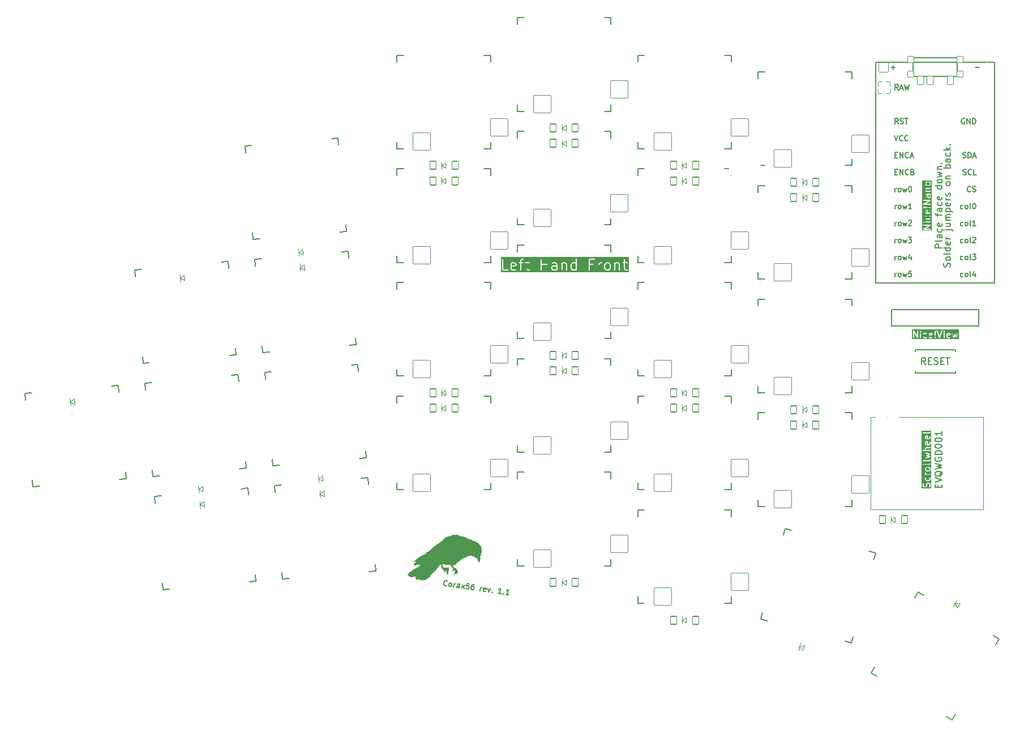
<source format=gto>
%TF.GenerationSoftware,KiCad,Pcbnew,7.0.6-7.0.6~ubuntu20.04.1*%
%TF.CreationDate,2023-08-05T11:34:34+02:00*%
%TF.ProjectId,keyboard,6b657962-6f61-4726-942e-6b696361645f,v1.0.0*%
%TF.SameCoordinates,Original*%
%TF.FileFunction,Legend,Top*%
%TF.FilePolarity,Positive*%
%FSLAX46Y46*%
G04 Gerber Fmt 4.6, Leading zero omitted, Abs format (unit mm)*
G04 Created by KiCad (PCBNEW 7.0.6-7.0.6~ubuntu20.04.1) date 2023-08-05 11:34:34*
%MOMM*%
%LPD*%
G01*
G04 APERTURE LIST*
G04 Aperture macros list*
%AMRoundRect*
0 Rectangle with rounded corners*
0 $1 Rounding radius*
0 $2 $3 $4 $5 $6 $7 $8 $9 X,Y pos of 4 corners*
0 Add a 4 corners polygon primitive as box body*
4,1,4,$2,$3,$4,$5,$6,$7,$8,$9,$2,$3,0*
0 Add four circle primitives for the rounded corners*
1,1,$1+$1,$2,$3*
1,1,$1+$1,$4,$5*
1,1,$1+$1,$6,$7*
1,1,$1+$1,$8,$9*
0 Add four rect primitives between the rounded corners*
20,1,$1+$1,$2,$3,$4,$5,0*
20,1,$1+$1,$4,$5,$6,$7,0*
20,1,$1+$1,$6,$7,$8,$9,0*
20,1,$1+$1,$8,$9,$2,$3,0*%
%AMFreePoly0*
4,1,14,0.635355,0.435355,0.650000,0.400000,0.650000,0.200000,0.635355,0.164645,0.035355,-0.435355,0.000000,-0.450000,-0.035355,-0.435355,-0.635355,0.164645,-0.650000,0.200000,-0.650000,0.400000,-0.635355,0.435355,-0.600000,0.450000,0.600000,0.450000,0.635355,0.435355,0.635355,0.435355,$1*%
%AMFreePoly1*
4,1,16,0.635355,1.035355,0.650000,1.000000,0.650000,-0.250000,0.635355,-0.285355,0.600000,-0.300000,-0.600000,-0.300000,-0.635355,-0.285355,-0.650000,-0.250000,-0.650000,1.000000,-0.635355,1.035355,-0.600000,1.050000,-0.564645,1.035355,0.000000,0.470710,0.564645,1.035355,0.600000,1.050000,0.635355,1.035355,0.635355,1.035355,$1*%
G04 Aperture macros list end*
%ADD10C,0.000000*%
%ADD11C,0.150000*%
%ADD12C,0.100000*%
%ADD13C,0.120000*%
%ADD14R,1.400000X1.400000*%
%ADD15C,1.400000*%
%ADD16C,1.752600*%
%ADD17C,2.000000*%
%ADD18RoundRect,0.050000X-0.450000X-0.450000X0.450000X-0.450000X0.450000X0.450000X-0.450000X0.450000X0*%
%ADD19C,1.100000*%
%ADD20RoundRect,0.050000X-0.450000X-0.625000X0.450000X-0.625000X0.450000X0.625000X-0.450000X0.625000X0*%
%ADD21C,1.801800*%
%ADD22C,3.100000*%
%ADD23C,3.529000*%
%ADD24RoundRect,0.050000X1.300000X1.300000X-1.300000X1.300000X-1.300000X-1.300000X1.300000X-1.300000X0*%
%ADD25C,4.800000*%
%ADD26RoundRect,0.050000X-0.395994X-0.636937X0.500581X-0.558497X0.395994X0.636937X-0.500581X0.558497X0*%
%ADD27C,0.700000*%
%ADD28RoundRect,0.050000X-0.450000X-0.600000X0.450000X-0.600000X0.450000X0.600000X-0.450000X0.600000X0*%
%ADD29C,4.100000*%
%ADD30FreePoly0,270.000000*%
%ADD31FreePoly1,270.000000*%
%ADD32FreePoly0,90.000000*%
%ADD33FreePoly1,90.000000*%
%ADD34FreePoly0,180.000000*%
%ADD35FreePoly1,180.000000*%
%ADD36RoundRect,0.050000X-0.700000X0.700000X-0.700000X-0.700000X0.700000X-0.700000X0.700000X0.700000X0*%
%ADD37C,1.500000*%
%ADD38RoundRect,0.050000X1.181751X1.408356X-1.408356X1.181751X-1.181751X-1.408356X1.408356X-1.181751X0*%
%ADD39RoundRect,0.050000X-0.876300X0.876300X-0.876300X-0.876300X0.876300X-0.876300X0.876300X0.876300X0*%
%ADD40C,1.852600*%
%ADD41RoundRect,0.050000X-0.475833X1.775833X-1.775833X-0.475833X0.475833X-1.775833X1.775833X0.475833X0*%
%ADD42C,2.100000*%
%ADD43RoundRect,0.050000X1.592168X0.919239X-0.919239X1.592168X-1.592168X-0.919239X0.919239X-1.592168X0*%
%ADD44RoundRect,0.050000X-0.589958X-0.463087X0.279375X-0.696024X0.589958X0.463087X-0.279375X0.696024X0*%
%ADD45C,1.700000*%
%ADD46RoundRect,0.050000X-0.689711X-0.294615X0.089711X-0.744615X0.689711X0.294615X-0.089711X0.744615X0*%
%ADD47O,1.800000X1.800000*%
G04 APERTURE END LIST*
D10*
G36*
X115907004Y-116074344D02*
G01*
X115942189Y-116075295D01*
X116012557Y-116077803D01*
X116056022Y-116089449D01*
X116063430Y-116094193D01*
X116070936Y-116098823D01*
X116085985Y-116108038D01*
X116093400Y-116112770D01*
X116100658Y-116117682D01*
X116104208Y-116120229D01*
X116107695Y-116122849D01*
X116111111Y-116125551D01*
X116114448Y-116128344D01*
X116124056Y-116136445D01*
X116133804Y-116144283D01*
X116143692Y-116151863D01*
X116153719Y-116159188D01*
X116163886Y-116166262D01*
X116174192Y-116173089D01*
X116184638Y-116179674D01*
X116195223Y-116186020D01*
X116205948Y-116192132D01*
X116216812Y-116198012D01*
X116227815Y-116203667D01*
X116238957Y-116209099D01*
X116250239Y-116214312D01*
X116261660Y-116219311D01*
X116273220Y-116224100D01*
X116284919Y-116228682D01*
X116336506Y-116248844D01*
X116362282Y-116258931D01*
X116388157Y-116268719D01*
X116414213Y-116277980D01*
X116440531Y-116286485D01*
X116453815Y-116290384D01*
X116467195Y-116294009D01*
X116480681Y-116297331D01*
X116494285Y-116300322D01*
X116538302Y-116309591D01*
X116582271Y-116319111D01*
X116670211Y-116338186D01*
X116691096Y-116342515D01*
X116712012Y-116346685D01*
X116753852Y-116354918D01*
X116754248Y-116353781D01*
X116754653Y-116352639D01*
X116755477Y-116350367D01*
X116730048Y-116336371D01*
X116730173Y-116335210D01*
X116730334Y-116334111D01*
X116730531Y-116333072D01*
X116730763Y-116332091D01*
X116731031Y-116331166D01*
X116731333Y-116330295D01*
X116731670Y-116329477D01*
X116732040Y-116328710D01*
X116732444Y-116327992D01*
X116732880Y-116327322D01*
X116733349Y-116326697D01*
X116733850Y-116326116D01*
X116734382Y-116325577D01*
X116734945Y-116325079D01*
X116735539Y-116324620D01*
X116736162Y-116324197D01*
X116736816Y-116323810D01*
X116737498Y-116323456D01*
X116738209Y-116323134D01*
X116738948Y-116322841D01*
X116739715Y-116322577D01*
X116740509Y-116322340D01*
X116742177Y-116321937D01*
X116743949Y-116321619D01*
X116745820Y-116321372D01*
X116747787Y-116321183D01*
X116749847Y-116321036D01*
X116763760Y-116320471D01*
X116777569Y-116320420D01*
X116791276Y-116320864D01*
X116804887Y-116321783D01*
X116818405Y-116323158D01*
X116831835Y-116324969D01*
X116845182Y-116327198D01*
X116858448Y-116329823D01*
X116871640Y-116332827D01*
X116884760Y-116336189D01*
X116897813Y-116339891D01*
X116910804Y-116343912D01*
X116936615Y-116352836D01*
X116962226Y-116362807D01*
X116978506Y-116369810D01*
X116986612Y-116373142D01*
X116990705Y-116374664D01*
X116994844Y-116376053D01*
X116999042Y-116377279D01*
X117003314Y-116378313D01*
X117007674Y-116379128D01*
X117012135Y-116379693D01*
X117016711Y-116379980D01*
X117021417Y-116379960D01*
X117023822Y-116379826D01*
X117026266Y-116379605D01*
X117028748Y-116379293D01*
X117031272Y-116378885D01*
X117034792Y-116378381D01*
X117038383Y-116378111D01*
X117042034Y-116378060D01*
X117045737Y-116378214D01*
X117049481Y-116378555D01*
X117053254Y-116379069D01*
X117057048Y-116379741D01*
X117060852Y-116380554D01*
X117064656Y-116381493D01*
X117068449Y-116382543D01*
X117072222Y-116383689D01*
X117075963Y-116384913D01*
X117083313Y-116387540D01*
X117090415Y-116390299D01*
X117104149Y-116395847D01*
X117117835Y-116401556D01*
X117131459Y-116407436D01*
X117145007Y-116413499D01*
X117158465Y-116419756D01*
X117171819Y-116426219D01*
X117185055Y-116432899D01*
X117198158Y-116439806D01*
X117214200Y-116448732D01*
X117229972Y-116458024D01*
X117245491Y-116467663D01*
X117260771Y-116477627D01*
X117275828Y-116487894D01*
X117290678Y-116498444D01*
X117319817Y-116520307D01*
X117348313Y-116543045D01*
X117376290Y-116566490D01*
X117403871Y-116590472D01*
X117431182Y-116614821D01*
X117442859Y-116625118D01*
X117454709Y-116635207D01*
X117466683Y-116645123D01*
X117478729Y-116654904D01*
X117526618Y-116693400D01*
X117533746Y-116688553D01*
X117536714Y-116686603D01*
X117539357Y-116684963D01*
X117541731Y-116683625D01*
X117542834Y-116683069D01*
X117543889Y-116682585D01*
X117544904Y-116682175D01*
X117545886Y-116681837D01*
X117546841Y-116681571D01*
X117547777Y-116681376D01*
X117548699Y-116681250D01*
X117549615Y-116681195D01*
X117550532Y-116681208D01*
X117551456Y-116681289D01*
X117552394Y-116681437D01*
X117553354Y-116681653D01*
X117554341Y-116681934D01*
X117555363Y-116682280D01*
X117557538Y-116683166D01*
X117559934Y-116684305D01*
X117562605Y-116685691D01*
X117565605Y-116687319D01*
X117574006Y-116692006D01*
X117582348Y-116696800D01*
X117598915Y-116706595D01*
X117615439Y-116716481D01*
X117632049Y-116726237D01*
X117636438Y-116728823D01*
X117638789Y-116730159D01*
X117639970Y-116730790D01*
X117641141Y-116731377D01*
X117642294Y-116731907D01*
X117643418Y-116732367D01*
X117644505Y-116732743D01*
X117645544Y-116733020D01*
X117646042Y-116733118D01*
X117646525Y-116733186D01*
X117646992Y-116733223D01*
X117647440Y-116733227D01*
X117647870Y-116733196D01*
X117648279Y-116733129D01*
X117648667Y-116733023D01*
X117649032Y-116732878D01*
X117651197Y-116731902D01*
X117653321Y-116731080D01*
X117655405Y-116730404D01*
X117657450Y-116729868D01*
X117659458Y-116729468D01*
X117661430Y-116729196D01*
X117663368Y-116729046D01*
X117665274Y-116729013D01*
X117667148Y-116729091D01*
X117668993Y-116729273D01*
X117670809Y-116729553D01*
X117672599Y-116729926D01*
X117674363Y-116730384D01*
X117676103Y-116730923D01*
X117679518Y-116732217D01*
X117682855Y-116733760D01*
X117686127Y-116735502D01*
X117689344Y-116737396D01*
X117692519Y-116739392D01*
X117698789Y-116743500D01*
X117701908Y-116745515D01*
X117705032Y-116747439D01*
X117713187Y-116752456D01*
X117721220Y-116757679D01*
X117729160Y-116763060D01*
X117737032Y-116768552D01*
X117752688Y-116779684D01*
X117760527Y-116785230D01*
X117768409Y-116790701D01*
X117771145Y-116792678D01*
X117772608Y-116793715D01*
X117773344Y-116794211D01*
X117774077Y-116794678D01*
X117774800Y-116795107D01*
X117775508Y-116795487D01*
X117776196Y-116795809D01*
X117776858Y-116796062D01*
X117777178Y-116796159D01*
X117777489Y-116796236D01*
X117777792Y-116796291D01*
X117778084Y-116796322D01*
X117778367Y-116796328D01*
X117778638Y-116796308D01*
X117778897Y-116796262D01*
X117779144Y-116796187D01*
X117780852Y-116795609D01*
X117782541Y-116795130D01*
X117784212Y-116794748D01*
X117785865Y-116794458D01*
X117787503Y-116794257D01*
X117789127Y-116794140D01*
X117790737Y-116794105D01*
X117792335Y-116794148D01*
X117793923Y-116794265D01*
X117795501Y-116794452D01*
X117798635Y-116795022D01*
X117801746Y-116795830D01*
X117804846Y-116796846D01*
X117807944Y-116798040D01*
X117811052Y-116799384D01*
X117814178Y-116800848D01*
X117817333Y-116802403D01*
X117823772Y-116805667D01*
X117830451Y-116808943D01*
X117826917Y-116797926D01*
X117823276Y-116787292D01*
X117819789Y-116776935D01*
X117818185Y-116771827D01*
X117816717Y-116766747D01*
X117815419Y-116761682D01*
X117814322Y-116756619D01*
X117813459Y-116751544D01*
X117812864Y-116746444D01*
X117812568Y-116741306D01*
X117812604Y-116736115D01*
X117813005Y-116730859D01*
X117813804Y-116725523D01*
X117815227Y-116727275D01*
X117816583Y-116729055D01*
X117817878Y-116730858D01*
X117819116Y-116732683D01*
X117820304Y-116734527D01*
X117821448Y-116736389D01*
X117823626Y-116740151D01*
X117825696Y-116743949D01*
X117827705Y-116747764D01*
X117831725Y-116755362D01*
X117851755Y-116791938D01*
X117861984Y-116810117D01*
X117872489Y-116828127D01*
X117873763Y-116830201D01*
X117875097Y-116832220D01*
X117876500Y-116834160D01*
X117877981Y-116835996D01*
X117879549Y-116837703D01*
X117880368Y-116838501D01*
X117881212Y-116839257D01*
X117882081Y-116839968D01*
X117882978Y-116840632D01*
X117883903Y-116841245D01*
X117884857Y-116841804D01*
X117885841Y-116842306D01*
X117886856Y-116842748D01*
X117887904Y-116843127D01*
X117888985Y-116843439D01*
X117890101Y-116843682D01*
X117891252Y-116843853D01*
X117892440Y-116843948D01*
X117893666Y-116843965D01*
X117894930Y-116843900D01*
X117896235Y-116843750D01*
X117897580Y-116843512D01*
X117898968Y-116843183D01*
X117900399Y-116842760D01*
X117901873Y-116842240D01*
X117903394Y-116841619D01*
X117904960Y-116840895D01*
X117900136Y-116834837D01*
X117895282Y-116828864D01*
X117885640Y-116817030D01*
X117880932Y-116811099D01*
X117876350Y-116805112D01*
X117871936Y-116799034D01*
X117869804Y-116795950D01*
X117867729Y-116792830D01*
X117865616Y-116789713D01*
X117863393Y-116786624D01*
X117858756Y-116780420D01*
X117856409Y-116777251D01*
X117854088Y-116774002D01*
X117851828Y-116770646D01*
X117849661Y-116767155D01*
X117847623Y-116763503D01*
X117845746Y-116759663D01*
X117844879Y-116757664D01*
X117844065Y-116755608D01*
X117843308Y-116753491D01*
X117842613Y-116751311D01*
X117841984Y-116749063D01*
X117841426Y-116746744D01*
X117840941Y-116744352D01*
X117840535Y-116741882D01*
X117840212Y-116739331D01*
X117839976Y-116736697D01*
X117839831Y-116733974D01*
X117839782Y-116731161D01*
X117886649Y-116776381D01*
X117891767Y-116766345D01*
X117897033Y-116755961D01*
X117932647Y-116798422D01*
X117933578Y-116796669D01*
X117934518Y-116795068D01*
X117935466Y-116793615D01*
X117936420Y-116792305D01*
X117937382Y-116791133D01*
X117938349Y-116790097D01*
X117939322Y-116789190D01*
X117940300Y-116788408D01*
X117941281Y-116787748D01*
X117942267Y-116787204D01*
X117943255Y-116786772D01*
X117944246Y-116786447D01*
X117945239Y-116786226D01*
X117946233Y-116786104D01*
X117947228Y-116786076D01*
X117948222Y-116786137D01*
X117949217Y-116786284D01*
X117950210Y-116786512D01*
X117951201Y-116786816D01*
X117952190Y-116787193D01*
X117953176Y-116787637D01*
X117954159Y-116788144D01*
X117955137Y-116788709D01*
X117956111Y-116789329D01*
X117958042Y-116790713D01*
X117959947Y-116792260D01*
X117961822Y-116793935D01*
X117963661Y-116795702D01*
X117971604Y-116803649D01*
X117979472Y-116811674D01*
X117995065Y-116827874D01*
X118010610Y-116844123D01*
X118026275Y-116860243D01*
X118027167Y-116861115D01*
X118028095Y-116861960D01*
X118029059Y-116862785D01*
X118030062Y-116863597D01*
X118031105Y-116864402D01*
X118032191Y-116865206D01*
X118034498Y-116866839D01*
X118039703Y-116870391D01*
X118042632Y-116872415D01*
X118045799Y-116874674D01*
X118045808Y-116869658D01*
X118045464Y-116864743D01*
X118044840Y-116859916D01*
X118044007Y-116855163D01*
X118040040Y-116836626D01*
X118039252Y-116832043D01*
X118038691Y-116827455D01*
X118038429Y-116822847D01*
X118038432Y-116820531D01*
X118038537Y-116818205D01*
X118038754Y-116815868D01*
X118039090Y-116813518D01*
X118039555Y-116811153D01*
X118040159Y-116808771D01*
X118040910Y-116806371D01*
X118041817Y-116803951D01*
X118042889Y-116801509D01*
X118044135Y-116799044D01*
X118064465Y-116814114D01*
X118069286Y-116817718D01*
X118074012Y-116821321D01*
X118078648Y-116824954D01*
X118083198Y-116828650D01*
X118089956Y-116834329D01*
X118096657Y-116840072D01*
X118109958Y-116851676D01*
X118123236Y-116863309D01*
X118136627Y-116874819D01*
X118142139Y-116879345D01*
X118147731Y-116883691D01*
X118153409Y-116887851D01*
X118159175Y-116891818D01*
X118165036Y-116895585D01*
X118170993Y-116899147D01*
X118177053Y-116902496D01*
X118183219Y-116905627D01*
X118189496Y-116908533D01*
X118195887Y-116911207D01*
X118202397Y-116913643D01*
X118209031Y-116915835D01*
X118215792Y-116917776D01*
X118222686Y-116919460D01*
X118229715Y-116920880D01*
X118236884Y-116922030D01*
X118240028Y-116922509D01*
X118243163Y-116923068D01*
X118246289Y-116923701D01*
X118249406Y-116924402D01*
X118255613Y-116925988D01*
X118261786Y-116927779D01*
X118267926Y-116929732D01*
X118274033Y-116931801D01*
X118286155Y-116936110D01*
X118313964Y-116946366D01*
X118341683Y-116956886D01*
X118369438Y-116967299D01*
X118383368Y-116972350D01*
X118397353Y-116977236D01*
X118406474Y-116980176D01*
X118415626Y-116982952D01*
X118424732Y-116985778D01*
X118429245Y-116987276D01*
X118433719Y-116988867D01*
X118438144Y-116990577D01*
X118442511Y-116992433D01*
X118446811Y-116994462D01*
X118451034Y-116996691D01*
X118455171Y-116999145D01*
X118459213Y-117001852D01*
X118463149Y-117004839D01*
X118466972Y-117008131D01*
X118468547Y-117009497D01*
X118470205Y-117010774D01*
X118471936Y-117011970D01*
X118473734Y-117013094D01*
X118475589Y-117014156D01*
X118477493Y-117015164D01*
X118479440Y-117016128D01*
X118481420Y-117017057D01*
X118485449Y-117018845D01*
X118489515Y-117020600D01*
X118493555Y-117022396D01*
X118495545Y-117023332D01*
X118497505Y-117024306D01*
X118500581Y-117017810D01*
X118503354Y-117012132D01*
X118505901Y-117007235D01*
X118508302Y-117003083D01*
X118509472Y-117001275D01*
X118510635Y-116999640D01*
X118511801Y-116998173D01*
X118512979Y-116996870D01*
X118514179Y-116995726D01*
X118515412Y-116994738D01*
X118516686Y-116993899D01*
X118518012Y-116993206D01*
X118519400Y-116992655D01*
X118520859Y-116992240D01*
X118522400Y-116991958D01*
X118524032Y-116991803D01*
X118525764Y-116991772D01*
X118527607Y-116991860D01*
X118529571Y-116992062D01*
X118531665Y-116992373D01*
X118536284Y-116993308D01*
X118541542Y-116994629D01*
X118547518Y-116996298D01*
X118554290Y-116998282D01*
X118571242Y-117003342D01*
X118588119Y-117008555D01*
X118602125Y-117013196D01*
X118615878Y-117018188D01*
X118629363Y-117023553D01*
X118642567Y-117029316D01*
X118655478Y-117035497D01*
X118668083Y-117042120D01*
X118680367Y-117049209D01*
X118692319Y-117056785D01*
X118703925Y-117064871D01*
X118715172Y-117073491D01*
X118726046Y-117082666D01*
X118736535Y-117092421D01*
X118746626Y-117102777D01*
X118756305Y-117113757D01*
X118765559Y-117125385D01*
X118774375Y-117137682D01*
X118777410Y-117141870D01*
X118780657Y-117145846D01*
X118784102Y-117149616D01*
X118787734Y-117153186D01*
X118791541Y-117156562D01*
X118795510Y-117159749D01*
X118799630Y-117162754D01*
X118803888Y-117165581D01*
X118808272Y-117168237D01*
X118812770Y-117170728D01*
X118817369Y-117173060D01*
X118822059Y-117175237D01*
X118826825Y-117177267D01*
X118831657Y-117179155D01*
X118836542Y-117180907D01*
X118841468Y-117182528D01*
X118845103Y-117178560D01*
X118848399Y-117175098D01*
X118851403Y-117172141D01*
X118852811Y-117170852D01*
X118854162Y-117169690D01*
X118855463Y-117168654D01*
X118856721Y-117167743D01*
X118857940Y-117166959D01*
X118859127Y-117166302D01*
X118860287Y-117165770D01*
X118861426Y-117165364D01*
X118862550Y-117165085D01*
X118863665Y-117164931D01*
X118864776Y-117164904D01*
X118865890Y-117165002D01*
X118867011Y-117165227D01*
X118868147Y-117165577D01*
X118869302Y-117166053D01*
X118870483Y-117166655D01*
X118871694Y-117167383D01*
X118872943Y-117168237D01*
X118874235Y-117169216D01*
X118875575Y-117170321D01*
X118876970Y-117171552D01*
X118878425Y-117172909D01*
X118881539Y-117175998D01*
X118884963Y-117179590D01*
X118912846Y-117209589D01*
X118940492Y-117239810D01*
X118967837Y-117270302D01*
X118994819Y-117301111D01*
X118996987Y-117303571D01*
X118999179Y-117305957D01*
X119001398Y-117308272D01*
X119003648Y-117310514D01*
X119005933Y-117312686D01*
X119008256Y-117314789D01*
X119010620Y-117316821D01*
X119013030Y-117318786D01*
X119015489Y-117320683D01*
X119018001Y-117322512D01*
X119020569Y-117324276D01*
X119023197Y-117325974D01*
X119025888Y-117327608D01*
X119028646Y-117329178D01*
X119031475Y-117330684D01*
X119034377Y-117332129D01*
X119043990Y-117336859D01*
X119053481Y-117341770D01*
X119062848Y-117346864D01*
X119072088Y-117352141D01*
X119081199Y-117357604D01*
X119090179Y-117363254D01*
X119099025Y-117369092D01*
X119107736Y-117375120D01*
X119116308Y-117381339D01*
X119124740Y-117387752D01*
X119133029Y-117394359D01*
X119141172Y-117401162D01*
X119149168Y-117408162D01*
X119157015Y-117415362D01*
X119164709Y-117422762D01*
X119172248Y-117430365D01*
X119199023Y-117458803D01*
X119224903Y-117487929D01*
X119249851Y-117517768D01*
X119273826Y-117548348D01*
X119285437Y-117563924D01*
X119296790Y-117579695D01*
X119307880Y-117595664D01*
X119318703Y-117611835D01*
X119329254Y-117628211D01*
X119339527Y-117644795D01*
X119349518Y-117661591D01*
X119359222Y-117678602D01*
X119359959Y-117679895D01*
X119360727Y-117681175D01*
X119362348Y-117683717D01*
X119364078Y-117686262D01*
X119365913Y-117688846D01*
X119369867Y-117694271D01*
X119371974Y-117697182D01*
X119374160Y-117700274D01*
X119393318Y-117667906D01*
X119398837Y-117673205D01*
X119404065Y-117678596D01*
X119409017Y-117684072D01*
X119413713Y-117689628D01*
X119418170Y-117695258D01*
X119422406Y-117700957D01*
X119426438Y-117706720D01*
X119430285Y-117712541D01*
X119433964Y-117718414D01*
X119437492Y-117724334D01*
X119444171Y-117736294D01*
X119450463Y-117748375D01*
X119456512Y-117760534D01*
X119467898Y-117784467D01*
X119478726Y-117808565D01*
X119488996Y-117832827D01*
X119498713Y-117857252D01*
X119507878Y-117881839D01*
X119516495Y-117906586D01*
X119524566Y-117931493D01*
X119532094Y-117956559D01*
X119539082Y-117981782D01*
X119545533Y-118007160D01*
X119551449Y-118032694D01*
X119556833Y-118058381D01*
X119561688Y-118084221D01*
X119566016Y-118110213D01*
X119569821Y-118136355D01*
X119573104Y-118162646D01*
X119574918Y-118180264D01*
X119575473Y-118184646D01*
X119576149Y-118188994D01*
X119576986Y-118193297D01*
X119577478Y-118195428D01*
X119578025Y-118197542D01*
X119581958Y-118212599D01*
X119585535Y-118227699D01*
X119588771Y-118242838D01*
X119591682Y-118258015D01*
X119596586Y-118288475D01*
X119600370Y-118319063D01*
X119603153Y-118349763D01*
X119605055Y-118380558D01*
X119606199Y-118411432D01*
X119606704Y-118442370D01*
X119606568Y-118456817D01*
X119606066Y-118471281D01*
X119604657Y-118500215D01*
X119604101Y-118514658D01*
X119603876Y-118529069D01*
X119604156Y-118543436D01*
X119604541Y-118550598D01*
X119605117Y-118557745D01*
X119605591Y-118564276D01*
X119605773Y-118570687D01*
X119605676Y-118576989D01*
X119605314Y-118583190D01*
X119604702Y-118589302D01*
X119603853Y-118595332D01*
X119602781Y-118601291D01*
X119601500Y-118607190D01*
X119600024Y-118613037D01*
X119598367Y-118618842D01*
X119596543Y-118624615D01*
X119594565Y-118630366D01*
X119590207Y-118641840D01*
X119585403Y-118653341D01*
X119583804Y-118657169D01*
X119582294Y-118661035D01*
X119579504Y-118668868D01*
X119576967Y-118676811D01*
X119574620Y-118684835D01*
X119565811Y-118717161D01*
X119565708Y-118717625D01*
X119565646Y-118718140D01*
X119565622Y-118718696D01*
X119565634Y-118719283D01*
X119565679Y-118719890D01*
X119565754Y-118720506D01*
X119565858Y-118721122D01*
X119565989Y-118721726D01*
X119566143Y-118722308D01*
X119566319Y-118722858D01*
X119566514Y-118723365D01*
X119566726Y-118723818D01*
X119566952Y-118724207D01*
X119567191Y-118724522D01*
X119567314Y-118724648D01*
X119567439Y-118724752D01*
X119567566Y-118724832D01*
X119567695Y-118724886D01*
X119569105Y-118725384D01*
X119570382Y-118725912D01*
X119571530Y-118726470D01*
X119572555Y-118727054D01*
X119573461Y-118727665D01*
X119574253Y-118728299D01*
X119574938Y-118728956D01*
X119575519Y-118729633D01*
X119576003Y-118730330D01*
X119576394Y-118731044D01*
X119576698Y-118731775D01*
X119576919Y-118732519D01*
X119577062Y-118733276D01*
X119577134Y-118734044D01*
X119577138Y-118734822D01*
X119577081Y-118735607D01*
X119576967Y-118736399D01*
X119576801Y-118737195D01*
X119576589Y-118737994D01*
X119576336Y-118738794D01*
X119575726Y-118740392D01*
X119575012Y-118741976D01*
X119571945Y-118747908D01*
X119565171Y-118761545D01*
X119561688Y-118768327D01*
X119558099Y-118775047D01*
X119554374Y-118781675D01*
X119550480Y-118788182D01*
X119546389Y-118794540D01*
X119544259Y-118797653D01*
X119542068Y-118800718D01*
X119539327Y-118804389D01*
X119536522Y-118808015D01*
X119530740Y-118815160D01*
X119524760Y-118822204D01*
X119518617Y-118829196D01*
X119505993Y-118843220D01*
X119499586Y-118850352D01*
X119493163Y-118857630D01*
X119495372Y-118865850D01*
X119497331Y-118874083D01*
X119499027Y-118882327D01*
X119500449Y-118890581D01*
X119501585Y-118898842D01*
X119502423Y-118907109D01*
X119502953Y-118915380D01*
X119503162Y-118923653D01*
X119503038Y-118931927D01*
X119502570Y-118940198D01*
X119501745Y-118948467D01*
X119500553Y-118956730D01*
X119498982Y-118964985D01*
X119497019Y-118973232D01*
X119494654Y-118981468D01*
X119491874Y-118989691D01*
X119483460Y-119011556D01*
X119478960Y-119022325D01*
X119474250Y-119032975D01*
X119469319Y-119043496D01*
X119464156Y-119053882D01*
X119458749Y-119064124D01*
X119453089Y-119074214D01*
X119447164Y-119084144D01*
X119440962Y-119093905D01*
X119434473Y-119103491D01*
X119427687Y-119112893D01*
X119420591Y-119122102D01*
X119413175Y-119131111D01*
X119405428Y-119139912D01*
X119397338Y-119148497D01*
X119394837Y-119151133D01*
X119392486Y-119153774D01*
X119390287Y-119156430D01*
X119388244Y-119159110D01*
X119386359Y-119161821D01*
X119384635Y-119164574D01*
X119383075Y-119167378D01*
X119381682Y-119170240D01*
X119380459Y-119173171D01*
X119379408Y-119176179D01*
X119378533Y-119179273D01*
X119377836Y-119182463D01*
X119377321Y-119185756D01*
X119376990Y-119189163D01*
X119376846Y-119192692D01*
X119376891Y-119196352D01*
X119376896Y-119198230D01*
X119376780Y-119200117D01*
X119376554Y-119202020D01*
X119376228Y-119203944D01*
X119375812Y-119205893D01*
X119375316Y-119207874D01*
X119374751Y-119209893D01*
X119374128Y-119211953D01*
X119371252Y-119220731D01*
X119369730Y-119225518D01*
X119368985Y-119228029D01*
X119368263Y-119230627D01*
X119369634Y-119232231D01*
X119370874Y-119233924D01*
X119371440Y-119234802D01*
X119371966Y-119235700D01*
X119372451Y-119236618D01*
X119372892Y-119237556D01*
X119373288Y-119238513D01*
X119373636Y-119239488D01*
X119373933Y-119240481D01*
X119374178Y-119241491D01*
X119374369Y-119242518D01*
X119374503Y-119243561D01*
X119374577Y-119244619D01*
X119374591Y-119245693D01*
X119374542Y-119246782D01*
X119374427Y-119247884D01*
X119374244Y-119249001D01*
X119373991Y-119250130D01*
X119373667Y-119251271D01*
X119373268Y-119252425D01*
X119372793Y-119253590D01*
X119372239Y-119254766D01*
X119371604Y-119255952D01*
X119370886Y-119257148D01*
X119370083Y-119258354D01*
X119369193Y-119259568D01*
X119368213Y-119260790D01*
X119367142Y-119262021D01*
X119365976Y-119263258D01*
X119364715Y-119264502D01*
X119361739Y-119267500D01*
X119359045Y-119270568D01*
X119356633Y-119273707D01*
X119355533Y-119275304D01*
X119354503Y-119276919D01*
X119353545Y-119278553D01*
X119352657Y-119280206D01*
X119351839Y-119281878D01*
X119351093Y-119283570D01*
X119350417Y-119285282D01*
X119349812Y-119287014D01*
X119349278Y-119288766D01*
X119348814Y-119290539D01*
X119348422Y-119292333D01*
X119348100Y-119294147D01*
X119347850Y-119295983D01*
X119347670Y-119297841D01*
X119347561Y-119299720D01*
X119347524Y-119301622D01*
X119347557Y-119303546D01*
X119347661Y-119305492D01*
X119348084Y-119309454D01*
X119348790Y-119313510D01*
X119349782Y-119317661D01*
X119351058Y-119321909D01*
X119352205Y-119325521D01*
X119353273Y-119329160D01*
X119355205Y-119336510D01*
X119356908Y-119343936D01*
X119358437Y-119351420D01*
X119363899Y-119381514D01*
X119368656Y-119408256D01*
X119372761Y-119434994D01*
X119376212Y-119461727D01*
X119379006Y-119488454D01*
X119381141Y-119515178D01*
X119382615Y-119541896D01*
X119383426Y-119568609D01*
X119383572Y-119595318D01*
X119383050Y-119622021D01*
X119381858Y-119648720D01*
X119379995Y-119675414D01*
X119377457Y-119702103D01*
X119374242Y-119728787D01*
X119370349Y-119755466D01*
X119365776Y-119782140D01*
X119360519Y-119808809D01*
X119360195Y-119810522D01*
X119359928Y-119812247D01*
X119359714Y-119813982D01*
X119359546Y-119815727D01*
X119359325Y-119819242D01*
X119359219Y-119822780D01*
X119359168Y-119829885D01*
X119359131Y-119833432D01*
X119359023Y-119836962D01*
X119319084Y-119986017D01*
X119305623Y-120021717D01*
X119302300Y-120030658D01*
X119299068Y-120039628D01*
X119295963Y-120048640D01*
X119293022Y-120057703D01*
X119290022Y-120066970D01*
X119286829Y-120076134D01*
X119283441Y-120085192D01*
X119279857Y-120094145D01*
X119276077Y-120102991D01*
X119272101Y-120111731D01*
X119267926Y-120120363D01*
X119263553Y-120128886D01*
X119258981Y-120137300D01*
X119254209Y-120145604D01*
X119249236Y-120153798D01*
X119244062Y-120161880D01*
X119238685Y-120169850D01*
X119233106Y-120177707D01*
X119227323Y-120185450D01*
X119221336Y-120193079D01*
X119217741Y-120197375D01*
X119215996Y-120199318D01*
X119214281Y-120201126D01*
X119212593Y-120202799D01*
X119210929Y-120204338D01*
X119209283Y-120205744D01*
X119207654Y-120207017D01*
X119206038Y-120208159D01*
X119204430Y-120209170D01*
X119202827Y-120210051D01*
X119201226Y-120210803D01*
X119199623Y-120211426D01*
X119198015Y-120211920D01*
X119196398Y-120212288D01*
X119194768Y-120212529D01*
X119193122Y-120212645D01*
X119191457Y-120212636D01*
X119189768Y-120212502D01*
X119188052Y-120212245D01*
X119186306Y-120211865D01*
X119184526Y-120211364D01*
X119182708Y-120210741D01*
X119180849Y-120209997D01*
X119178946Y-120209134D01*
X119176994Y-120208153D01*
X119174990Y-120207052D01*
X119172931Y-120205835D01*
X119168633Y-120203050D01*
X119164069Y-120199804D01*
X119162646Y-120198733D01*
X119161233Y-120197631D01*
X119159833Y-120196501D01*
X119158449Y-120195341D01*
X119157082Y-120194154D01*
X119155736Y-120192939D01*
X119154412Y-120191697D01*
X119153115Y-120190429D01*
X119151845Y-120189136D01*
X119150605Y-120187817D01*
X119149399Y-120186474D01*
X119148228Y-120185108D01*
X119147096Y-120183718D01*
X119146003Y-120182305D01*
X119144954Y-120180871D01*
X119143951Y-120179415D01*
X119134150Y-120164713D01*
X119129320Y-120157309D01*
X119124568Y-120149856D01*
X119119918Y-120142345D01*
X119115393Y-120134764D01*
X119111016Y-120127105D01*
X119106811Y-120119356D01*
X119092778Y-120091723D01*
X119079604Y-120063735D01*
X119067204Y-120035428D01*
X119055495Y-120006837D01*
X119044390Y-119977997D01*
X119033804Y-119948943D01*
X119023654Y-119919712D01*
X119013854Y-119890337D01*
X118917312Y-119597380D01*
X118915542Y-119592118D01*
X118913717Y-119586895D01*
X118909989Y-119576625D01*
X118902786Y-119557192D01*
X118858355Y-119549939D01*
X118837143Y-119546363D01*
X118816253Y-119542624D01*
X118815807Y-119542529D01*
X118815365Y-119542411D01*
X118814929Y-119542270D01*
X118814496Y-119542109D01*
X118814069Y-119541927D01*
X118813645Y-119541727D01*
X118812807Y-119541277D01*
X118811980Y-119540768D01*
X118811163Y-119540211D01*
X118810352Y-119539616D01*
X118809545Y-119538994D01*
X118807932Y-119537710D01*
X118806303Y-119536441D01*
X118805477Y-119535838D01*
X118804638Y-119535270D01*
X118803786Y-119534748D01*
X118802917Y-119534281D01*
X118793132Y-119529638D01*
X118788209Y-119527454D01*
X118783261Y-119525382D01*
X118778283Y-119523436D01*
X118773271Y-119521630D01*
X118768220Y-119519979D01*
X118763127Y-119518498D01*
X118757987Y-119517201D01*
X118752796Y-119516102D01*
X118747550Y-119515217D01*
X118742244Y-119514560D01*
X118736875Y-119514146D01*
X118731438Y-119513988D01*
X118725929Y-119514102D01*
X118720344Y-119514502D01*
X118716902Y-119514764D01*
X118715124Y-119514839D01*
X118713322Y-119514870D01*
X118711506Y-119514853D01*
X118709688Y-119514784D01*
X118707877Y-119514656D01*
X118706086Y-119514466D01*
X118704323Y-119514210D01*
X118702599Y-119513881D01*
X118700926Y-119513477D01*
X118699314Y-119512991D01*
X118697774Y-119512420D01*
X118696315Y-119511758D01*
X118694949Y-119511002D01*
X118693687Y-119510145D01*
X118693347Y-119509846D01*
X118693049Y-119509491D01*
X118692790Y-119509085D01*
X118692568Y-119508630D01*
X118692381Y-119508128D01*
X118692228Y-119507581D01*
X118692106Y-119506994D01*
X118692013Y-119506367D01*
X118691908Y-119505007D01*
X118691897Y-119503523D01*
X118691964Y-119501934D01*
X118692095Y-119500261D01*
X118692483Y-119496748D01*
X118692937Y-119493149D01*
X118693331Y-119489627D01*
X118693467Y-119487948D01*
X118693542Y-119486349D01*
X118676522Y-119483331D01*
X118663539Y-119480879D01*
X118658314Y-119479778D01*
X118653802Y-119478713D01*
X118649904Y-119477649D01*
X118646522Y-119476550D01*
X118643557Y-119475382D01*
X118640910Y-119474109D01*
X118638483Y-119472695D01*
X118636177Y-119471107D01*
X118633893Y-119469308D01*
X118631533Y-119467262D01*
X118626190Y-119462294D01*
X118640350Y-119453077D01*
X118589347Y-119438832D01*
X118576623Y-119435367D01*
X118563877Y-119432060D01*
X118551092Y-119428971D01*
X118538253Y-119426161D01*
X118534824Y-119425379D01*
X118531489Y-119424470D01*
X118528244Y-119423440D01*
X118525082Y-119422295D01*
X118521998Y-119421041D01*
X118518987Y-119419684D01*
X118513162Y-119416685D01*
X118507563Y-119413349D01*
X118502147Y-119409723D01*
X118496870Y-119405856D01*
X118491689Y-119401798D01*
X118471054Y-119384629D01*
X118465701Y-119380346D01*
X118460182Y-119376165D01*
X118454456Y-119372135D01*
X118448478Y-119368303D01*
X118479469Y-119344828D01*
X118478793Y-119344245D01*
X118478136Y-119343639D01*
X118477495Y-119343018D01*
X118476868Y-119342389D01*
X118475647Y-119341138D01*
X118474459Y-119339947D01*
X118473872Y-119339394D01*
X118473286Y-119338878D01*
X118472700Y-119338407D01*
X118472112Y-119337990D01*
X118471519Y-119337633D01*
X118471221Y-119337480D01*
X118470920Y-119337345D01*
X118470618Y-119337229D01*
X118470313Y-119337133D01*
X118470006Y-119337057D01*
X118469695Y-119337004D01*
X118463053Y-119335899D01*
X118456536Y-119334440D01*
X118450128Y-119332674D01*
X118443810Y-119330651D01*
X118437564Y-119328416D01*
X118431371Y-119326019D01*
X118419072Y-119320928D01*
X118406769Y-119315760D01*
X118400570Y-119313266D01*
X118394315Y-119310897D01*
X118387985Y-119308701D01*
X118381563Y-119306724D01*
X118375031Y-119305015D01*
X118368369Y-119303621D01*
X118300545Y-119290596D01*
X118232908Y-119276549D01*
X118097823Y-119247328D01*
X118074487Y-119242669D01*
X118051114Y-119238752D01*
X118027697Y-119235675D01*
X118004230Y-119233535D01*
X117992475Y-119232847D01*
X117980705Y-119232430D01*
X117968920Y-119232296D01*
X117957117Y-119232457D01*
X117945297Y-119232925D01*
X117933458Y-119233713D01*
X117921599Y-119234832D01*
X117909721Y-119236296D01*
X117902751Y-119237502D01*
X117901898Y-119237599D01*
X117901077Y-119237657D01*
X117900297Y-119237670D01*
X117899567Y-119237629D01*
X117898895Y-119237528D01*
X117898584Y-119237452D01*
X117898290Y-119237358D01*
X117898016Y-119237245D01*
X117897761Y-119237111D01*
X117897527Y-119236957D01*
X117897315Y-119236780D01*
X117896117Y-119235716D01*
X117894933Y-119234776D01*
X117893765Y-119233953D01*
X117892611Y-119233244D01*
X117891470Y-119232644D01*
X117890343Y-119232147D01*
X117889227Y-119231750D01*
X117888123Y-119231447D01*
X117887031Y-119231232D01*
X117885948Y-119231103D01*
X117884875Y-119231053D01*
X117883811Y-119231077D01*
X117882756Y-119231172D01*
X117881708Y-119231332D01*
X117880667Y-119231551D01*
X117879633Y-119231826D01*
X117877582Y-119232523D01*
X117875548Y-119233384D01*
X117873527Y-119234368D01*
X117871514Y-119235439D01*
X117867489Y-119237681D01*
X117865468Y-119238776D01*
X117863433Y-119239802D01*
X117851062Y-119245815D01*
X117844687Y-119248765D01*
X117841409Y-119250176D01*
X117838052Y-119251525D01*
X117834605Y-119252797D01*
X117831056Y-119253977D01*
X117827390Y-119255053D01*
X117823597Y-119256008D01*
X117819663Y-119256829D01*
X117815576Y-119257501D01*
X117811323Y-119258010D01*
X117806892Y-119258341D01*
X117832527Y-119220675D01*
X117828788Y-119216295D01*
X117770027Y-119247618D01*
X117774940Y-119214918D01*
X117773595Y-119215138D01*
X117772278Y-119215319D01*
X117769749Y-119215595D01*
X117765271Y-119216006D01*
X117764306Y-119216122D01*
X117763414Y-119216258D01*
X117762601Y-119216421D01*
X117761872Y-119216618D01*
X117761234Y-119216857D01*
X117760691Y-119217145D01*
X117760458Y-119217310D01*
X117760251Y-119217490D01*
X117760070Y-119217685D01*
X117759918Y-119217898D01*
X117758813Y-119219555D01*
X117757673Y-119221112D01*
X117756498Y-119222572D01*
X117755289Y-119223937D01*
X117754048Y-119225212D01*
X117752776Y-119226398D01*
X117751473Y-119227501D01*
X117750141Y-119228521D01*
X117748780Y-119229464D01*
X117747392Y-119230331D01*
X117745978Y-119231126D01*
X117744538Y-119231853D01*
X117743074Y-119232514D01*
X117741587Y-119233113D01*
X117740077Y-119233653D01*
X117738547Y-119234136D01*
X117735426Y-119234948D01*
X117732233Y-119235574D01*
X117728976Y-119236039D01*
X117725664Y-119236369D01*
X117722303Y-119236589D01*
X117718904Y-119236725D01*
X117712020Y-119236845D01*
X117708011Y-119236955D01*
X117704002Y-119237177D01*
X117695984Y-119237771D01*
X117691978Y-119238050D01*
X117687974Y-119238257D01*
X117683973Y-119238343D01*
X117681974Y-119238327D01*
X117679977Y-119238264D01*
X117674565Y-119238162D01*
X117669253Y-119238317D01*
X117664036Y-119238721D01*
X117658907Y-119239367D01*
X117653861Y-119240245D01*
X117648890Y-119241347D01*
X117643988Y-119242666D01*
X117639150Y-119244192D01*
X117634369Y-119245918D01*
X117629638Y-119247835D01*
X117624953Y-119249936D01*
X117620305Y-119252211D01*
X117615690Y-119254652D01*
X117611100Y-119257252D01*
X117606530Y-119260001D01*
X117601974Y-119262892D01*
X117590812Y-119269934D01*
X117579483Y-119276728D01*
X117568020Y-119283317D01*
X117556450Y-119289744D01*
X117533115Y-119302280D01*
X117509719Y-119314676D01*
X117508257Y-119315410D01*
X117506751Y-119316081D01*
X117505196Y-119316697D01*
X117503586Y-119317269D01*
X117501916Y-119317805D01*
X117500182Y-119318315D01*
X117496497Y-119319290D01*
X117488112Y-119321321D01*
X117483329Y-119322523D01*
X117478095Y-119323946D01*
X117479735Y-119321159D01*
X117481479Y-119318478D01*
X117483316Y-119315895D01*
X117485235Y-119313401D01*
X117489271Y-119308641D01*
X117493495Y-119304127D01*
X117502137Y-119295540D01*
X117506371Y-119291322D01*
X117510425Y-119287057D01*
X117514206Y-119282672D01*
X117515965Y-119280411D01*
X117517621Y-119278094D01*
X117519163Y-119275710D01*
X117520580Y-119273250D01*
X117521859Y-119270706D01*
X117522989Y-119268068D01*
X117523959Y-119265327D01*
X117524757Y-119262474D01*
X117525372Y-119259499D01*
X117525791Y-119256395D01*
X117526005Y-119253151D01*
X117526000Y-119249758D01*
X117525766Y-119246208D01*
X117525291Y-119242491D01*
X117522654Y-119244453D01*
X117520159Y-119246534D01*
X117517795Y-119248724D01*
X117515551Y-119251015D01*
X117513416Y-119253397D01*
X117511377Y-119255861D01*
X117507547Y-119260995D01*
X117503970Y-119266343D01*
X117500556Y-119271829D01*
X117493853Y-119282914D01*
X117490383Y-119288363D01*
X117486715Y-119293649D01*
X117482756Y-119298697D01*
X117480640Y-119301108D01*
X117478418Y-119303431D01*
X117476077Y-119305658D01*
X117473608Y-119307777D01*
X117470999Y-119309781D01*
X117468238Y-119311660D01*
X117465314Y-119313403D01*
X117462216Y-119315003D01*
X117458932Y-119316449D01*
X117455451Y-119317732D01*
X117451667Y-119304510D01*
X117412124Y-119299524D01*
X117391118Y-119315501D01*
X117378448Y-119325055D01*
X117365066Y-119334936D01*
X117280919Y-119396751D01*
X117238564Y-119427250D01*
X117217169Y-119442172D01*
X117195571Y-119456789D01*
X117184085Y-119464269D01*
X117172474Y-119471507D01*
X117160738Y-119478500D01*
X117148878Y-119485244D01*
X117136893Y-119491734D01*
X117124784Y-119497967D01*
X117112551Y-119503940D01*
X117100192Y-119509648D01*
X117087710Y-119515088D01*
X117075103Y-119520255D01*
X117062371Y-119525147D01*
X117049515Y-119529759D01*
X117036535Y-119534087D01*
X117023431Y-119538128D01*
X117010202Y-119541877D01*
X116996848Y-119545332D01*
X116976705Y-119549891D01*
X116966617Y-119551852D01*
X116956519Y-119553584D01*
X116946411Y-119555076D01*
X116936293Y-119556316D01*
X116926165Y-119557291D01*
X116916027Y-119557991D01*
X116905881Y-119558403D01*
X116895725Y-119558515D01*
X116885561Y-119558316D01*
X116875388Y-119557793D01*
X116865207Y-119556935D01*
X116855018Y-119555731D01*
X116844821Y-119554167D01*
X116834617Y-119552233D01*
X116831957Y-119551734D01*
X116829386Y-119551371D01*
X116826899Y-119551148D01*
X116824491Y-119551066D01*
X116822157Y-119551127D01*
X116819892Y-119551332D01*
X116817690Y-119551684D01*
X116815546Y-119552184D01*
X116813456Y-119552835D01*
X116811414Y-119553639D01*
X116809414Y-119554596D01*
X116807453Y-119555710D01*
X116805524Y-119556982D01*
X116803622Y-119558414D01*
X116801743Y-119560008D01*
X116799880Y-119561766D01*
X116797575Y-119563990D01*
X116795225Y-119566172D01*
X116792841Y-119568321D01*
X116790433Y-119570448D01*
X116785587Y-119574674D01*
X116780769Y-119578932D01*
X116684097Y-119664608D01*
X116585983Y-119748345D01*
X116486190Y-119829817D01*
X116384480Y-119908700D01*
X116280614Y-119984668D01*
X116227798Y-120021458D01*
X116174355Y-120057397D01*
X116120253Y-120092445D01*
X116065464Y-120126561D01*
X116009958Y-120159705D01*
X115953704Y-120191836D01*
X115940292Y-120199529D01*
X115933745Y-120203488D01*
X115927325Y-120207551D01*
X115921047Y-120211742D01*
X115914927Y-120216082D01*
X115908981Y-120220593D01*
X115903224Y-120225299D01*
X115897672Y-120230220D01*
X115892341Y-120235379D01*
X115887246Y-120240800D01*
X115882402Y-120246503D01*
X115877827Y-120252511D01*
X115873534Y-120258847D01*
X115869539Y-120265532D01*
X115865859Y-120272589D01*
X115864964Y-120274348D01*
X115864001Y-120276076D01*
X115862977Y-120277773D01*
X115861898Y-120279444D01*
X115860769Y-120281090D01*
X115859598Y-120282715D01*
X115857148Y-120285911D01*
X115854598Y-120289054D01*
X115851996Y-120292166D01*
X115849388Y-120295269D01*
X115846824Y-120298384D01*
X115819667Y-120331692D01*
X115792049Y-120364586D01*
X115763983Y-120397075D01*
X115735481Y-120429171D01*
X115706555Y-120460886D01*
X115677218Y-120492230D01*
X115647483Y-120523214D01*
X115617362Y-120553850D01*
X115616793Y-120554443D01*
X115616209Y-120555086D01*
X115615012Y-120556471D01*
X115613792Y-120557901D01*
X115612569Y-120559276D01*
X115611963Y-120559911D01*
X115611364Y-120560493D01*
X115610775Y-120561010D01*
X115610198Y-120561449D01*
X115609914Y-120561635D01*
X115609635Y-120561797D01*
X115609360Y-120561934D01*
X115609090Y-120562042D01*
X115608825Y-120562122D01*
X115608565Y-120562171D01*
X115608311Y-120562187D01*
X115608062Y-120562170D01*
X115605593Y-120561870D01*
X115603206Y-120561739D01*
X115600897Y-120561768D01*
X115598660Y-120561948D01*
X115596493Y-120562269D01*
X115594390Y-120562722D01*
X115592347Y-120563297D01*
X115590360Y-120563986D01*
X115588424Y-120564780D01*
X115586535Y-120565668D01*
X115584689Y-120566643D01*
X115582881Y-120567693D01*
X115579363Y-120569987D01*
X115575945Y-120572475D01*
X115569274Y-120577738D01*
X115565950Y-120580365D01*
X115562588Y-120582890D01*
X115559152Y-120585239D01*
X115557396Y-120586324D01*
X115555609Y-120587337D01*
X115553785Y-120588269D01*
X115551922Y-120589111D01*
X115550014Y-120589853D01*
X115548057Y-120590487D01*
X115542934Y-120592147D01*
X115537991Y-120594066D01*
X115533210Y-120596219D01*
X115528574Y-120598582D01*
X115524065Y-120601130D01*
X115519666Y-120603837D01*
X115515360Y-120606679D01*
X115511130Y-120609631D01*
X115502824Y-120615766D01*
X115494611Y-120622043D01*
X115486351Y-120628262D01*
X115482160Y-120631289D01*
X115477905Y-120634226D01*
X115469893Y-120639529D01*
X115461813Y-120644736D01*
X115453672Y-120649853D01*
X115445474Y-120654884D01*
X115437226Y-120659834D01*
X115428932Y-120664709D01*
X115412231Y-120674254D01*
X115411009Y-120674893D01*
X115409742Y-120675450D01*
X115408436Y-120675935D01*
X115407095Y-120676354D01*
X115405722Y-120676717D01*
X115404324Y-120677031D01*
X115402903Y-120677304D01*
X115401464Y-120677545D01*
X115398550Y-120677963D01*
X115395618Y-120678349D01*
X115392703Y-120678770D01*
X115391262Y-120679013D01*
X115389839Y-120679289D01*
X115388817Y-120677689D01*
X115387809Y-120676086D01*
X115385803Y-120672892D01*
X115407967Y-120654156D01*
X115418820Y-120644536D01*
X115424088Y-120639570D01*
X115429213Y-120634466D01*
X115434165Y-120629198D01*
X115438915Y-120623737D01*
X115443434Y-120618060D01*
X115447694Y-120612139D01*
X115451666Y-120605947D01*
X115455320Y-120599460D01*
X115458629Y-120592649D01*
X115460144Y-120589114D01*
X115461562Y-120585489D01*
X115290534Y-120701872D01*
X115297039Y-120715156D01*
X115300224Y-120721627D01*
X115303436Y-120728022D01*
X115349825Y-120818034D01*
X115372827Y-120863124D01*
X115395339Y-120908442D01*
X115397580Y-120912888D01*
X115399917Y-120917216D01*
X115402354Y-120921426D01*
X115404893Y-120925520D01*
X115407539Y-120929498D01*
X115410296Y-120933362D01*
X115413166Y-120937112D01*
X115416153Y-120940749D01*
X115419262Y-120944275D01*
X115422495Y-120947691D01*
X115425856Y-120950997D01*
X115429349Y-120954195D01*
X115432977Y-120957285D01*
X115436744Y-120960269D01*
X115440653Y-120963147D01*
X115444709Y-120965922D01*
X115469450Y-120982361D01*
X115494100Y-120998929D01*
X115518661Y-121015612D01*
X115543136Y-121032396D01*
X115547338Y-121035405D01*
X115551374Y-121038534D01*
X115555240Y-121041788D01*
X115558931Y-121045169D01*
X115562442Y-121048680D01*
X115565768Y-121052324D01*
X115568905Y-121056103D01*
X115571846Y-121060022D01*
X115574589Y-121064081D01*
X115577126Y-121068286D01*
X115579455Y-121072637D01*
X115581570Y-121077139D01*
X115583466Y-121081794D01*
X115585138Y-121086604D01*
X115586581Y-121091574D01*
X115587791Y-121096705D01*
X115587989Y-121097556D01*
X115588216Y-121098402D01*
X115588469Y-121099244D01*
X115588745Y-121100083D01*
X115589357Y-121101760D01*
X115590031Y-121103443D01*
X115591485Y-121106868D01*
X115592223Y-121108631D01*
X115592941Y-121110441D01*
X115610797Y-121101970D01*
X115619040Y-121098141D01*
X115623101Y-121096338D01*
X115627166Y-121094614D01*
X115633006Y-121092337D01*
X115638752Y-121090343D01*
X115644402Y-121088633D01*
X115649953Y-121087206D01*
X115655402Y-121086059D01*
X115660748Y-121085192D01*
X115665988Y-121084604D01*
X115671120Y-121084295D01*
X115676142Y-121084261D01*
X115681050Y-121084504D01*
X115685843Y-121085021D01*
X115690519Y-121085811D01*
X115695075Y-121086874D01*
X115699508Y-121088209D01*
X115703817Y-121089814D01*
X115707999Y-121091687D01*
X115712051Y-121093829D01*
X115715972Y-121096238D01*
X115719759Y-121098913D01*
X115723409Y-121101853D01*
X115726921Y-121105057D01*
X115730292Y-121108523D01*
X115733520Y-121112251D01*
X115736601Y-121116239D01*
X115739535Y-121120487D01*
X115742318Y-121124993D01*
X115744949Y-121129757D01*
X115747425Y-121134777D01*
X115749743Y-121140052D01*
X115751901Y-121145581D01*
X115753897Y-121151363D01*
X115755729Y-121157396D01*
X115770042Y-121216696D01*
X115771050Y-121220047D01*
X115771611Y-121221731D01*
X115772210Y-121223413D01*
X115772848Y-121225088D01*
X115773527Y-121226752D01*
X115774247Y-121228398D01*
X115775009Y-121230023D01*
X115775815Y-121231621D01*
X115776664Y-121233186D01*
X115777558Y-121234714D01*
X115778497Y-121236199D01*
X115779483Y-121237637D01*
X115780517Y-121239022D01*
X115781598Y-121240349D01*
X115782729Y-121241614D01*
X115791844Y-121251194D01*
X115801052Y-121260689D01*
X115819655Y-121279504D01*
X115838360Y-121298223D01*
X115856986Y-121317011D01*
X115873197Y-121333816D01*
X115889044Y-121350908D01*
X115904468Y-121368339D01*
X115919404Y-121386157D01*
X115926671Y-121395227D01*
X115933792Y-121404413D01*
X115940761Y-121413720D01*
X115947570Y-121423156D01*
X115954210Y-121432725D01*
X115960675Y-121442435D01*
X115966955Y-121452292D01*
X115973045Y-121462301D01*
X115977638Y-121469903D01*
X115979913Y-121473746D01*
X115982105Y-121477629D01*
X115983153Y-121479587D01*
X115984162Y-121481558D01*
X115985124Y-121483542D01*
X115986033Y-121485541D01*
X115986883Y-121487555D01*
X115987667Y-121489586D01*
X115988379Y-121491634D01*
X115989013Y-121493700D01*
X115990479Y-121498580D01*
X115992074Y-121503368D01*
X115993797Y-121508067D01*
X115995649Y-121512680D01*
X115997631Y-121517209D01*
X115999741Y-121521658D01*
X116001982Y-121526029D01*
X116004353Y-121530325D01*
X116006854Y-121534549D01*
X116009485Y-121538703D01*
X116012248Y-121542791D01*
X116015141Y-121546816D01*
X116018166Y-121550780D01*
X116021322Y-121554685D01*
X116024610Y-121558536D01*
X116028030Y-121562334D01*
X116030886Y-121565556D01*
X116033601Y-121568882D01*
X116036162Y-121572309D01*
X116038555Y-121575831D01*
X116040769Y-121579446D01*
X116042789Y-121583149D01*
X116044604Y-121586936D01*
X116046200Y-121590804D01*
X116047564Y-121594747D01*
X116048684Y-121598763D01*
X116049547Y-121602847D01*
X116050139Y-121606996D01*
X116050447Y-121611204D01*
X116050460Y-121615469D01*
X116050351Y-121617621D01*
X116050163Y-121619786D01*
X116049895Y-121621963D01*
X116049545Y-121624151D01*
X116047378Y-121635558D01*
X116044980Y-121646924D01*
X116042379Y-121658252D01*
X116039602Y-121669545D01*
X116036675Y-121680805D01*
X116033625Y-121692034D01*
X116027267Y-121714407D01*
X116026388Y-121717264D01*
X116025423Y-121720081D01*
X116024365Y-121722850D01*
X116023205Y-121725565D01*
X116021938Y-121728219D01*
X116020554Y-121730805D01*
X116019048Y-121733317D01*
X116017411Y-121735747D01*
X116015636Y-121738089D01*
X116013715Y-121740336D01*
X116011642Y-121742482D01*
X116009409Y-121744519D01*
X116007008Y-121746441D01*
X116004432Y-121748241D01*
X116001673Y-121749912D01*
X115998725Y-121751448D01*
X115998233Y-121751703D01*
X115997748Y-121751991D01*
X115997271Y-121752312D01*
X115996802Y-121752663D01*
X115996342Y-121753043D01*
X115995889Y-121753451D01*
X115995446Y-121753886D01*
X115995011Y-121754345D01*
X115994169Y-121755331D01*
X115993365Y-121756400D01*
X115992599Y-121757539D01*
X115991874Y-121758737D01*
X115991191Y-121759983D01*
X115990551Y-121761264D01*
X115989955Y-121762569D01*
X115989406Y-121763887D01*
X115988905Y-121765207D01*
X115988452Y-121766516D01*
X115988051Y-121767803D01*
X115987701Y-121769056D01*
X115984338Y-121780628D01*
X115980399Y-121791830D01*
X115975924Y-121802686D01*
X115970950Y-121813218D01*
X115965517Y-121823450D01*
X115959663Y-121833405D01*
X115953427Y-121843106D01*
X115946846Y-121852577D01*
X115939961Y-121861841D01*
X115932808Y-121870921D01*
X115925427Y-121879840D01*
X115917857Y-121888621D01*
X115902302Y-121905863D01*
X115886451Y-121922835D01*
X115883478Y-121925823D01*
X115880329Y-121928678D01*
X115877021Y-121931406D01*
X115873566Y-121934012D01*
X115869980Y-121936503D01*
X115866278Y-121938883D01*
X115862473Y-121941159D01*
X115858581Y-121943336D01*
X115854616Y-121945419D01*
X115850592Y-121947414D01*
X115846525Y-121949327D01*
X115842429Y-121951164D01*
X115834206Y-121954630D01*
X115826042Y-121957857D01*
X115821208Y-121959540D01*
X115816346Y-121960866D01*
X115811469Y-121961844D01*
X115806588Y-121962484D01*
X115801715Y-121962793D01*
X115796862Y-121962782D01*
X115792041Y-121962459D01*
X115787264Y-121961833D01*
X115782542Y-121960914D01*
X115777889Y-121959709D01*
X115773315Y-121958229D01*
X115768832Y-121956482D01*
X115764453Y-121954478D01*
X115760189Y-121952225D01*
X115756053Y-121949732D01*
X115752055Y-121947009D01*
X115748210Y-121944064D01*
X115744527Y-121940906D01*
X115741019Y-121937545D01*
X115737698Y-121933989D01*
X115734576Y-121930248D01*
X115731665Y-121926330D01*
X115728977Y-121922244D01*
X115726523Y-121918000D01*
X115724316Y-121913607D01*
X115722367Y-121909073D01*
X115720689Y-121904407D01*
X115719294Y-121899619D01*
X115718192Y-121894718D01*
X115717397Y-121889712D01*
X115716920Y-121884611D01*
X115716773Y-121879423D01*
X115716785Y-121878998D01*
X115716816Y-121878572D01*
X115716934Y-121877722D01*
X115717120Y-121876873D01*
X115717366Y-121876024D01*
X115717665Y-121875176D01*
X115718009Y-121874328D01*
X115718391Y-121873479D01*
X115718804Y-121872629D01*
X115719690Y-121870926D01*
X115720609Y-121869215D01*
X115721500Y-121867495D01*
X115721917Y-121866631D01*
X115722305Y-121865763D01*
X115739581Y-121870447D01*
X115747464Y-121872566D01*
X115755142Y-121874560D01*
X115759373Y-121875508D01*
X115763570Y-121876201D01*
X115767725Y-121876639D01*
X115771831Y-121876823D01*
X115775882Y-121876753D01*
X115779871Y-121876428D01*
X115783791Y-121875851D01*
X115787635Y-121875021D01*
X115791397Y-121873938D01*
X115795071Y-121872604D01*
X115798648Y-121871018D01*
X115802123Y-121869181D01*
X115805489Y-121867093D01*
X115808739Y-121864755D01*
X115811866Y-121862168D01*
X115814864Y-121859331D01*
X115825446Y-121848372D01*
X115830595Y-121842797D01*
X115835612Y-121837149D01*
X115840470Y-121831419D01*
X115845140Y-121825601D01*
X115849595Y-121819686D01*
X115853808Y-121813667D01*
X115857749Y-121807536D01*
X115861392Y-121801286D01*
X115864709Y-121794909D01*
X115867671Y-121788398D01*
X115870251Y-121781744D01*
X115872421Y-121774941D01*
X115874153Y-121767980D01*
X115874846Y-121764439D01*
X115875419Y-121760855D01*
X115870249Y-121751672D01*
X115865108Y-121742833D01*
X115855209Y-121725872D01*
X115850601Y-121717591D01*
X115846322Y-121709339D01*
X115844329Y-121705198D01*
X115842447Y-121701035D01*
X115840684Y-121696840D01*
X115839050Y-121692602D01*
X115838048Y-121689737D01*
X115837133Y-121686767D01*
X115836311Y-121683708D01*
X115835588Y-121680578D01*
X115834970Y-121677391D01*
X115834463Y-121674163D01*
X115834072Y-121670911D01*
X115833805Y-121667650D01*
X115833668Y-121664397D01*
X115833665Y-121661168D01*
X115833804Y-121657978D01*
X115834090Y-121654843D01*
X115834529Y-121651780D01*
X115835128Y-121648804D01*
X115835893Y-121645932D01*
X115836829Y-121643179D01*
X115838273Y-121639098D01*
X115839440Y-121635129D01*
X115840337Y-121631261D01*
X115840970Y-121627485D01*
X115841346Y-121623792D01*
X115841470Y-121620171D01*
X115841351Y-121616613D01*
X115840992Y-121613108D01*
X115840402Y-121609647D01*
X115839586Y-121606220D01*
X115838551Y-121602816D01*
X115837303Y-121599427D01*
X115835848Y-121596043D01*
X115834192Y-121592654D01*
X115832343Y-121589250D01*
X115830306Y-121585821D01*
X115829071Y-121583763D01*
X115827895Y-121581668D01*
X115826769Y-121579542D01*
X115825684Y-121577390D01*
X115823602Y-121573032D01*
X115821575Y-121568640D01*
X115819534Y-121564260D01*
X115817405Y-121559937D01*
X115816285Y-121557812D01*
X115815117Y-121555717D01*
X115813891Y-121553660D01*
X115812599Y-121551645D01*
X115810999Y-121549306D01*
X115809354Y-121546992D01*
X115805939Y-121542426D01*
X115802376Y-121537907D01*
X115798686Y-121533399D01*
X115791010Y-121524261D01*
X115787066Y-121519554D01*
X115783080Y-121514704D01*
X115781567Y-121516730D01*
X115780164Y-121518751D01*
X115777674Y-121522777D01*
X115775577Y-121526782D01*
X115773841Y-121530765D01*
X115772432Y-121534727D01*
X115771316Y-121538668D01*
X115770461Y-121542589D01*
X115769832Y-121546489D01*
X115769397Y-121550369D01*
X115769122Y-121554229D01*
X115768973Y-121558069D01*
X115768918Y-121561890D01*
X115768966Y-121576979D01*
X115768927Y-121588616D01*
X115769033Y-121600256D01*
X115769397Y-121623533D01*
X115769513Y-121635164D01*
X115769492Y-121646787D01*
X115769262Y-121658397D01*
X115768752Y-121669993D01*
X115767984Y-121680586D01*
X115766898Y-121691053D01*
X115765477Y-121701389D01*
X115763704Y-121711588D01*
X115761561Y-121721647D01*
X115759032Y-121731560D01*
X115756100Y-121741323D01*
X115752746Y-121750929D01*
X115748954Y-121760375D01*
X115744707Y-121769655D01*
X115739988Y-121778764D01*
X115734778Y-121787698D01*
X115729062Y-121796451D01*
X115722822Y-121805018D01*
X115716041Y-121813396D01*
X115708701Y-121821577D01*
X115699329Y-121831843D01*
X115690243Y-121842397D01*
X115681417Y-121853200D01*
X115672822Y-121864212D01*
X115664433Y-121875395D01*
X115656222Y-121886709D01*
X115648163Y-121898114D01*
X115640228Y-121909571D01*
X115632727Y-121920301D01*
X115625086Y-121930811D01*
X115617268Y-121941057D01*
X115609233Y-121950991D01*
X115600942Y-121960568D01*
X115592357Y-121969740D01*
X115583439Y-121978463D01*
X115574149Y-121986690D01*
X115564449Y-121994375D01*
X115554299Y-122001471D01*
X115543662Y-122007933D01*
X115538148Y-122010912D01*
X115532497Y-122013714D01*
X115526705Y-122016335D01*
X115520767Y-122018768D01*
X115514678Y-122021008D01*
X115508433Y-122023050D01*
X115502027Y-122024886D01*
X115495455Y-122026512D01*
X115488713Y-122027921D01*
X115481796Y-122029108D01*
X115471149Y-122030963D01*
X115460557Y-122033165D01*
X115450004Y-122035619D01*
X115439475Y-122038226D01*
X115418423Y-122043515D01*
X115407867Y-122046002D01*
X115397270Y-122048254D01*
X115390583Y-122049505D01*
X115383859Y-122050617D01*
X115377106Y-122051590D01*
X115370329Y-122052425D01*
X115363537Y-122053122D01*
X115356735Y-122053680D01*
X115349931Y-122054101D01*
X115343131Y-122054384D01*
X115334092Y-122054815D01*
X115331710Y-122054855D01*
X115329341Y-122054810D01*
X115327016Y-122054652D01*
X115324765Y-122054353D01*
X115322618Y-122053884D01*
X115321594Y-122053577D01*
X115320607Y-122053216D01*
X115319662Y-122052799D01*
X115318763Y-122052321D01*
X115317912Y-122051780D01*
X115317115Y-122051171D01*
X115316375Y-122050491D01*
X115315695Y-122049737D01*
X115315080Y-122048904D01*
X115314534Y-122047990D01*
X115314060Y-122046990D01*
X115313662Y-122045902D01*
X115313344Y-122044721D01*
X115313110Y-122043444D01*
X115313001Y-122042466D01*
X115312950Y-122041475D01*
X115312954Y-122040474D01*
X115313011Y-122039461D01*
X115313120Y-122038439D01*
X115313276Y-122037407D01*
X115313725Y-122035320D01*
X115314340Y-122033207D01*
X115315100Y-122031074D01*
X115315987Y-122028927D01*
X115316983Y-122026773D01*
X115318067Y-122024618D01*
X115319222Y-122022469D01*
X115321666Y-122018215D01*
X115326560Y-122010061D01*
X115326846Y-122009606D01*
X115327157Y-122009166D01*
X115327493Y-122008741D01*
X115327852Y-122008329D01*
X115328232Y-122007930D01*
X115328633Y-122007544D01*
X115329493Y-122006804D01*
X115330421Y-122006105D01*
X115331407Y-122005441D01*
X115332442Y-122004804D01*
X115333515Y-122004190D01*
X115335740Y-122003005D01*
X115338003Y-122001838D01*
X115339124Y-122001247D01*
X115340225Y-122000642D01*
X115341297Y-122000018D01*
X115342330Y-121999369D01*
X115381235Y-121974049D01*
X115400559Y-121961211D01*
X115410104Y-121954634D01*
X115419540Y-121947909D01*
X115425211Y-121943641D01*
X115430706Y-121939207D01*
X115436034Y-121934614D01*
X115441201Y-121929870D01*
X115446214Y-121924982D01*
X115451081Y-121919958D01*
X115455808Y-121914806D01*
X115460403Y-121909533D01*
X115464873Y-121904147D01*
X115469224Y-121898655D01*
X115473465Y-121893066D01*
X115477602Y-121887387D01*
X115481642Y-121881626D01*
X115485593Y-121875790D01*
X115493255Y-121863924D01*
X115494528Y-121861796D01*
X115495674Y-121859681D01*
X115496692Y-121857574D01*
X115497579Y-121855469D01*
X115498334Y-121853357D01*
X115498955Y-121851234D01*
X115499440Y-121849092D01*
X115499788Y-121846925D01*
X115499996Y-121844727D01*
X115500063Y-121842490D01*
X115499988Y-121840208D01*
X115499767Y-121837875D01*
X115499401Y-121835484D01*
X115498886Y-121833029D01*
X115498222Y-121830502D01*
X115497405Y-121827898D01*
X115495747Y-121822553D01*
X115494342Y-121817105D01*
X115492276Y-121805942D01*
X115491177Y-121794492D01*
X115491014Y-121782839D01*
X115491757Y-121771068D01*
X115493374Y-121759263D01*
X115495836Y-121747508D01*
X115499112Y-121735887D01*
X115503172Y-121724485D01*
X115507984Y-121713386D01*
X115513519Y-121702673D01*
X115519745Y-121692431D01*
X115526632Y-121682745D01*
X115534150Y-121673697D01*
X115542268Y-121665374D01*
X115550956Y-121657858D01*
X115555588Y-121654038D01*
X115559760Y-121650240D01*
X115561674Y-121648342D01*
X115563475Y-121646442D01*
X115565163Y-121644537D01*
X115566738Y-121642624D01*
X115568202Y-121640701D01*
X115569554Y-121638766D01*
X115570796Y-121636815D01*
X115571927Y-121634846D01*
X115572949Y-121632856D01*
X115573862Y-121630844D01*
X115574666Y-121628806D01*
X115575362Y-121626739D01*
X115575950Y-121624642D01*
X115576432Y-121622511D01*
X115576807Y-121620344D01*
X115577076Y-121618139D01*
X115577240Y-121615892D01*
X115577299Y-121613602D01*
X115577254Y-121611265D01*
X115577105Y-121608879D01*
X115576854Y-121606442D01*
X115576499Y-121603951D01*
X115576043Y-121601403D01*
X115575485Y-121598795D01*
X115574826Y-121596126D01*
X115574067Y-121593392D01*
X115572250Y-121587721D01*
X115569820Y-121580305D01*
X115567683Y-121572895D01*
X115565836Y-121565486D01*
X115564275Y-121558076D01*
X115562995Y-121550661D01*
X115561994Y-121543237D01*
X115561267Y-121535801D01*
X115560811Y-121528349D01*
X115560622Y-121520877D01*
X115560697Y-121513382D01*
X115561030Y-121505860D01*
X115561620Y-121498309D01*
X115562461Y-121490723D01*
X115563550Y-121483099D01*
X115564884Y-121475435D01*
X115566459Y-121467726D01*
X115567375Y-121463145D01*
X115568132Y-121458519D01*
X115568738Y-121453853D01*
X115569206Y-121449152D01*
X115569544Y-121444420D01*
X115569763Y-121439664D01*
X115569887Y-121430095D01*
X115569661Y-121420486D01*
X115569166Y-121410875D01*
X115568486Y-121401303D01*
X115567703Y-121391810D01*
X115567448Y-121389862D01*
X115567035Y-121387881D01*
X115566474Y-121385879D01*
X115565774Y-121383866D01*
X115564946Y-121381853D01*
X115564000Y-121379849D01*
X115562945Y-121377866D01*
X115561793Y-121375914D01*
X115560552Y-121374003D01*
X115559233Y-121372145D01*
X115557846Y-121370350D01*
X115556402Y-121368628D01*
X115554910Y-121366990D01*
X115553380Y-121365446D01*
X115551822Y-121364007D01*
X115550247Y-121362684D01*
X115546152Y-121359483D01*
X115541997Y-121356367D01*
X115537778Y-121353345D01*
X115533489Y-121350428D01*
X115529126Y-121347624D01*
X115524683Y-121344945D01*
X115520156Y-121342398D01*
X115515539Y-121339995D01*
X115510828Y-121337744D01*
X115506018Y-121335655D01*
X115501102Y-121333738D01*
X115496078Y-121332002D01*
X115490939Y-121330458D01*
X115485680Y-121329114D01*
X115480297Y-121327980D01*
X115474784Y-121327067D01*
X115470481Y-121334119D01*
X115465984Y-121340954D01*
X115461293Y-121347570D01*
X115456408Y-121353967D01*
X115451328Y-121360146D01*
X115446051Y-121366107D01*
X115440578Y-121371848D01*
X115434908Y-121377371D01*
X115429040Y-121382675D01*
X115422974Y-121387760D01*
X115416708Y-121392626D01*
X115410243Y-121397273D01*
X115403577Y-121401701D01*
X115396710Y-121405909D01*
X115389641Y-121409898D01*
X115382369Y-121413668D01*
X115381145Y-121414301D01*
X115379932Y-121414974D01*
X115378731Y-121415686D01*
X115377543Y-121416434D01*
X115376370Y-121417217D01*
X115375214Y-121418033D01*
X115374076Y-121418880D01*
X115372958Y-121419756D01*
X115371860Y-121420660D01*
X115370785Y-121421590D01*
X115369734Y-121422543D01*
X115368708Y-121423519D01*
X115367710Y-121424515D01*
X115366740Y-121425530D01*
X115365799Y-121426561D01*
X115364890Y-121427607D01*
X115345229Y-121450797D01*
X115325682Y-121474086D01*
X115306282Y-121497498D01*
X115287063Y-121521055D01*
X115285202Y-121523410D01*
X115283393Y-121525806D01*
X115279900Y-121530699D01*
X115276524Y-121535684D01*
X115273205Y-121540712D01*
X115269882Y-121545735D01*
X115266495Y-121550702D01*
X115262982Y-121555565D01*
X115261160Y-121557942D01*
X115259284Y-121560274D01*
X115255987Y-121564079D01*
X115254351Y-121565817D01*
X115252722Y-121567445D01*
X115251098Y-121568966D01*
X115249477Y-121570378D01*
X115247858Y-121571683D01*
X115246239Y-121572881D01*
X115244618Y-121573973D01*
X115242993Y-121574960D01*
X115241363Y-121575843D01*
X115239726Y-121576621D01*
X115238081Y-121577296D01*
X115236426Y-121577867D01*
X115234758Y-121578337D01*
X115233077Y-121578705D01*
X115231381Y-121578972D01*
X115229668Y-121579139D01*
X115227936Y-121579206D01*
X115226184Y-121579173D01*
X115224409Y-121579043D01*
X115222611Y-121578814D01*
X115220788Y-121578488D01*
X115218937Y-121578066D01*
X115217058Y-121577548D01*
X115215149Y-121576934D01*
X115213207Y-121576225D01*
X115211231Y-121575423D01*
X115209220Y-121574527D01*
X115207172Y-121573538D01*
X115202957Y-121571284D01*
X115200831Y-121570045D01*
X115198809Y-121568799D01*
X115196888Y-121567544D01*
X115195068Y-121566279D01*
X115193348Y-121565000D01*
X115191727Y-121563706D01*
X115190205Y-121562394D01*
X115188780Y-121561063D01*
X115187453Y-121559710D01*
X115186222Y-121558333D01*
X115185087Y-121556929D01*
X115184046Y-121555498D01*
X115183099Y-121554035D01*
X115182246Y-121552541D01*
X115181485Y-121551011D01*
X115180815Y-121549445D01*
X115180236Y-121547839D01*
X115179748Y-121546192D01*
X115179349Y-121544502D01*
X115179039Y-121542766D01*
X115178816Y-121540983D01*
X115178680Y-121539149D01*
X115178631Y-121537264D01*
X115178667Y-121535324D01*
X115178789Y-121533328D01*
X115178994Y-121531273D01*
X115179282Y-121529158D01*
X115179653Y-121526980D01*
X115180105Y-121524737D01*
X115180639Y-121522426D01*
X115181252Y-121520047D01*
X115181945Y-121517595D01*
X115182752Y-121514907D01*
X115183602Y-121512224D01*
X115184499Y-121509553D01*
X115185447Y-121506899D01*
X115186451Y-121504269D01*
X115187516Y-121501669D01*
X115188644Y-121499104D01*
X115189842Y-121496580D01*
X115222655Y-121428588D01*
X115231016Y-121411683D01*
X115239605Y-121394912D01*
X115248505Y-121378322D01*
X115257797Y-121361963D01*
X115261289Y-121355624D01*
X115264369Y-121349237D01*
X115267058Y-121342806D01*
X115269379Y-121336336D01*
X115271354Y-121329829D01*
X115273007Y-121323291D01*
X115274358Y-121316726D01*
X115275432Y-121310137D01*
X115276250Y-121303530D01*
X115276834Y-121296907D01*
X115277208Y-121290274D01*
X115277394Y-121283634D01*
X115277414Y-121276991D01*
X115277290Y-121270350D01*
X115276702Y-121257090D01*
X115276161Y-121244310D01*
X115276071Y-121238020D01*
X115276126Y-121231793D01*
X115276344Y-121225630D01*
X115276745Y-121219527D01*
X115277348Y-121213485D01*
X115278171Y-121207501D01*
X115279233Y-121201574D01*
X115280552Y-121195703D01*
X115282148Y-121189886D01*
X115284039Y-121184122D01*
X115286243Y-121178410D01*
X115288781Y-121172747D01*
X115291670Y-121167133D01*
X115294929Y-121161566D01*
X115296213Y-121159409D01*
X115297399Y-121157228D01*
X115298478Y-121155024D01*
X115299441Y-121152800D01*
X115300279Y-121150556D01*
X115300983Y-121148294D01*
X115301545Y-121146014D01*
X115301956Y-121143718D01*
X115302206Y-121141408D01*
X115302287Y-121139085D01*
X115302190Y-121136750D01*
X115301907Y-121134404D01*
X115301692Y-121133228D01*
X115301428Y-121132049D01*
X115301112Y-121130869D01*
X115300744Y-121129686D01*
X115300323Y-121128502D01*
X115299847Y-121127316D01*
X115299316Y-121126129D01*
X115298728Y-121124941D01*
X115283043Y-121093096D01*
X115278924Y-121085270D01*
X115276773Y-121081426D01*
X115274547Y-121077642D01*
X115272234Y-121073927D01*
X115269823Y-121070288D01*
X115267303Y-121066736D01*
X115264663Y-121063280D01*
X115128109Y-120892702D01*
X114990440Y-120723005D01*
X114951339Y-120676199D01*
X114931793Y-120652771D01*
X114927272Y-120647169D01*
X115263694Y-120647169D01*
X115275222Y-120685122D01*
X115339950Y-120612944D01*
X115333069Y-120612979D01*
X115326590Y-120613450D01*
X115320485Y-120614324D01*
X115314731Y-120615569D01*
X115309301Y-120617149D01*
X115304171Y-120619032D01*
X115299313Y-120621185D01*
X115294704Y-120623573D01*
X115290317Y-120626165D01*
X115286127Y-120628925D01*
X115282108Y-120631821D01*
X115278236Y-120634820D01*
X115270826Y-120640990D01*
X115263694Y-120647169D01*
X114927272Y-120647169D01*
X114912628Y-120629027D01*
X114903278Y-120616965D01*
X114894129Y-120604741D01*
X114885218Y-120592325D01*
X114876580Y-120579689D01*
X114868250Y-120566805D01*
X114860264Y-120553645D01*
X114852658Y-120540181D01*
X114845466Y-120526385D01*
X114827741Y-120534114D01*
X114809911Y-120541205D01*
X114791979Y-120547683D01*
X114773949Y-120553570D01*
X114755823Y-120558892D01*
X114737607Y-120563673D01*
X114719302Y-120567937D01*
X114700913Y-120571708D01*
X114682442Y-120575011D01*
X114663894Y-120577869D01*
X114645272Y-120580308D01*
X114626579Y-120582350D01*
X114588995Y-120585344D01*
X114551170Y-120587046D01*
X114545563Y-120587165D01*
X114539945Y-120587190D01*
X114534322Y-120587113D01*
X114528700Y-120586928D01*
X114523085Y-120586627D01*
X114517482Y-120586205D01*
X114511898Y-120585654D01*
X114506339Y-120584967D01*
X114502841Y-120584428D01*
X114499735Y-120583814D01*
X114498324Y-120583471D01*
X114497006Y-120583100D01*
X114495779Y-120582699D01*
X114494641Y-120582263D01*
X114493590Y-120581790D01*
X114492624Y-120581277D01*
X114491743Y-120580722D01*
X114490943Y-120580120D01*
X114490223Y-120579469D01*
X114489582Y-120578765D01*
X114489017Y-120578007D01*
X114488527Y-120577191D01*
X114488109Y-120576313D01*
X114487763Y-120575371D01*
X114487486Y-120574361D01*
X114487277Y-120573282D01*
X114487133Y-120572128D01*
X114487054Y-120570899D01*
X114487036Y-120569590D01*
X114487079Y-120568199D01*
X114487180Y-120566722D01*
X114487339Y-120565157D01*
X114487818Y-120561748D01*
X114488503Y-120557949D01*
X114489379Y-120553736D01*
X114418456Y-120570807D01*
X114417476Y-120569567D01*
X114416501Y-120568380D01*
X114414586Y-120566138D01*
X114411029Y-120562045D01*
X114410225Y-120561072D01*
X114409463Y-120560109D01*
X114408750Y-120559151D01*
X114408090Y-120558192D01*
X114407488Y-120557228D01*
X114406948Y-120556252D01*
X114406475Y-120555260D01*
X114406074Y-120554247D01*
X114405736Y-120553166D01*
X114405466Y-120552059D01*
X114405257Y-120550931D01*
X114405104Y-120549780D01*
X114404999Y-120548611D01*
X114404936Y-120547424D01*
X114404907Y-120546221D01*
X114404907Y-120545004D01*
X114404963Y-120542535D01*
X114405052Y-120540030D01*
X114405071Y-120539332D01*
X114432350Y-120539332D01*
X114435264Y-120543925D01*
X114457641Y-120532217D01*
X114452506Y-120524718D01*
X114432350Y-120539332D01*
X114405071Y-120539332D01*
X114405120Y-120537504D01*
X114405129Y-120536238D01*
X114405113Y-120534971D01*
X114384450Y-120543884D01*
X114374207Y-120548380D01*
X114369117Y-120550683D01*
X114364051Y-120553038D01*
X114356052Y-120557006D01*
X114348205Y-120561240D01*
X114340471Y-120565677D01*
X114332813Y-120570250D01*
X114317576Y-120579547D01*
X114302195Y-120588614D01*
X114294357Y-120592899D01*
X114286370Y-120596932D01*
X114278197Y-120600647D01*
X114269802Y-120603981D01*
X114261145Y-120606868D01*
X114252191Y-120609243D01*
X114247590Y-120610219D01*
X114242901Y-120611042D01*
X114238118Y-120611705D01*
X114233238Y-120612200D01*
X114221096Y-120613225D01*
X114215600Y-120613635D01*
X114210435Y-120613913D01*
X114205562Y-120614014D01*
X114200942Y-120613890D01*
X114196535Y-120613494D01*
X114192304Y-120612780D01*
X114190242Y-120612289D01*
X114188208Y-120611701D01*
X114186199Y-120611010D01*
X114184209Y-120610210D01*
X114182234Y-120609295D01*
X114180268Y-120608259D01*
X114178306Y-120607097D01*
X114176345Y-120605803D01*
X114174378Y-120604370D01*
X114172401Y-120602794D01*
X114170409Y-120601068D01*
X114168398Y-120599186D01*
X114164296Y-120594931D01*
X114160346Y-120590321D01*
X114160240Y-120590365D01*
X114157054Y-120592543D01*
X114153842Y-120594636D01*
X114150597Y-120596621D01*
X114147310Y-120598475D01*
X114143975Y-120600176D01*
X114140583Y-120601702D01*
X114137126Y-120603030D01*
X114133597Y-120604137D01*
X114129987Y-120605001D01*
X114128150Y-120605334D01*
X114126290Y-120605599D01*
X114124406Y-120605791D01*
X114122497Y-120605909D01*
X114120562Y-120605949D01*
X114118600Y-120605909D01*
X114116610Y-120605785D01*
X114114592Y-120605575D01*
X114112543Y-120605276D01*
X114110464Y-120604886D01*
X114108354Y-120604401D01*
X114106210Y-120603818D01*
X114104033Y-120603136D01*
X114101821Y-120602350D01*
X114122484Y-120589983D01*
X114160056Y-120589983D01*
X114160346Y-120590321D01*
X114160669Y-120590186D01*
X114162872Y-120590917D01*
X114165690Y-120591953D01*
X114171322Y-120594112D01*
X114174128Y-120595122D01*
X114176924Y-120596011D01*
X114179705Y-120596723D01*
X114181089Y-120596995D01*
X114182469Y-120597202D01*
X114183843Y-120597337D01*
X114185211Y-120597393D01*
X114186573Y-120597363D01*
X114187928Y-120597239D01*
X114189276Y-120597015D01*
X114190617Y-120596684D01*
X114191950Y-120596239D01*
X114193274Y-120595673D01*
X114194589Y-120594978D01*
X114195896Y-120594148D01*
X114197192Y-120593177D01*
X114198478Y-120592055D01*
X114199754Y-120590778D01*
X114201019Y-120589338D01*
X114202272Y-120587727D01*
X114203513Y-120585940D01*
X114203704Y-120585686D01*
X114203930Y-120585452D01*
X114204189Y-120585236D01*
X114204479Y-120585038D01*
X114204799Y-120584857D01*
X114205147Y-120584692D01*
X114205522Y-120584543D01*
X114205921Y-120584409D01*
X114206787Y-120584184D01*
X114207731Y-120584010D01*
X114208741Y-120583884D01*
X114209802Y-120583800D01*
X114210902Y-120583751D01*
X114212027Y-120583735D01*
X114213163Y-120583744D01*
X114214298Y-120583773D01*
X114216509Y-120583874D01*
X114218551Y-120583994D01*
X114223327Y-120584307D01*
X114228100Y-120584681D01*
X114237641Y-120585545D01*
X114247177Y-120586449D01*
X114256713Y-120587256D01*
X114256846Y-120587257D01*
X114256979Y-120587247D01*
X114257114Y-120587225D01*
X114257249Y-120587192D01*
X114257386Y-120587149D01*
X114257524Y-120587096D01*
X114257664Y-120587033D01*
X114257805Y-120586961D01*
X114257948Y-120586881D01*
X114258093Y-120586792D01*
X114258390Y-120586590D01*
X114258695Y-120586361D01*
X114259012Y-120586108D01*
X114259680Y-120585542D01*
X114260404Y-120584921D01*
X114260789Y-120584598D01*
X114261192Y-120584272D01*
X114261613Y-120583946D01*
X114262054Y-120583624D01*
X114255361Y-120576320D01*
X114245956Y-120566118D01*
X114262588Y-120564602D01*
X114268557Y-120564093D01*
X114271251Y-120563907D01*
X114273864Y-120563769D01*
X114279932Y-120563595D01*
X114285932Y-120563516D01*
X114297416Y-120563410D01*
X114296920Y-120543516D01*
X114306254Y-120543123D01*
X114314532Y-120542619D01*
X114321815Y-120541948D01*
X114328162Y-120541056D01*
X114331004Y-120540510D01*
X114333634Y-120539888D01*
X114336061Y-120539184D01*
X114338292Y-120538390D01*
X114340334Y-120537500D01*
X114342196Y-120536507D01*
X114343883Y-120535404D01*
X114345405Y-120534184D01*
X114346768Y-120532840D01*
X114347981Y-120531366D01*
X114349050Y-120529754D01*
X114349983Y-120527999D01*
X114350788Y-120526092D01*
X114351472Y-120524028D01*
X114352043Y-120521799D01*
X114352508Y-120519398D01*
X114353152Y-120514055D01*
X114353464Y-120507943D01*
X114353504Y-120501009D01*
X114353332Y-120493197D01*
X114348612Y-120495155D01*
X114343980Y-120497013D01*
X114334991Y-120500586D01*
X114330637Y-120502382D01*
X114326379Y-120504239D01*
X114322219Y-120506196D01*
X114318160Y-120508295D01*
X114203407Y-120571688D01*
X114198199Y-120574359D01*
X114192897Y-120576858D01*
X114187520Y-120579223D01*
X114182089Y-120581493D01*
X114171148Y-120585894D01*
X114165680Y-120588102D01*
X114160669Y-120590186D01*
X114160056Y-120589983D01*
X114122484Y-120589983D01*
X114245071Y-120516611D01*
X114233363Y-120518840D01*
X114221857Y-120521456D01*
X114210513Y-120524361D01*
X114199292Y-120527457D01*
X114177060Y-120533822D01*
X114165970Y-120536893D01*
X114154846Y-120539759D01*
X114151186Y-120540604D01*
X114147502Y-120541360D01*
X114140070Y-120542629D01*
X114132567Y-120543619D01*
X114125012Y-120544385D01*
X114117423Y-120544980D01*
X114109818Y-120545457D01*
X114094634Y-120546278D01*
X114094236Y-120546285D01*
X114093834Y-120546258D01*
X114093430Y-120546198D01*
X114093022Y-120546107D01*
X114092612Y-120545986D01*
X114092197Y-120545837D01*
X114091778Y-120545660D01*
X114091355Y-120545458D01*
X114090927Y-120545231D01*
X114090494Y-120544981D01*
X114089612Y-120544416D01*
X114088705Y-120543774D01*
X114087773Y-120543066D01*
X114085818Y-120541492D01*
X114083729Y-120539780D01*
X114082627Y-120538899D01*
X114081483Y-120538015D01*
X114080296Y-120537138D01*
X114079063Y-120536280D01*
X114174484Y-120503706D01*
X114172866Y-120496603D01*
X114155906Y-120498510D01*
X114147441Y-120499532D01*
X114143222Y-120500115D01*
X114139015Y-120500765D01*
X114120073Y-120504046D01*
X114101158Y-120507496D01*
X114082228Y-120510770D01*
X114072744Y-120512234D01*
X114063239Y-120513525D01*
X114050539Y-120514976D01*
X114037864Y-120516116D01*
X114025216Y-120516937D01*
X114012595Y-120517432D01*
X114000001Y-120517594D01*
X113987436Y-120517416D01*
X113974899Y-120516892D01*
X113962392Y-120516013D01*
X113949915Y-120514773D01*
X113937470Y-120513164D01*
X113925055Y-120511180D01*
X113912673Y-120508813D01*
X113900324Y-120506056D01*
X113888008Y-120502902D01*
X113875726Y-120499344D01*
X113863479Y-120495375D01*
X113841124Y-120487252D01*
X113819180Y-120478333D01*
X113797620Y-120468661D01*
X113776420Y-120458280D01*
X113755555Y-120447233D01*
X113734999Y-120435563D01*
X113714728Y-120423314D01*
X113694717Y-120410528D01*
X113691987Y-120408788D01*
X113689179Y-120407082D01*
X113686263Y-120405374D01*
X113683206Y-120403629D01*
X113676549Y-120399885D01*
X113668960Y-120395563D01*
X113679269Y-120448323D01*
X113684707Y-120473980D01*
X113690523Y-120499202D01*
X113696864Y-120524023D01*
X113703870Y-120548477D01*
X113711688Y-120572600D01*
X113720458Y-120596426D01*
X113735196Y-120633812D01*
X113749733Y-120671289D01*
X113756764Y-120690106D01*
X113763551Y-120709000D01*
X113770028Y-120727988D01*
X113776130Y-120747088D01*
X113780878Y-120761987D01*
X113785927Y-120776716D01*
X113791277Y-120791278D01*
X113796927Y-120805675D01*
X113802875Y-120819911D01*
X113809120Y-120833986D01*
X113815661Y-120847904D01*
X113822497Y-120861667D01*
X113829626Y-120875277D01*
X113837048Y-120888738D01*
X113844760Y-120902051D01*
X113852763Y-120915219D01*
X113861054Y-120928245D01*
X113869633Y-120941130D01*
X113878498Y-120953878D01*
X113887649Y-120966490D01*
X113890647Y-120970409D01*
X113893551Y-120973938D01*
X113896392Y-120977087D01*
X113897798Y-120978523D01*
X113899200Y-120979868D01*
X113900603Y-120981125D01*
X113902008Y-120982293D01*
X113903422Y-120983375D01*
X113904847Y-120984371D01*
X113906287Y-120985284D01*
X113907746Y-120986115D01*
X113909229Y-120986865D01*
X113910738Y-120987535D01*
X113912279Y-120988127D01*
X113913854Y-120988643D01*
X113915468Y-120989083D01*
X113917125Y-120989449D01*
X113918828Y-120989742D01*
X113920581Y-120989964D01*
X113922389Y-120990116D01*
X113924255Y-120990200D01*
X113926182Y-120990217D01*
X113928176Y-120990168D01*
X113930240Y-120990055D01*
X113932377Y-120989879D01*
X113936888Y-120989344D01*
X113941741Y-120988573D01*
X113946431Y-120987767D01*
X113951214Y-120987011D01*
X113956045Y-120986372D01*
X113958466Y-120986119D01*
X113960882Y-120985920D01*
X113963290Y-120985785D01*
X113965682Y-120985723D01*
X113968055Y-120985741D01*
X113970401Y-120985848D01*
X113972717Y-120986053D01*
X113974996Y-120986365D01*
X113977233Y-120986791D01*
X113979423Y-120987341D01*
X113982154Y-120988052D01*
X113984835Y-120988615D01*
X113987470Y-120989037D01*
X113990065Y-120989323D01*
X113992624Y-120989482D01*
X113995153Y-120989519D01*
X113997657Y-120989441D01*
X114000140Y-120989256D01*
X114002607Y-120988969D01*
X114005064Y-120988587D01*
X114007516Y-120988118D01*
X114009967Y-120987568D01*
X114012422Y-120986943D01*
X114014888Y-120986251D01*
X114019866Y-120984690D01*
X114028917Y-120981951D01*
X114037866Y-120979739D01*
X114046710Y-120978065D01*
X114055447Y-120976942D01*
X114064074Y-120976383D01*
X114072589Y-120976398D01*
X114080989Y-120977001D01*
X114089271Y-120978203D01*
X114097433Y-120980016D01*
X114105472Y-120982453D01*
X114113386Y-120985525D01*
X114121172Y-120989245D01*
X114128828Y-120993625D01*
X114136350Y-120998677D01*
X114143737Y-121004412D01*
X114150985Y-121010843D01*
X114151103Y-121010945D01*
X114151229Y-121011037D01*
X114151364Y-121011120D01*
X114151507Y-121011195D01*
X114151659Y-121011262D01*
X114151818Y-121011323D01*
X114151986Y-121011376D01*
X114152161Y-121011423D01*
X114152535Y-121011501D01*
X114152937Y-121011558D01*
X114153366Y-121011600D01*
X114153821Y-121011631D01*
X114155873Y-121011709D01*
X114156437Y-121011736D01*
X114157017Y-121011775D01*
X114157614Y-121011828D01*
X114158225Y-121011900D01*
X114160684Y-121009680D01*
X114163159Y-121007347D01*
X114165667Y-121004953D01*
X114168228Y-121002552D01*
X114169535Y-121001365D01*
X114170862Y-121000196D01*
X114172211Y-120999051D01*
X114173586Y-120997938D01*
X114174988Y-120996862D01*
X114176420Y-120995830D01*
X114177883Y-120994849D01*
X114179382Y-120993925D01*
X114181066Y-120992970D01*
X114182777Y-120992054D01*
X114184511Y-120991175D01*
X114186268Y-120990332D01*
X114189841Y-120988749D01*
X114193480Y-120987293D01*
X114197170Y-120985953D01*
X114200896Y-120984719D01*
X114204643Y-120983580D01*
X114208396Y-120982523D01*
X114210446Y-120982007D01*
X114212517Y-120981559D01*
X114214606Y-120981166D01*
X114216710Y-120980819D01*
X114220945Y-120980215D01*
X114225192Y-120979660D01*
X114229421Y-120979065D01*
X114233600Y-120978343D01*
X114235662Y-120977906D01*
X114237701Y-120977405D01*
X114239711Y-120976828D01*
X114241691Y-120976164D01*
X114249376Y-120973499D01*
X114257085Y-120971098D01*
X114264812Y-120968980D01*
X114272550Y-120967165D01*
X114280293Y-120965671D01*
X114288032Y-120964517D01*
X114295762Y-120963724D01*
X114303476Y-120963310D01*
X114311166Y-120963294D01*
X114318827Y-120963697D01*
X114326451Y-120964536D01*
X114334032Y-120965832D01*
X114341562Y-120967603D01*
X114349036Y-120969869D01*
X114356445Y-120972649D01*
X114363784Y-120975962D01*
X114369223Y-120978486D01*
X114374636Y-120980711D01*
X114380027Y-120982650D01*
X114385401Y-120984316D01*
X114390766Y-120985722D01*
X114396125Y-120986880D01*
X114401484Y-120987805D01*
X114406849Y-120988507D01*
X114412225Y-120989002D01*
X114417618Y-120989301D01*
X114423033Y-120989417D01*
X114428476Y-120989364D01*
X114433951Y-120989155D01*
X114439465Y-120988801D01*
X114450630Y-120987715D01*
X114457714Y-120987103D01*
X114464793Y-120986872D01*
X114471869Y-120986959D01*
X114478943Y-120987304D01*
X114493089Y-120988522D01*
X114507241Y-120990033D01*
X114521407Y-120991348D01*
X114528498Y-120991778D01*
X114535597Y-120991974D01*
X114542704Y-120991876D01*
X114549820Y-120991422D01*
X114556947Y-120990550D01*
X114564086Y-120989199D01*
X114564699Y-120989078D01*
X114565321Y-120988987D01*
X114566594Y-120988893D01*
X114567899Y-120988907D01*
X114569232Y-120989020D01*
X114570588Y-120989222D01*
X114571962Y-120989504D01*
X114573349Y-120989856D01*
X114574744Y-120990270D01*
X114576142Y-120990736D01*
X114577538Y-120991245D01*
X114580305Y-120992353D01*
X114585601Y-120994669D01*
X114600238Y-121001170D01*
X114614799Y-121007833D01*
X114629257Y-121014695D01*
X114643585Y-121021792D01*
X114646109Y-121023125D01*
X114648538Y-121024525D01*
X114650871Y-121025989D01*
X114653108Y-121027515D01*
X114655248Y-121029104D01*
X114657292Y-121030754D01*
X114659240Y-121032463D01*
X114661091Y-121034231D01*
X114662845Y-121036056D01*
X114664502Y-121037937D01*
X114666062Y-121039872D01*
X114667525Y-121041862D01*
X114668891Y-121043903D01*
X114670159Y-121045997D01*
X114671330Y-121048140D01*
X114672404Y-121050332D01*
X114673379Y-121052572D01*
X114674257Y-121054858D01*
X114675037Y-121057190D01*
X114675718Y-121059565D01*
X114676301Y-121061984D01*
X114676786Y-121064445D01*
X114677173Y-121066946D01*
X114677461Y-121069486D01*
X114677650Y-121072065D01*
X114677740Y-121074681D01*
X114677732Y-121077332D01*
X114677624Y-121080018D01*
X114677417Y-121082738D01*
X114677111Y-121085490D01*
X114676705Y-121088273D01*
X114676200Y-121091086D01*
X114675931Y-121092539D01*
X114675692Y-121094022D01*
X114675485Y-121095529D01*
X114675314Y-121097054D01*
X114675181Y-121098594D01*
X114675089Y-121100141D01*
X114675041Y-121101692D01*
X114675041Y-121103241D01*
X114675089Y-121104783D01*
X114675191Y-121106312D01*
X114675348Y-121107823D01*
X114675563Y-121109311D01*
X114675839Y-121110770D01*
X114676179Y-121112197D01*
X114676586Y-121113584D01*
X114677062Y-121114927D01*
X114686017Y-121139214D01*
X114694009Y-121163690D01*
X114697606Y-121176003D01*
X114700918Y-121188369D01*
X114703928Y-121200789D01*
X114706622Y-121213264D01*
X114708986Y-121225797D01*
X114711003Y-121238389D01*
X114712658Y-121251041D01*
X114713937Y-121263756D01*
X114714825Y-121276535D01*
X114715306Y-121289379D01*
X114715365Y-121302291D01*
X114714988Y-121315272D01*
X114714291Y-121328025D01*
X114713334Y-121340812D01*
X114712084Y-121353601D01*
X114710510Y-121366359D01*
X114708577Y-121379054D01*
X114706255Y-121391654D01*
X114703510Y-121404126D01*
X114700309Y-121416437D01*
X114696499Y-121428635D01*
X114694399Y-121434399D01*
X114692168Y-121439940D01*
X114689804Y-121445263D01*
X114687306Y-121450368D01*
X114684673Y-121455258D01*
X114681903Y-121459934D01*
X114678995Y-121464399D01*
X114675948Y-121468655D01*
X114672761Y-121472703D01*
X114669431Y-121476546D01*
X114665958Y-121480186D01*
X114662341Y-121483624D01*
X114658578Y-121486862D01*
X114654668Y-121489903D01*
X114650610Y-121492749D01*
X114646402Y-121495401D01*
X114642043Y-121497861D01*
X114637531Y-121500133D01*
X114632867Y-121502216D01*
X114628047Y-121504114D01*
X114623071Y-121505829D01*
X114617937Y-121507362D01*
X114612645Y-121508715D01*
X114607193Y-121509891D01*
X114601579Y-121510891D01*
X114595803Y-121511717D01*
X114583757Y-121512857D01*
X114571044Y-121513327D01*
X114571699Y-121517501D01*
X114572435Y-121521626D01*
X114573257Y-121525705D01*
X114574167Y-121529741D01*
X114575170Y-121533735D01*
X114576269Y-121537691D01*
X114577468Y-121541611D01*
X114578770Y-121545497D01*
X114580179Y-121549352D01*
X114581699Y-121553179D01*
X114583333Y-121556980D01*
X114585085Y-121560757D01*
X114586959Y-121564513D01*
X114588957Y-121568251D01*
X114591085Y-121571973D01*
X114593345Y-121575682D01*
X114595103Y-121578640D01*
X114596730Y-121581694D01*
X114598234Y-121584835D01*
X114599623Y-121588053D01*
X114600905Y-121591341D01*
X114602089Y-121594691D01*
X114603182Y-121598093D01*
X114604194Y-121601539D01*
X114606005Y-121608531D01*
X114607586Y-121615597D01*
X114609006Y-121622670D01*
X114610328Y-121629683D01*
X114610783Y-121632378D01*
X114611148Y-121635092D01*
X114611429Y-121637822D01*
X114611635Y-121640568D01*
X114611773Y-121643327D01*
X114611853Y-121646096D01*
X114611866Y-121651660D01*
X114611144Y-121673964D01*
X114612269Y-121712807D01*
X114612077Y-121717603D01*
X114611660Y-121722345D01*
X114610972Y-121727021D01*
X114609970Y-121731618D01*
X114608606Y-121736126D01*
X114607775Y-121738342D01*
X114606836Y-121740530D01*
X114605785Y-121742691D01*
X114604615Y-121744820D01*
X114603321Y-121746919D01*
X114601898Y-121748984D01*
X114598023Y-121754565D01*
X114594435Y-121760239D01*
X114591115Y-121766000D01*
X114588042Y-121771841D01*
X114585196Y-121777756D01*
X114582557Y-121783739D01*
X114580104Y-121789784D01*
X114577817Y-121795885D01*
X114575677Y-121802035D01*
X114573662Y-121808228D01*
X114569930Y-121820720D01*
X114563087Y-121845953D01*
X114558578Y-121861976D01*
X114553575Y-121877790D01*
X114550852Y-121885594D01*
X114547962Y-121893314D01*
X114544892Y-121900940D01*
X114541625Y-121908463D01*
X114538149Y-121915872D01*
X114534449Y-121923156D01*
X114530509Y-121930305D01*
X114526317Y-121937309D01*
X114521857Y-121944157D01*
X114517115Y-121950839D01*
X114512077Y-121957344D01*
X114506728Y-121963663D01*
X114501695Y-121969107D01*
X114496467Y-121974300D01*
X114491052Y-121979241D01*
X114485460Y-121983929D01*
X114479700Y-121988362D01*
X114473781Y-121992539D01*
X114467713Y-121996459D01*
X114461505Y-122000121D01*
X114455166Y-122003523D01*
X114448706Y-122006664D01*
X114442132Y-122009543D01*
X114435456Y-122012158D01*
X114421829Y-122016592D01*
X114407900Y-122019956D01*
X114393742Y-122022240D01*
X114379429Y-122023433D01*
X114365034Y-122023525D01*
X114350631Y-122022506D01*
X114343450Y-122021576D01*
X114336295Y-122020365D01*
X114329174Y-122018870D01*
X114322098Y-122017092D01*
X114315075Y-122015028D01*
X114308114Y-122012677D01*
X114301225Y-122010038D01*
X114294418Y-122007109D01*
X114287213Y-122003625D01*
X114280319Y-121999862D01*
X114273742Y-121995817D01*
X114267489Y-121991488D01*
X114261567Y-121986871D01*
X114255983Y-121981963D01*
X114250744Y-121976761D01*
X114245858Y-121971262D01*
X114241330Y-121965462D01*
X114237169Y-121959359D01*
X114233381Y-121952950D01*
X114229973Y-121946231D01*
X114226952Y-121939199D01*
X114224325Y-121931852D01*
X114222100Y-121924185D01*
X114220283Y-121916197D01*
X114219496Y-121911939D01*
X114219184Y-121909817D01*
X114218960Y-121907700D01*
X114218846Y-121905588D01*
X114218868Y-121903481D01*
X114219051Y-121901380D01*
X114219210Y-121900331D01*
X114219418Y-121899284D01*
X114219678Y-121898238D01*
X114219994Y-121897193D01*
X114220368Y-121896150D01*
X114220803Y-121895109D01*
X114221303Y-121894069D01*
X114221870Y-121893030D01*
X114222508Y-121891993D01*
X114223219Y-121890957D01*
X114224007Y-121889923D01*
X114224875Y-121888891D01*
X114225825Y-121887860D01*
X114226862Y-121886831D01*
X114227987Y-121885803D01*
X114229204Y-121884778D01*
X114230515Y-121883753D01*
X114231925Y-121882731D01*
X114233083Y-121886065D01*
X114234331Y-121889252D01*
X114235668Y-121892295D01*
X114237091Y-121895196D01*
X114238598Y-121897957D01*
X114240187Y-121900580D01*
X114241856Y-121903068D01*
X114243602Y-121905422D01*
X114245424Y-121907646D01*
X114247319Y-121909740D01*
X114249284Y-121911708D01*
X114251318Y-121913552D01*
X114253419Y-121915273D01*
X114255584Y-121916875D01*
X114257812Y-121918359D01*
X114260099Y-121919727D01*
X114262444Y-121920982D01*
X114264844Y-121922127D01*
X114267298Y-121923162D01*
X114269802Y-121924091D01*
X114272356Y-121924916D01*
X114274957Y-121925639D01*
X114277602Y-121926262D01*
X114280289Y-121926787D01*
X114283016Y-121927217D01*
X114285781Y-121927554D01*
X114291417Y-121927957D01*
X114297178Y-121928015D01*
X114303047Y-121927744D01*
X114307563Y-121927340D01*
X114312070Y-121926793D01*
X114316569Y-121926114D01*
X114321059Y-121925317D01*
X114330017Y-121923413D01*
X114338944Y-121921178D01*
X114347843Y-121918709D01*
X114356715Y-121916102D01*
X114374389Y-121910864D01*
X114375636Y-121910468D01*
X114376888Y-121909992D01*
X114378138Y-121909441D01*
X114379382Y-121908819D01*
X114380613Y-121908132D01*
X114381827Y-121907383D01*
X114383018Y-121906580D01*
X114384180Y-121905725D01*
X114385309Y-121904824D01*
X114386397Y-121903882D01*
X114387441Y-121902903D01*
X114388434Y-121901894D01*
X114389371Y-121900857D01*
X114390247Y-121899800D01*
X114391055Y-121898725D01*
X114391792Y-121897639D01*
X114398111Y-121887473D01*
X114404124Y-121877175D01*
X114406978Y-121871965D01*
X114409708Y-121866707D01*
X114412300Y-121861397D01*
X114414739Y-121856030D01*
X114417009Y-121850602D01*
X114419094Y-121845107D01*
X114420980Y-121839541D01*
X114422650Y-121833899D01*
X114424090Y-121828176D01*
X114425284Y-121822368D01*
X114426216Y-121816470D01*
X114426872Y-121810476D01*
X114425993Y-121809938D01*
X114425255Y-121809465D01*
X114424109Y-121808707D01*
X114423656Y-121808418D01*
X114423449Y-121808295D01*
X114423253Y-121808186D01*
X114423063Y-121808090D01*
X114422878Y-121808008D01*
X114422693Y-121807939D01*
X114422508Y-121807882D01*
X114419422Y-121807106D01*
X114416324Y-121806361D01*
X114410117Y-121804892D01*
X114402584Y-121802901D01*
X114395378Y-121800537D01*
X114388500Y-121797802D01*
X114381949Y-121794701D01*
X114375723Y-121791237D01*
X114369824Y-121787416D01*
X114364249Y-121783241D01*
X114358999Y-121778716D01*
X114354072Y-121773845D01*
X114349469Y-121768632D01*
X114345188Y-121763082D01*
X114341230Y-121757198D01*
X114337593Y-121750985D01*
X114334277Y-121744447D01*
X114331281Y-121737587D01*
X114328605Y-121730410D01*
X114326453Y-121723794D01*
X114324545Y-121717152D01*
X114322888Y-121710489D01*
X114321487Y-121703806D01*
X114320349Y-121697106D01*
X114319480Y-121690393D01*
X114318887Y-121683669D01*
X114318576Y-121676937D01*
X114318553Y-121670201D01*
X114318825Y-121663463D01*
X114319397Y-121656725D01*
X114320277Y-121649992D01*
X114321471Y-121643265D01*
X114322984Y-121636548D01*
X114324823Y-121629844D01*
X114326995Y-121623156D01*
X114327861Y-121620769D01*
X114328790Y-121618389D01*
X114329782Y-121616018D01*
X114330835Y-121613661D01*
X114331946Y-121611320D01*
X114333115Y-121608999D01*
X114334338Y-121606701D01*
X114335615Y-121604429D01*
X114336942Y-121602187D01*
X114338320Y-121599978D01*
X114339745Y-121597805D01*
X114341215Y-121595671D01*
X114342730Y-121593581D01*
X114344286Y-121591536D01*
X114345883Y-121589541D01*
X114347518Y-121587599D01*
X114351178Y-121583163D01*
X114352808Y-121581020D01*
X114354303Y-121578924D01*
X114355663Y-121576874D01*
X114356887Y-121574869D01*
X114357974Y-121572907D01*
X114358923Y-121570986D01*
X114359733Y-121569105D01*
X114360404Y-121567264D01*
X114360933Y-121565459D01*
X114361321Y-121563690D01*
X114361566Y-121561955D01*
X114361668Y-121560253D01*
X114361625Y-121558583D01*
X114361437Y-121556942D01*
X114361103Y-121555329D01*
X114360622Y-121553743D01*
X114359992Y-121552183D01*
X114359214Y-121550646D01*
X114358286Y-121549132D01*
X114357207Y-121547638D01*
X114355977Y-121546164D01*
X114354594Y-121544708D01*
X114353057Y-121543268D01*
X114351367Y-121541843D01*
X114349520Y-121540432D01*
X114347518Y-121539033D01*
X114345358Y-121537644D01*
X114343041Y-121536264D01*
X114340564Y-121534892D01*
X114337928Y-121533526D01*
X114328930Y-121529101D01*
X114319851Y-121524834D01*
X114301534Y-121516615D01*
X114283134Y-121508552D01*
X114264808Y-121500330D01*
X114260371Y-121498215D01*
X114256045Y-121495992D01*
X114251836Y-121493650D01*
X114247750Y-121491183D01*
X114243790Y-121488582D01*
X114239962Y-121485839D01*
X114236271Y-121482945D01*
X114232723Y-121479893D01*
X114229321Y-121476674D01*
X114226071Y-121473280D01*
X114222978Y-121469702D01*
X114220047Y-121465934D01*
X114217284Y-121461965D01*
X114214692Y-121457788D01*
X114212277Y-121453396D01*
X114210044Y-121448778D01*
X114208788Y-121446139D01*
X114207433Y-121443532D01*
X114205982Y-121440943D01*
X114204439Y-121438359D01*
X114202804Y-121435766D01*
X114201082Y-121433150D01*
X114197385Y-121427796D01*
X114189059Y-121416211D01*
X114184472Y-121409761D01*
X114179633Y-121402727D01*
X114180325Y-121419169D01*
X114181044Y-121433330D01*
X114181305Y-121439785D01*
X114181441Y-121445947D01*
X114181410Y-121451908D01*
X114181167Y-121457758D01*
X114179977Y-121473517D01*
X114179203Y-121481355D01*
X114178259Y-121489143D01*
X114177108Y-121496864D01*
X114175712Y-121504501D01*
X114174036Y-121512039D01*
X114172040Y-121519459D01*
X114169689Y-121526746D01*
X114166944Y-121533882D01*
X114163769Y-121540852D01*
X114160126Y-121547638D01*
X114155977Y-121554223D01*
X114151286Y-121560592D01*
X114146016Y-121566727D01*
X114140128Y-121572611D01*
X114137932Y-121574745D01*
X114135942Y-121576887D01*
X114134146Y-121579043D01*
X114132532Y-121581218D01*
X114131088Y-121583421D01*
X114129803Y-121585655D01*
X114128665Y-121587928D01*
X114127661Y-121590246D01*
X114126780Y-121592615D01*
X114126011Y-121595041D01*
X114125340Y-121597531D01*
X114124757Y-121600090D01*
X114124250Y-121602724D01*
X114123806Y-121605441D01*
X114123414Y-121608245D01*
X114123061Y-121611143D01*
X114121709Y-121621338D01*
X114119947Y-121631306D01*
X114117758Y-121641029D01*
X114115123Y-121650495D01*
X114112026Y-121659686D01*
X114108449Y-121668588D01*
X114104373Y-121677186D01*
X114099782Y-121685463D01*
X114094658Y-121693405D01*
X114088984Y-121700997D01*
X114082741Y-121708223D01*
X114075913Y-121715067D01*
X114068481Y-121721515D01*
X114060428Y-121727551D01*
X114051736Y-121733159D01*
X114042388Y-121738325D01*
X114038594Y-121740141D01*
X114034734Y-121741753D01*
X114030814Y-121743166D01*
X114026842Y-121744380D01*
X114022827Y-121745399D01*
X114018776Y-121746223D01*
X114014696Y-121746856D01*
X114010595Y-121747300D01*
X114002362Y-121747627D01*
X113994137Y-121747223D01*
X113985982Y-121746105D01*
X113977958Y-121744290D01*
X113970127Y-121741795D01*
X113962549Y-121738638D01*
X113955286Y-121734836D01*
X113948399Y-121730407D01*
X113945116Y-121727963D01*
X113941950Y-121725369D01*
X113938909Y-121722626D01*
X113936000Y-121719737D01*
X113933231Y-121716705D01*
X113930610Y-121713531D01*
X113928144Y-121710217D01*
X113925842Y-121706766D01*
X113925317Y-121705859D01*
X113924834Y-121704869D01*
X113924397Y-121703808D01*
X113924008Y-121702689D01*
X113923670Y-121701524D01*
X113923386Y-121700327D01*
X113923159Y-121699110D01*
X113922992Y-121697885D01*
X113922888Y-121696666D01*
X113922850Y-121695465D01*
X113922881Y-121694294D01*
X113922983Y-121693167D01*
X113923161Y-121692096D01*
X113923416Y-121691093D01*
X113923573Y-121690622D01*
X113923752Y-121690172D01*
X113923951Y-121689746D01*
X113924171Y-121689345D01*
X113924405Y-121688991D01*
X113924673Y-121688648D01*
X113924973Y-121688315D01*
X113925303Y-121687992D01*
X113925662Y-121687679D01*
X113926049Y-121687377D01*
X113926461Y-121687086D01*
X113926897Y-121686805D01*
X113927834Y-121686277D01*
X113928848Y-121685793D01*
X113929925Y-121685357D01*
X113931052Y-121684968D01*
X113932216Y-121684629D01*
X113933404Y-121684339D01*
X113934603Y-121684102D01*
X113935800Y-121683917D01*
X113936982Y-121683786D01*
X113938136Y-121683711D01*
X113939248Y-121683693D01*
X113940307Y-121683733D01*
X113949102Y-121684221D01*
X113952795Y-121684317D01*
X113956072Y-121684274D01*
X113958972Y-121684059D01*
X113960293Y-121683878D01*
X113961535Y-121683643D01*
X113962702Y-121683349D01*
X113963800Y-121682993D01*
X113964834Y-121682571D01*
X113965808Y-121682079D01*
X113966728Y-121681513D01*
X113967599Y-121680870D01*
X113968424Y-121680144D01*
X113969211Y-121679333D01*
X113969963Y-121678433D01*
X113970685Y-121677440D01*
X113971382Y-121676349D01*
X113972060Y-121675157D01*
X113973377Y-121672455D01*
X113974674Y-121669301D01*
X113975992Y-121665665D01*
X113977371Y-121661516D01*
X113980801Y-121650473D01*
X113984027Y-121639386D01*
X113990018Y-121617227D01*
X114001212Y-121573950D01*
X113993572Y-121565720D01*
X113986352Y-121557347D01*
X113979555Y-121548830D01*
X113973183Y-121540165D01*
X113967236Y-121531352D01*
X113961717Y-121522387D01*
X113956626Y-121513270D01*
X113951967Y-121503999D01*
X113947739Y-121494571D01*
X113943945Y-121484984D01*
X113940587Y-121475237D01*
X113937666Y-121465328D01*
X113935183Y-121455254D01*
X113933140Y-121445015D01*
X113931539Y-121434607D01*
X113930381Y-121424029D01*
X113929596Y-121416343D01*
X113928596Y-121408813D01*
X113927369Y-121401408D01*
X113925903Y-121394101D01*
X113924186Y-121386862D01*
X113922208Y-121379664D01*
X113919956Y-121372478D01*
X113917419Y-121365275D01*
X113915214Y-121359839D01*
X113912738Y-121354647D01*
X113910014Y-121349676D01*
X113907062Y-121344907D01*
X113903906Y-121340320D01*
X113900567Y-121335894D01*
X113897066Y-121331608D01*
X113893425Y-121327444D01*
X113889667Y-121323379D01*
X113885812Y-121319395D01*
X113877901Y-121311585D01*
X113869867Y-121303851D01*
X113861884Y-121296030D01*
X113860138Y-121294339D01*
X113858394Y-121292774D01*
X113856646Y-121291336D01*
X113854888Y-121290023D01*
X113853114Y-121288836D01*
X113851319Y-121287775D01*
X113849496Y-121286841D01*
X113847638Y-121286033D01*
X113845741Y-121285351D01*
X113843798Y-121284796D01*
X113841804Y-121284367D01*
X113839751Y-121284064D01*
X113837634Y-121283888D01*
X113835448Y-121283839D01*
X113833185Y-121283917D01*
X113830840Y-121284121D01*
X113815680Y-121285688D01*
X113800495Y-121287058D01*
X113785303Y-121288372D01*
X113770126Y-121289774D01*
X113766111Y-121290048D01*
X113762195Y-121290087D01*
X113758371Y-121289898D01*
X113754634Y-121289488D01*
X113750977Y-121288866D01*
X113747395Y-121288038D01*
X113743883Y-121287014D01*
X113740433Y-121285800D01*
X113737041Y-121284404D01*
X113733700Y-121282834D01*
X113730405Y-121281098D01*
X113727149Y-121279202D01*
X113723928Y-121277156D01*
X113720734Y-121274967D01*
X113717563Y-121272642D01*
X113714408Y-121270189D01*
X113711301Y-121267623D01*
X113708330Y-121264999D01*
X113705490Y-121262321D01*
X113702779Y-121259589D01*
X113697729Y-121253967D01*
X113693152Y-121248144D01*
X113689023Y-121242127D01*
X113685314Y-121235927D01*
X113681998Y-121229552D01*
X113679048Y-121223011D01*
X113676437Y-121216313D01*
X113675920Y-121214773D01*
X114343780Y-121214773D01*
X114346496Y-121217848D01*
X114348769Y-121220483D01*
X114352282Y-121224622D01*
X114353674Y-121226220D01*
X114354924Y-121227566D01*
X114355519Y-121228160D01*
X114356107Y-121228708D01*
X114356697Y-121229217D01*
X114357299Y-121229693D01*
X114365292Y-121235844D01*
X114369198Y-121238978D01*
X114373017Y-121242176D01*
X114376728Y-121245453D01*
X114380309Y-121248828D01*
X114383740Y-121252318D01*
X114386999Y-121255940D01*
X114390068Y-121259712D01*
X114392923Y-121263651D01*
X114395545Y-121267775D01*
X114397913Y-121272100D01*
X114398995Y-121274344D01*
X114400006Y-121276645D01*
X114400943Y-121279005D01*
X114401803Y-121281426D01*
X114402584Y-121283911D01*
X114403283Y-121286462D01*
X114403898Y-121289081D01*
X114404426Y-121291769D01*
X114404531Y-121292270D01*
X114404668Y-121292766D01*
X114404837Y-121293255D01*
X114405036Y-121293740D01*
X114405262Y-121294219D01*
X114405514Y-121294694D01*
X114405792Y-121295164D01*
X114406092Y-121295630D01*
X114406757Y-121296551D01*
X114407495Y-121297460D01*
X114408294Y-121298358D01*
X114409141Y-121299248D01*
X114410928Y-121301015D01*
X114412756Y-121302779D01*
X114413652Y-121303666D01*
X114414521Y-121304559D01*
X114415348Y-121305462D01*
X114416122Y-121306376D01*
X114419445Y-121310374D01*
X114422830Y-121314335D01*
X114429614Y-121322244D01*
X114432929Y-121326247D01*
X114436135Y-121330317D01*
X114437685Y-121332385D01*
X114439191Y-121334480D01*
X114440649Y-121336604D01*
X114442054Y-121338762D01*
X114445256Y-121343529D01*
X114448670Y-121348026D01*
X114452276Y-121352279D01*
X114456053Y-121356314D01*
X114459982Y-121360160D01*
X114464042Y-121363842D01*
X114468214Y-121367387D01*
X114472478Y-121370822D01*
X114481201Y-121377468D01*
X114490051Y-121383994D01*
X114498867Y-121390613D01*
X114503213Y-121394024D01*
X114507491Y-121397539D01*
X114511814Y-121393589D01*
X114515803Y-121389571D01*
X114519472Y-121385485D01*
X114522836Y-121381334D01*
X114525908Y-121377117D01*
X114528702Y-121372834D01*
X114531231Y-121368487D01*
X114533509Y-121364076D01*
X114535549Y-121359601D01*
X114537366Y-121355063D01*
X114538972Y-121350463D01*
X114540383Y-121345801D01*
X114541610Y-121341077D01*
X114542669Y-121336293D01*
X114543572Y-121331448D01*
X114544334Y-121326544D01*
X114506602Y-121307121D01*
X114497399Y-121302180D01*
X114488459Y-121297023D01*
X114479869Y-121291559D01*
X114471714Y-121285696D01*
X114464080Y-121279344D01*
X114460485Y-121275956D01*
X114457052Y-121272412D01*
X114453793Y-121268699D01*
X114450717Y-121264807D01*
X114447836Y-121260725D01*
X114445160Y-121256441D01*
X114442700Y-121251943D01*
X114440466Y-121247220D01*
X114438470Y-121242261D01*
X114436722Y-121237055D01*
X114435233Y-121231590D01*
X114434013Y-121225854D01*
X114433074Y-121219837D01*
X114432426Y-121213526D01*
X114343780Y-121214773D01*
X113675920Y-121214773D01*
X113674139Y-121209469D01*
X113672125Y-121202486D01*
X113670371Y-121195374D01*
X113668847Y-121188141D01*
X113667529Y-121180798D01*
X113666387Y-121173353D01*
X113665397Y-121165816D01*
X113664694Y-121160825D01*
X113663771Y-121155765D01*
X113663221Y-121153229D01*
X113662607Y-121150702D01*
X113661927Y-121148192D01*
X113661179Y-121145706D01*
X113660359Y-121143255D01*
X113659465Y-121140846D01*
X113658494Y-121138488D01*
X113657444Y-121136189D01*
X113656311Y-121133958D01*
X113655092Y-121131804D01*
X113653786Y-121129735D01*
X113652389Y-121127760D01*
X113647480Y-121120910D01*
X113642863Y-121113970D01*
X113638531Y-121106938D01*
X113634477Y-121099813D01*
X113630697Y-121092595D01*
X113627181Y-121085282D01*
X113623926Y-121077873D01*
X113620923Y-121070368D01*
X113618167Y-121062765D01*
X113615652Y-121055064D01*
X113613369Y-121047263D01*
X113611315Y-121039361D01*
X113609481Y-121031358D01*
X113607861Y-121023252D01*
X113606449Y-121015042D01*
X113605239Y-121006727D01*
X113603294Y-120993298D01*
X113601059Y-120979896D01*
X113598570Y-120966522D01*
X113595863Y-120953178D01*
X113592974Y-120939864D01*
X113589940Y-120926582D01*
X113583579Y-120900118D01*
X113580619Y-120888451D01*
X113577500Y-120876822D01*
X113574238Y-120865226D01*
X113570851Y-120853664D01*
X113563762Y-120830629D01*
X113556365Y-120807699D01*
X113507164Y-120658185D01*
X113482211Y-120583546D01*
X113456756Y-120509085D01*
X113455010Y-120504277D01*
X113453129Y-120499521D01*
X113451129Y-120494814D01*
X113449025Y-120490155D01*
X113444566Y-120480976D01*
X113439876Y-120471972D01*
X113430292Y-120454442D01*
X113425644Y-120445893D01*
X113421256Y-120437472D01*
X113417003Y-120437587D01*
X113415002Y-120437734D01*
X113413081Y-120437938D01*
X113411239Y-120438200D01*
X113409471Y-120438518D01*
X113407776Y-120438892D01*
X113406151Y-120439321D01*
X113404593Y-120439805D01*
X113403100Y-120440342D01*
X113401670Y-120440933D01*
X113400299Y-120441576D01*
X113398986Y-120442271D01*
X113397727Y-120443016D01*
X113396520Y-120443812D01*
X113395362Y-120444658D01*
X113394252Y-120445552D01*
X113393185Y-120446494D01*
X113391175Y-120448520D01*
X113389311Y-120450731D01*
X113387572Y-120453120D01*
X113385939Y-120455681D01*
X113384389Y-120458410D01*
X113382904Y-120461300D01*
X113381461Y-120464346D01*
X113364104Y-120502261D01*
X113346328Y-120540004D01*
X113337144Y-120558717D01*
X113327689Y-120577274D01*
X113317905Y-120595636D01*
X113307739Y-120613768D01*
X113291592Y-120641178D01*
X113274983Y-120668255D01*
X113240467Y-120721470D01*
X113204371Y-120773538D01*
X113166874Y-120824584D01*
X113128158Y-120874732D01*
X113088402Y-120924107D01*
X113047786Y-120972835D01*
X113006492Y-121021040D01*
X112914963Y-121125564D01*
X112822463Y-121229201D01*
X112635204Y-121434414D01*
X112256225Y-121840780D01*
X112038715Y-122067546D01*
X111985350Y-122125165D01*
X111933343Y-122184013D01*
X111907997Y-122214032D01*
X111883169Y-122244519D01*
X111858918Y-122275528D01*
X111835304Y-122307112D01*
X111827859Y-122317062D01*
X111820194Y-122326854D01*
X111812349Y-122336513D01*
X111804363Y-122346068D01*
X111788125Y-122364974D01*
X111771797Y-122383791D01*
X111753360Y-122404963D01*
X111734736Y-122425988D01*
X111715881Y-122446814D01*
X111696754Y-122467390D01*
X111695755Y-122468376D01*
X111694634Y-122469338D01*
X111693407Y-122470267D01*
X111692091Y-122471156D01*
X111690700Y-122471996D01*
X111689252Y-122472776D01*
X111687762Y-122473490D01*
X111686245Y-122474127D01*
X111684719Y-122474680D01*
X111683199Y-122475140D01*
X111681701Y-122475497D01*
X111680241Y-122475743D01*
X111678835Y-122475870D01*
X111678157Y-122475885D01*
X111677499Y-122475868D01*
X111676863Y-122475816D01*
X111676249Y-122475728D01*
X111675662Y-122475605D01*
X111675102Y-122475443D01*
X111674545Y-122475233D01*
X111673994Y-122474977D01*
X111673448Y-122474678D01*
X111672909Y-122474338D01*
X111672375Y-122473959D01*
X111671849Y-122473542D01*
X111671330Y-122473090D01*
X111670820Y-122472604D01*
X111670318Y-122472087D01*
X111669825Y-122471541D01*
X111668867Y-122470367D01*
X111667952Y-122469098D01*
X111667083Y-122467751D01*
X111666264Y-122466341D01*
X111665499Y-122464883D01*
X111664792Y-122463394D01*
X111664147Y-122461889D01*
X111663569Y-122460383D01*
X111663060Y-122458893D01*
X111662625Y-122457434D01*
X111662269Y-122456022D01*
X111661919Y-122454304D01*
X111661654Y-122452566D01*
X111661464Y-122450809D01*
X111661343Y-122449036D01*
X111661282Y-122447249D01*
X111661272Y-122445449D01*
X111661375Y-122441822D01*
X111661587Y-122438171D01*
X111661841Y-122434511D01*
X111662072Y-122430860D01*
X111662216Y-122427233D01*
X111664138Y-122338228D01*
X111659133Y-122355285D01*
X111654367Y-122372358D01*
X111649856Y-122389454D01*
X111645620Y-122406578D01*
X111641674Y-122423738D01*
X111638037Y-122440939D01*
X111634726Y-122458187D01*
X111631759Y-122475489D01*
X111631202Y-122478682D01*
X111630575Y-122481781D01*
X111629872Y-122484788D01*
X111629088Y-122487706D01*
X111628213Y-122490538D01*
X111627243Y-122493287D01*
X111626171Y-122495954D01*
X111624990Y-122498542D01*
X111623693Y-122501054D01*
X111622273Y-122503493D01*
X111620725Y-122505861D01*
X111619041Y-122508160D01*
X111617215Y-122510394D01*
X111615240Y-122512564D01*
X111613109Y-122514674D01*
X111610816Y-122516726D01*
X111604023Y-122522387D01*
X111597128Y-122527948D01*
X111583282Y-122539007D01*
X111576458Y-122544627D01*
X111569785Y-122550387D01*
X111566525Y-122553339D01*
X111563326Y-122556349D01*
X111560196Y-122559423D01*
X111557144Y-122562571D01*
X111542269Y-122577979D01*
X111527101Y-122593024D01*
X111511658Y-122607727D01*
X111495957Y-122622109D01*
X111480013Y-122636192D01*
X111463845Y-122649995D01*
X111430902Y-122676848D01*
X111397263Y-122702836D01*
X111363063Y-122728126D01*
X111328439Y-122752885D01*
X111293525Y-122777281D01*
X111286252Y-122782186D01*
X111278796Y-122786921D01*
X111271172Y-122791442D01*
X111263395Y-122795708D01*
X111259454Y-122797732D01*
X111255481Y-122799676D01*
X111251478Y-122801536D01*
X111247447Y-122803305D01*
X111243389Y-122804979D01*
X111239307Y-122806552D01*
X111235203Y-122808018D01*
X111231078Y-122809374D01*
X111217647Y-122813393D01*
X111204114Y-122817090D01*
X111190497Y-122820515D01*
X111176814Y-122823719D01*
X111149320Y-122829664D01*
X111121772Y-122835329D01*
X111116463Y-122836390D01*
X111111742Y-122837233D01*
X111107548Y-122837830D01*
X111103822Y-122838153D01*
X111102115Y-122838202D01*
X111100502Y-122838173D01*
X111098975Y-122838062D01*
X111097527Y-122837864D01*
X111096151Y-122837576D01*
X111094839Y-122837196D01*
X111093583Y-122836718D01*
X111092375Y-122836141D01*
X111091209Y-122835460D01*
X111090076Y-122834671D01*
X111088969Y-122833772D01*
X111087880Y-122832759D01*
X111086803Y-122831628D01*
X111085728Y-122830376D01*
X111084650Y-122828998D01*
X111083559Y-122827493D01*
X111081312Y-122824083D01*
X111078927Y-122820118D01*
X111076344Y-122815569D01*
X111073501Y-122810408D01*
X111064338Y-122815515D01*
X111055075Y-122820343D01*
X111045715Y-122824901D01*
X111036260Y-122829196D01*
X111026715Y-122833239D01*
X111017083Y-122837038D01*
X111007368Y-122840602D01*
X110997572Y-122843940D01*
X110987700Y-122847060D01*
X110977755Y-122849972D01*
X110957658Y-122855206D01*
X110937311Y-122859712D01*
X110916740Y-122863562D01*
X110886742Y-122868867D01*
X110856785Y-122874408D01*
X110796859Y-122885477D01*
X110790483Y-122886618D01*
X110787259Y-122887125D01*
X110784032Y-122887536D01*
X110782422Y-122887693D01*
X110780816Y-122887810D01*
X110779216Y-122887884D01*
X110777624Y-122887908D01*
X110776043Y-122887878D01*
X110774473Y-122887788D01*
X110772917Y-122887635D01*
X110771377Y-122887411D01*
X110764288Y-122886339D01*
X110757230Y-122885500D01*
X110750202Y-122884893D01*
X110743202Y-122884517D01*
X110736229Y-122884372D01*
X110729282Y-122884455D01*
X110722358Y-122884767D01*
X110715457Y-122885306D01*
X110708578Y-122886071D01*
X110701717Y-122887062D01*
X110694876Y-122888277D01*
X110688050Y-122889716D01*
X110681240Y-122891377D01*
X110674444Y-122893260D01*
X110667661Y-122895364D01*
X110660888Y-122897688D01*
X110657576Y-122898744D01*
X110654307Y-122899521D01*
X110651081Y-122900026D01*
X110647901Y-122900264D01*
X110644769Y-122900243D01*
X110641687Y-122899968D01*
X110638658Y-122899446D01*
X110635683Y-122898684D01*
X110632766Y-122897687D01*
X110629907Y-122896462D01*
X110627109Y-122895015D01*
X110624375Y-122893353D01*
X110621705Y-122891481D01*
X110619104Y-122889407D01*
X110616572Y-122887137D01*
X110614112Y-122884676D01*
X110611699Y-122882072D01*
X110609328Y-122879417D01*
X110606980Y-122876710D01*
X110604636Y-122873952D01*
X110599888Y-122868286D01*
X110594932Y-122862421D01*
X110591714Y-122864109D01*
X110588523Y-122865627D01*
X110585359Y-122866980D01*
X110582220Y-122868170D01*
X110579107Y-122869200D01*
X110576019Y-122870074D01*
X110572955Y-122870796D01*
X110569914Y-122871368D01*
X110566897Y-122871794D01*
X110563902Y-122872077D01*
X110560929Y-122872220D01*
X110557977Y-122872228D01*
X110555046Y-122872102D01*
X110552135Y-122871847D01*
X110546373Y-122870960D01*
X110540684Y-122869595D01*
X110535065Y-122867778D01*
X110529512Y-122865534D01*
X110524019Y-122862891D01*
X110518582Y-122859875D01*
X110513196Y-122856512D01*
X110507858Y-122852829D01*
X110502563Y-122848852D01*
X110496529Y-122844198D01*
X110490435Y-122839615D01*
X110478166Y-122830550D01*
X110465945Y-122821422D01*
X110459913Y-122816762D01*
X110453964Y-122811999D01*
X110452146Y-122810560D01*
X110450327Y-122809229D01*
X110448503Y-122808006D01*
X110446667Y-122806890D01*
X110444815Y-122805884D01*
X110442942Y-122804987D01*
X110441041Y-122804200D01*
X110439108Y-122803524D01*
X110437138Y-122802959D01*
X110435124Y-122802507D01*
X110433062Y-122802168D01*
X110430947Y-122801942D01*
X110428773Y-122801830D01*
X110426534Y-122801833D01*
X110424227Y-122801952D01*
X110421844Y-122802187D01*
X110405551Y-122803930D01*
X110389294Y-122805206D01*
X110373071Y-122806030D01*
X110356882Y-122806413D01*
X110340725Y-122806370D01*
X110324600Y-122805914D01*
X110308506Y-122805056D01*
X110292442Y-122803811D01*
X110276406Y-122802192D01*
X110260399Y-122800211D01*
X110228465Y-122795217D01*
X110196632Y-122788933D01*
X110164893Y-122781466D01*
X110163802Y-122781237D01*
X110162691Y-122781084D01*
X110161563Y-122780999D01*
X110160420Y-122780975D01*
X110159263Y-122781004D01*
X110158095Y-122781078D01*
X110156918Y-122781189D01*
X110155733Y-122781330D01*
X110150960Y-122782033D01*
X110148580Y-122782360D01*
X110147398Y-122782490D01*
X110146224Y-122782587D01*
X110135043Y-122783415D01*
X110123848Y-122784413D01*
X110101449Y-122786449D01*
X110090262Y-122787254D01*
X110079094Y-122787761D01*
X110067953Y-122787853D01*
X110062394Y-122787707D01*
X110056846Y-122787413D01*
X110037651Y-122785951D01*
X110018537Y-122783947D01*
X110009040Y-122782657D01*
X109999599Y-122781128D01*
X109990224Y-122779328D01*
X109980930Y-122777221D01*
X109971726Y-122774774D01*
X109962626Y-122771953D01*
X109953640Y-122768723D01*
X109944781Y-122765050D01*
X109936061Y-122760901D01*
X109927491Y-122756240D01*
X109919083Y-122751034D01*
X109910850Y-122745249D01*
X109887530Y-122748546D01*
X109864089Y-122751780D01*
X109808166Y-122736796D01*
X109804326Y-122733951D01*
X109800403Y-122731166D01*
X109792401Y-122725710D01*
X109784333Y-122720302D01*
X109776371Y-122714818D01*
X109772485Y-122712008D01*
X109768691Y-122709133D01*
X109765010Y-122706175D01*
X109761464Y-122703121D01*
X109758076Y-122699954D01*
X109754866Y-122696658D01*
X109751856Y-122693219D01*
X109749069Y-122689619D01*
X109748125Y-122688367D01*
X109747187Y-122687230D01*
X109746256Y-122686204D01*
X109745330Y-122685282D01*
X109744408Y-122684461D01*
X109743489Y-122683733D01*
X109742572Y-122683095D01*
X109741657Y-122682541D01*
X109740742Y-122682065D01*
X109739827Y-122681662D01*
X109738910Y-122681327D01*
X109737991Y-122681055D01*
X109737069Y-122680840D01*
X109736143Y-122680676D01*
X109735212Y-122680559D01*
X109734275Y-122680484D01*
X109732380Y-122680434D01*
X109730450Y-122680486D01*
X109726459Y-122680721D01*
X109724382Y-122680820D01*
X109722242Y-122680849D01*
X109720031Y-122680766D01*
X109718897Y-122680670D01*
X109717742Y-122680529D01*
X109718343Y-122679103D01*
X109718831Y-122677764D01*
X109719212Y-122676506D01*
X109719490Y-122675327D01*
X109719670Y-122674222D01*
X109719756Y-122673187D01*
X109719754Y-122672218D01*
X109719668Y-122671311D01*
X109719502Y-122670463D01*
X109719262Y-122669668D01*
X109718953Y-122668924D01*
X109718577Y-122668226D01*
X109718142Y-122667570D01*
X109717650Y-122666953D01*
X109717108Y-122666369D01*
X109716519Y-122665816D01*
X109715888Y-122665290D01*
X109715220Y-122664786D01*
X109713792Y-122663828D01*
X109712273Y-122662912D01*
X109710699Y-122662005D01*
X109709108Y-122661077D01*
X109707539Y-122660094D01*
X109706027Y-122659025D01*
X109705305Y-122658449D01*
X109704612Y-122657839D01*
X109704065Y-122657283D01*
X109703568Y-122656678D01*
X109703117Y-122656027D01*
X109702710Y-122655333D01*
X109702344Y-122654599D01*
X109702016Y-122653825D01*
X109701723Y-122653016D01*
X109701463Y-122652172D01*
X109701031Y-122650395D01*
X109700695Y-122648511D01*
X109700435Y-122646542D01*
X109700228Y-122644506D01*
X109699885Y-122640313D01*
X109699489Y-122636087D01*
X109699216Y-122634010D01*
X109698863Y-122631984D01*
X109698408Y-122630028D01*
X109697830Y-122628161D01*
X109696793Y-122625448D01*
X109695648Y-122622759D01*
X109693221Y-122617426D01*
X109692032Y-122614770D01*
X109690921Y-122612113D01*
X109689936Y-122609448D01*
X109689123Y-122606770D01*
X109688796Y-122605423D01*
X109688529Y-122604071D01*
X109688329Y-122602712D01*
X109688201Y-122601346D01*
X109688150Y-122599972D01*
X109688184Y-122598589D01*
X109688308Y-122597196D01*
X109688527Y-122595793D01*
X109688847Y-122594378D01*
X109689275Y-122592952D01*
X109689815Y-122591513D01*
X109690475Y-122590060D01*
X109691259Y-122588593D01*
X109692174Y-122587110D01*
X109693226Y-122585612D01*
X109694419Y-122584097D01*
X109694587Y-122583877D01*
X109694737Y-122583633D01*
X109694870Y-122583365D01*
X109694988Y-122583075D01*
X109695089Y-122582764D01*
X109695175Y-122582435D01*
X109695301Y-122581725D01*
X109695370Y-122580956D01*
X109695384Y-122580142D01*
X109695346Y-122579292D01*
X109695259Y-122578420D01*
X109695127Y-122577537D01*
X109694952Y-122576654D01*
X109694738Y-122575784D01*
X109694487Y-122574939D01*
X109694202Y-122574130D01*
X109693887Y-122573369D01*
X109693543Y-122572668D01*
X109693176Y-122572039D01*
X109691951Y-122570030D01*
X109690842Y-122568016D01*
X109689844Y-122566000D01*
X109688952Y-122563980D01*
X109688163Y-122561956D01*
X109687473Y-122559930D01*
X109686877Y-122557901D01*
X109686371Y-122555869D01*
X109685614Y-122551796D01*
X109685168Y-122547715D01*
X109685002Y-122543626D01*
X109685081Y-122539530D01*
X109685373Y-122535429D01*
X109685844Y-122531324D01*
X109686463Y-122527217D01*
X109687195Y-122523107D01*
X109690605Y-122506682D01*
X109692752Y-122496796D01*
X109695132Y-122486998D01*
X109697736Y-122477286D01*
X109700558Y-122467656D01*
X109703589Y-122458105D01*
X109706821Y-122448631D01*
X109713858Y-122429903D01*
X109721607Y-122411447D01*
X109730006Y-122393242D01*
X109738993Y-122375265D01*
X109748504Y-122357493D01*
X109751320Y-122352214D01*
X109753964Y-122346889D01*
X109756434Y-122341509D01*
X109758728Y-122336065D01*
X109760846Y-122330552D01*
X109762784Y-122324960D01*
X109764541Y-122319281D01*
X109766115Y-122313510D01*
X109767505Y-122307636D01*
X109768709Y-122301654D01*
X109769724Y-122295554D01*
X109770549Y-122289330D01*
X109771182Y-122282973D01*
X109771621Y-122276476D01*
X109771865Y-122269830D01*
X109771911Y-122263029D01*
X109750996Y-122271275D01*
X109741822Y-122274930D01*
X109733039Y-122278528D01*
X109683303Y-122298577D01*
X109633186Y-122317125D01*
X109582625Y-122333923D01*
X109557159Y-122341588D01*
X109531558Y-122348722D01*
X109505815Y-122355294D01*
X109479922Y-122361272D01*
X109453871Y-122366626D01*
X109427654Y-122371324D01*
X109401263Y-122375335D01*
X109374690Y-122378627D01*
X109347928Y-122381170D01*
X109320968Y-122382933D01*
X109313214Y-122383485D01*
X109305494Y-122384336D01*
X109297801Y-122385431D01*
X109290130Y-122386713D01*
X109259521Y-122392603D01*
X109244170Y-122395225D01*
X109236459Y-122396261D01*
X109228717Y-122397039D01*
X109220936Y-122397503D01*
X109213110Y-122397597D01*
X109205232Y-122397267D01*
X109197295Y-122396456D01*
X109196596Y-122396385D01*
X109195892Y-122396358D01*
X109195183Y-122396373D01*
X109194469Y-122396427D01*
X109193750Y-122396519D01*
X109193028Y-122396646D01*
X109191571Y-122396997D01*
X109190099Y-122397461D01*
X109188614Y-122398022D01*
X109187118Y-122398661D01*
X109185612Y-122399361D01*
X109179523Y-122402413D01*
X109177993Y-122403150D01*
X109176462Y-122403842D01*
X109174934Y-122404470D01*
X109173408Y-122405016D01*
X109129217Y-122419632D01*
X109107049Y-122426709D01*
X109095926Y-122430098D01*
X109084770Y-122433352D01*
X109080936Y-122434317D01*
X109077167Y-122435005D01*
X109073470Y-122435412D01*
X109069852Y-122435535D01*
X109066322Y-122435372D01*
X109062885Y-122434918D01*
X109061205Y-122434581D01*
X109059551Y-122434171D01*
X109057924Y-122433687D01*
X109056325Y-122433128D01*
X109054756Y-122432494D01*
X109053216Y-122431785D01*
X109051707Y-122431000D01*
X109050231Y-122430139D01*
X109048787Y-122429201D01*
X109047377Y-122428187D01*
X109046001Y-122427096D01*
X109044661Y-122425926D01*
X109043357Y-122424679D01*
X109042091Y-122423353D01*
X109040863Y-122421949D01*
X109039675Y-122420465D01*
X109038526Y-122418901D01*
X109037419Y-122417258D01*
X109036353Y-122415534D01*
X109035331Y-122413729D01*
X109034506Y-122412258D01*
X109033659Y-122410850D01*
X109032789Y-122409505D01*
X109031897Y-122408221D01*
X109030981Y-122406997D01*
X109030042Y-122405830D01*
X109029079Y-122404720D01*
X109028092Y-122403665D01*
X109027081Y-122402664D01*
X109026045Y-122401715D01*
X109024984Y-122400817D01*
X109023898Y-122399969D01*
X109022787Y-122399168D01*
X109021650Y-122398414D01*
X109020487Y-122397706D01*
X109019297Y-122397041D01*
X109018081Y-122396418D01*
X109016837Y-122395836D01*
X109015567Y-122395293D01*
X109014269Y-122394788D01*
X109012943Y-122394320D01*
X109011589Y-122393887D01*
X109008795Y-122393121D01*
X109005886Y-122392478D01*
X109002858Y-122391946D01*
X108999709Y-122391515D01*
X108996436Y-122391173D01*
X108988728Y-122390384D01*
X108981099Y-122389400D01*
X108973562Y-122388195D01*
X108966128Y-122386743D01*
X108958811Y-122385017D01*
X108951622Y-122382991D01*
X108944575Y-122380639D01*
X108937682Y-122377935D01*
X108930954Y-122374852D01*
X108924406Y-122371365D01*
X108918048Y-122367446D01*
X108911894Y-122363070D01*
X108905956Y-122358210D01*
X108900247Y-122352841D01*
X108894779Y-122346935D01*
X108889564Y-122340468D01*
X108888957Y-122339695D01*
X108888311Y-122338943D01*
X108887629Y-122338211D01*
X108886911Y-122337499D01*
X108885377Y-122336133D01*
X108883722Y-122334843D01*
X108881960Y-122333625D01*
X108880103Y-122332478D01*
X108878166Y-122331398D01*
X108876161Y-122330383D01*
X108874102Y-122329430D01*
X108872002Y-122328538D01*
X108869875Y-122327702D01*
X108867733Y-122326921D01*
X108865590Y-122326192D01*
X108863460Y-122325512D01*
X108859290Y-122324290D01*
X108842420Y-122319187D01*
X108826062Y-122313439D01*
X108810221Y-122307039D01*
X108794901Y-122299981D01*
X108780107Y-122292261D01*
X108765843Y-122283871D01*
X108752115Y-122274808D01*
X108738926Y-122265064D01*
X108726282Y-122254636D01*
X108714187Y-122243516D01*
X108702645Y-122231700D01*
X108691662Y-122219181D01*
X108681242Y-122205955D01*
X108671389Y-122192016D01*
X108662108Y-122177357D01*
X108653404Y-122161974D01*
X108652677Y-122160658D01*
X108651938Y-122159403D01*
X108651187Y-122158209D01*
X108650423Y-122157075D01*
X108649645Y-122155997D01*
X108648851Y-122154975D01*
X108648043Y-122154007D01*
X108647217Y-122153092D01*
X108646375Y-122152227D01*
X108645515Y-122151412D01*
X108644637Y-122150644D01*
X108643739Y-122149921D01*
X108642821Y-122149243D01*
X108641883Y-122148608D01*
X108640923Y-122148013D01*
X108639941Y-122147458D01*
X108638935Y-122146941D01*
X108637906Y-122146459D01*
X108636853Y-122146012D01*
X108635774Y-122145598D01*
X108634669Y-122145215D01*
X108633538Y-122144861D01*
X108631192Y-122144235D01*
X108628730Y-122143708D01*
X108626146Y-122143265D01*
X108623435Y-122142895D01*
X108620590Y-122142584D01*
X108612295Y-122141650D01*
X108603993Y-122140428D01*
X108595708Y-122138924D01*
X108587466Y-122137139D01*
X108579290Y-122135080D01*
X108571206Y-122132748D01*
X108563238Y-122130148D01*
X108555412Y-122127283D01*
X108552976Y-122126268D01*
X108550587Y-122125135D01*
X108548245Y-122123889D01*
X108545954Y-122122537D01*
X108543716Y-122121083D01*
X108541534Y-122119534D01*
X108539412Y-122117895D01*
X108537351Y-122116173D01*
X108535354Y-122114372D01*
X108533425Y-122112500D01*
X108531565Y-122110561D01*
X108529778Y-122108561D01*
X108528066Y-122106506D01*
X108526431Y-122104402D01*
X108523408Y-122100069D01*
X108520730Y-122095608D01*
X108519526Y-122093344D01*
X108518417Y-122091066D01*
X108517405Y-122088779D01*
X108516493Y-122086488D01*
X108515683Y-122084201D01*
X108514979Y-122081921D01*
X108514382Y-122079656D01*
X108513897Y-122077411D01*
X108513524Y-122075191D01*
X108513268Y-122073003D01*
X108513130Y-122070852D01*
X108513114Y-122068744D01*
X108513222Y-122066685D01*
X108513458Y-122064680D01*
X108514300Y-122059515D01*
X108515250Y-122054386D01*
X108516314Y-122049297D01*
X108517497Y-122044253D01*
X108518807Y-122039257D01*
X108520250Y-122034312D01*
X108521831Y-122029423D01*
X108523557Y-122024593D01*
X108525435Y-122019825D01*
X108527470Y-122015125D01*
X108529670Y-122010494D01*
X108532040Y-122005938D01*
X108534587Y-122001459D01*
X108537316Y-121997062D01*
X108540235Y-121992750D01*
X108543350Y-121988527D01*
X108551970Y-121977466D01*
X108560691Y-121966486D01*
X108578320Y-121944679D01*
X108596008Y-121922930D01*
X108613525Y-121901060D01*
X108622467Y-121889799D01*
X108626918Y-121884135D01*
X108631294Y-121878419D01*
X108635546Y-121872629D01*
X108639628Y-121866743D01*
X108641591Y-121863757D01*
X108643493Y-121860739D01*
X108645330Y-121857685D01*
X108647094Y-121854593D01*
X108651511Y-121846830D01*
X108656064Y-121839189D01*
X108660754Y-121831670D01*
X108665585Y-121824274D01*
X108670557Y-121817001D01*
X108675675Y-121809850D01*
X108680939Y-121802823D01*
X108686352Y-121795918D01*
X108691917Y-121789137D01*
X108697635Y-121782478D01*
X108703509Y-121775943D01*
X108709541Y-121769531D01*
X108715734Y-121763243D01*
X108722089Y-121757078D01*
X108728610Y-121751037D01*
X108735298Y-121745119D01*
X108746795Y-121735090D01*
X108758212Y-121724969D01*
X108780836Y-121704495D01*
X108803242Y-121683791D01*
X108825500Y-121662947D01*
X108838818Y-121650669D01*
X108852365Y-121638722D01*
X108866174Y-121627138D01*
X108880281Y-121615948D01*
X108894719Y-121605183D01*
X108902072Y-121599970D01*
X108909522Y-121594876D01*
X108917071Y-121589903D01*
X108924724Y-121585057D01*
X108932486Y-121580340D01*
X108940360Y-121575758D01*
X108955630Y-121566923D01*
X108970789Y-121557898D01*
X109000833Y-121539385D01*
X109030605Y-121520427D01*
X109060218Y-121501234D01*
X109147437Y-121440878D01*
X109810989Y-121010786D01*
X109897741Y-120953838D01*
X109983396Y-120895423D01*
X110067989Y-120835585D01*
X110151555Y-120774370D01*
X110234129Y-120711822D01*
X110315746Y-120647986D01*
X110396441Y-120582907D01*
X110476249Y-120516630D01*
X110479353Y-120513963D01*
X110482416Y-120511248D01*
X110485448Y-120508497D01*
X110488458Y-120505722D01*
X110494445Y-120500141D01*
X110500449Y-120494593D01*
X110487295Y-120494876D01*
X110474385Y-120495596D01*
X110461682Y-120496675D01*
X110449149Y-120498038D01*
X110436750Y-120499610D01*
X110424446Y-120501312D01*
X110399978Y-120504809D01*
X110178839Y-120534890D01*
X110068304Y-120550121D01*
X109957877Y-120566038D01*
X109889705Y-120576572D01*
X109855684Y-120582244D01*
X109821721Y-120588287D01*
X109787830Y-120594777D01*
X109754021Y-120601789D01*
X109720307Y-120609400D01*
X109686698Y-120617685D01*
X109667277Y-120622271D01*
X109647663Y-120626161D01*
X109627894Y-120629463D01*
X109608008Y-120632285D01*
X109588043Y-120634735D01*
X109568036Y-120636922D01*
X109528053Y-120640936D01*
X109517601Y-120641686D01*
X109507394Y-120641832D01*
X109497433Y-120641371D01*
X109487724Y-120640297D01*
X109478271Y-120638610D01*
X109469077Y-120636304D01*
X109460147Y-120633377D01*
X109451485Y-120629825D01*
X109443095Y-120625645D01*
X109434980Y-120620833D01*
X109427146Y-120615385D01*
X109419596Y-120609300D01*
X109412334Y-120602573D01*
X109405364Y-120595200D01*
X109398691Y-120587178D01*
X109392318Y-120578505D01*
X109390290Y-120575444D01*
X109388435Y-120572383D01*
X109386754Y-120569316D01*
X109385248Y-120566240D01*
X109383920Y-120563151D01*
X109382769Y-120560045D01*
X109381797Y-120556917D01*
X109381006Y-120553764D01*
X109380396Y-120550581D01*
X109379968Y-120547365D01*
X109379725Y-120544111D01*
X109379667Y-120540815D01*
X109379795Y-120537473D01*
X109380110Y-120534082D01*
X109380615Y-120530636D01*
X109381309Y-120527132D01*
X109384885Y-120512185D01*
X109388949Y-120497440D01*
X109391197Y-120490160D01*
X109393607Y-120482950D01*
X109396192Y-120475817D01*
X109398965Y-120468767D01*
X109401940Y-120461807D01*
X109405129Y-120454943D01*
X109408547Y-120448182D01*
X109412206Y-120441530D01*
X109416119Y-120434993D01*
X109420300Y-120428579D01*
X109424762Y-120422294D01*
X109429519Y-120416144D01*
X109466692Y-120369711D01*
X109476173Y-120358271D01*
X109485844Y-120347017D01*
X109495764Y-120336007D01*
X109505988Y-120325300D01*
X109562283Y-120268126D01*
X109590795Y-120239932D01*
X109619932Y-120212444D01*
X109634823Y-120199069D01*
X109649979Y-120185996D01*
X109665433Y-120173265D01*
X109681223Y-120160920D01*
X109697382Y-120149000D01*
X109713949Y-120137549D01*
X109730957Y-120126607D01*
X109748443Y-120116217D01*
X109751723Y-120114307D01*
X109754963Y-120112324D01*
X109758165Y-120110275D01*
X109761332Y-120108166D01*
X109767579Y-120103793D01*
X109773728Y-120099255D01*
X109779806Y-120094602D01*
X109785838Y-120089885D01*
X109797874Y-120080454D01*
X109810306Y-120071043D01*
X109822892Y-120061923D01*
X109835631Y-120053091D01*
X109848522Y-120044546D01*
X109861564Y-120036286D01*
X109874757Y-120028307D01*
X109888099Y-120020608D01*
X109901591Y-120013186D01*
X109915231Y-120006040D01*
X109929018Y-119999166D01*
X109942952Y-119992564D01*
X109957033Y-119986230D01*
X109971259Y-119980162D01*
X109985629Y-119974358D01*
X110000143Y-119968816D01*
X110014800Y-119963534D01*
X110028792Y-119958531D01*
X110042725Y-119953362D01*
X110070486Y-119942733D01*
X110098229Y-119932071D01*
X110112139Y-119926861D01*
X110126098Y-119921801D01*
X110128555Y-119920873D01*
X110130897Y-119919873D01*
X110133127Y-119918798D01*
X110135244Y-119917644D01*
X110137251Y-119916406D01*
X110139149Y-119915082D01*
X110140939Y-119913667D01*
X110142623Y-119912158D01*
X110144203Y-119910551D01*
X110145679Y-119908842D01*
X110147053Y-119907027D01*
X110148326Y-119905104D01*
X110149500Y-119903066D01*
X110150577Y-119900912D01*
X110151557Y-119898638D01*
X110152442Y-119896239D01*
X110155531Y-119887391D01*
X110158737Y-119878571D01*
X110165260Y-119860884D01*
X110143462Y-119855047D01*
X110144663Y-119853695D01*
X110145921Y-119852441D01*
X110147231Y-119851279D01*
X110148590Y-119850202D01*
X110149993Y-119849201D01*
X110151436Y-119848271D01*
X110154424Y-119846590D01*
X110157521Y-119845101D01*
X110160693Y-119843745D01*
X110167122Y-119841200D01*
X110170312Y-119839893D01*
X110173441Y-119838485D01*
X110176473Y-119836918D01*
X110177942Y-119836056D01*
X110179375Y-119835133D01*
X110180767Y-119834141D01*
X110182113Y-119833072D01*
X110183410Y-119831920D01*
X110184653Y-119830677D01*
X110185838Y-119829335D01*
X110186961Y-119827888D01*
X110188017Y-119826328D01*
X110189002Y-119824648D01*
X110188142Y-119824523D01*
X110187338Y-119824392D01*
X110185883Y-119824122D01*
X110183529Y-119823642D01*
X110182590Y-119823481D01*
X110182171Y-119823432D01*
X110181783Y-119823407D01*
X110181423Y-119823409D01*
X110181089Y-119823443D01*
X110180778Y-119823510D01*
X110180488Y-119823614D01*
X110157101Y-119834322D01*
X110145487Y-119839815D01*
X110139723Y-119842643D01*
X110133994Y-119845541D01*
X110069995Y-119877679D01*
X110005451Y-119908485D01*
X109940349Y-119937933D01*
X109874674Y-119965999D01*
X109808412Y-119992656D01*
X109741550Y-120017881D01*
X109674072Y-120041647D01*
X109605964Y-120063929D01*
X109578471Y-120072833D01*
X109551102Y-120082132D01*
X109496652Y-120101628D01*
X109388290Y-120142222D01*
X109384772Y-120143592D01*
X109381290Y-120145055D01*
X109377839Y-120146601D01*
X109374415Y-120148220D01*
X109367635Y-120151636D01*
X109360920Y-120155226D01*
X109347564Y-120162613D01*
X109340863Y-120166253D01*
X109334106Y-120169752D01*
X109331083Y-120171223D01*
X109328016Y-120172641D01*
X109324894Y-120174025D01*
X109321708Y-120175398D01*
X109315103Y-120178193D01*
X109308120Y-120181193D01*
X109307833Y-120174553D01*
X109307750Y-120171839D01*
X109307721Y-120169475D01*
X109307755Y-120167420D01*
X109307864Y-120165631D01*
X109308058Y-120164069D01*
X109308346Y-120162693D01*
X109308740Y-120161460D01*
X109309249Y-120160331D01*
X109309884Y-120159264D01*
X109310655Y-120158218D01*
X109311573Y-120157153D01*
X109312647Y-120156026D01*
X109315307Y-120153425D01*
X109339806Y-120130249D01*
X109345883Y-120124408D01*
X109351889Y-120118499D01*
X109357796Y-120112499D01*
X109363578Y-120106383D01*
X109381479Y-120087323D01*
X109399689Y-120068613D01*
X109418269Y-120050320D01*
X109437281Y-120032510D01*
X109456786Y-120015252D01*
X109466743Y-120006851D01*
X109476846Y-119998613D01*
X109487103Y-119990546D01*
X109497521Y-119982659D01*
X109508109Y-119974961D01*
X109518874Y-119967459D01*
X109683334Y-119854956D01*
X109683786Y-119854633D01*
X109684221Y-119854285D01*
X109684643Y-119853913D01*
X109685054Y-119853519D01*
X109685455Y-119853103D01*
X109685850Y-119852669D01*
X109686241Y-119852218D01*
X109686630Y-119851750D01*
X109687410Y-119850775D01*
X109688211Y-119849756D01*
X109689051Y-119848708D01*
X109689491Y-119848177D01*
X109689948Y-119847643D01*
X109674468Y-119829893D01*
X109687699Y-119819179D01*
X109693987Y-119814163D01*
X109697120Y-119811744D01*
X109700271Y-119809385D01*
X109881481Y-119676032D01*
X109972274Y-119609606D01*
X110063522Y-119543806D01*
X110126537Y-119499280D01*
X110190011Y-119455473D01*
X110254015Y-119412492D01*
X110318622Y-119370443D01*
X110383904Y-119329433D01*
X110449934Y-119289570D01*
X110516783Y-119250961D01*
X110584525Y-119213713D01*
X110693742Y-119153850D01*
X110802165Y-119092525D01*
X110910377Y-119030800D01*
X111018958Y-118969740D01*
X111114733Y-118917152D01*
X111210820Y-118865096D01*
X111403282Y-118761496D01*
X111411091Y-118757359D01*
X111418954Y-118753319D01*
X111434750Y-118745371D01*
X111450496Y-118737333D01*
X111458296Y-118733181D01*
X111466018Y-118728888D01*
X111466373Y-118728663D01*
X111466710Y-118728403D01*
X111467030Y-118728110D01*
X111467334Y-118727784D01*
X111467623Y-118727426D01*
X111467899Y-118727036D01*
X111468163Y-118726615D01*
X111468416Y-118726164D01*
X111468894Y-118725173D01*
X111469345Y-118724069D01*
X111469777Y-118722858D01*
X111470202Y-118721543D01*
X111472021Y-118715364D01*
X111472556Y-118713615D01*
X111473144Y-118711795D01*
X111473794Y-118709910D01*
X111474517Y-118707964D01*
X111424362Y-118722372D01*
X111400105Y-118729542D01*
X111376346Y-118736893D01*
X111353046Y-118744577D01*
X111330167Y-118752746D01*
X111307672Y-118761552D01*
X111285522Y-118771147D01*
X111269535Y-118778770D01*
X111265507Y-118780594D01*
X111261443Y-118782297D01*
X111259395Y-118783090D01*
X111257333Y-118783836D01*
X111255257Y-118784530D01*
X111253166Y-118785166D01*
X111252722Y-118785275D01*
X111252254Y-118785358D01*
X111251257Y-118785453D01*
X111250190Y-118785456D01*
X111249069Y-118785371D01*
X111247912Y-118785206D01*
X111246735Y-118784964D01*
X111245555Y-118784652D01*
X111244388Y-118784275D01*
X111243250Y-118783839D01*
X111242159Y-118783348D01*
X111241131Y-118782809D01*
X111240182Y-118782226D01*
X111239328Y-118781606D01*
X111238588Y-118780954D01*
X111238265Y-118780617D01*
X111237976Y-118780274D01*
X111237724Y-118779926D01*
X111237510Y-118779574D01*
X111237307Y-118779171D01*
X111237127Y-118778744D01*
X111236969Y-118778296D01*
X111236833Y-118777827D01*
X111236624Y-118776833D01*
X111236497Y-118775775D01*
X111236448Y-118774666D01*
X111236473Y-118773518D01*
X111236569Y-118772343D01*
X111236731Y-118771153D01*
X111236956Y-118769960D01*
X111237240Y-118768777D01*
X111237579Y-118767616D01*
X111237970Y-118766490D01*
X111238409Y-118765410D01*
X111238892Y-118764389D01*
X111239415Y-118763438D01*
X111239974Y-118762572D01*
X111240298Y-118762125D01*
X111240641Y-118761691D01*
X111241001Y-118761268D01*
X111241379Y-118760856D01*
X111242183Y-118760065D01*
X111243046Y-118759312D01*
X111243962Y-118758596D01*
X111244924Y-118757911D01*
X111245925Y-118757256D01*
X111246960Y-118756627D01*
X111248021Y-118756020D01*
X111249102Y-118755431D01*
X111251299Y-118754297D01*
X111255645Y-118752104D01*
X111305311Y-118725705D01*
X111354570Y-118698667D01*
X111403419Y-118670960D01*
X111451852Y-118642550D01*
X111499865Y-118613405D01*
X111547454Y-118583494D01*
X111594615Y-118552784D01*
X111641342Y-118521242D01*
X111701265Y-118478876D01*
X111759909Y-118435083D01*
X111817314Y-118389899D01*
X111873523Y-118343356D01*
X111928576Y-118295490D01*
X111982514Y-118246335D01*
X112035379Y-118195925D01*
X112087211Y-118144293D01*
X112118384Y-118112901D01*
X112149880Y-118081891D01*
X112181757Y-118051321D01*
X112214071Y-118021248D01*
X112246879Y-117991727D01*
X112280238Y-117962817D01*
X112314205Y-117934575D01*
X112348838Y-117907057D01*
X112412638Y-117858198D01*
X112476671Y-117809622D01*
X112540329Y-117760596D01*
X112571827Y-117735684D01*
X112603004Y-117710383D01*
X112674184Y-117652609D01*
X112746152Y-117595979D01*
X112818936Y-117540509D01*
X112892563Y-117486215D01*
X112967062Y-117433113D01*
X113042460Y-117381219D01*
X113118786Y-117330549D01*
X113196067Y-117281119D01*
X113851463Y-116859102D01*
X113858634Y-116831135D01*
X113860505Y-116824033D01*
X113862464Y-116816928D01*
X113864542Y-116809841D01*
X113866767Y-116802790D01*
X113868550Y-116797778D01*
X113870547Y-116792907D01*
X113872742Y-116788166D01*
X113875125Y-116783548D01*
X113877680Y-116779043D01*
X113880396Y-116774642D01*
X113883258Y-116770337D01*
X113886254Y-116766118D01*
X113889370Y-116761976D01*
X113892593Y-116757902D01*
X113899307Y-116749924D01*
X113906290Y-116742111D01*
X113913436Y-116734392D01*
X113914839Y-116732828D01*
X113916182Y-116731205D01*
X113917472Y-116729527D01*
X113918710Y-116727800D01*
X113919903Y-116726030D01*
X113921054Y-116724220D01*
X113922168Y-116722377D01*
X113923249Y-116720504D01*
X113925327Y-116716694D01*
X113927325Y-116712830D01*
X113931213Y-116705103D01*
X113932987Y-116701468D01*
X113934661Y-116697785D01*
X113936255Y-116694069D01*
X113937788Y-116690336D01*
X113943717Y-116675532D01*
X113919677Y-116673048D01*
X113921777Y-116670923D01*
X113923757Y-116668849D01*
X113927411Y-116664871D01*
X113933818Y-116657735D01*
X113935303Y-116656151D01*
X113936764Y-116654656D01*
X113938214Y-116653255D01*
X113939665Y-116651954D01*
X113941129Y-116650757D01*
X113942617Y-116649670D01*
X113944142Y-116648696D01*
X113945716Y-116647841D01*
X113952094Y-116644488D01*
X113958208Y-116640863D01*
X113964079Y-116636985D01*
X113969727Y-116632876D01*
X113975174Y-116628556D01*
X113980440Y-116624045D01*
X113985544Y-116619365D01*
X113990508Y-116614536D01*
X113995353Y-116609579D01*
X114000098Y-116604514D01*
X114009373Y-116594143D01*
X114027633Y-116573015D01*
X114032704Y-116567337D01*
X114037886Y-116561742D01*
X114043168Y-116556229D01*
X114048539Y-116550795D01*
X114053990Y-116545436D01*
X114059511Y-116540151D01*
X114065089Y-116534935D01*
X114070716Y-116529787D01*
X114090082Y-116513152D01*
X114109862Y-116497934D01*
X114130051Y-116484121D01*
X114150647Y-116471698D01*
X114171644Y-116460654D01*
X114193038Y-116450974D01*
X114214826Y-116442645D01*
X114237004Y-116435654D01*
X114259566Y-116429989D01*
X114282510Y-116425635D01*
X114305831Y-116422579D01*
X114329525Y-116420809D01*
X114353587Y-116420310D01*
X114378015Y-116421070D01*
X114402803Y-116423076D01*
X114427947Y-116426314D01*
X114428740Y-116426426D01*
X114429539Y-116426517D01*
X114431168Y-116426649D01*
X114432857Y-116426725D01*
X114434632Y-116426763D01*
X114438538Y-116426797D01*
X114440719Y-116426827D01*
X114443084Y-116426890D01*
X114441970Y-116425362D01*
X114440796Y-116423925D01*
X114439568Y-116422572D01*
X114438292Y-116421296D01*
X114436974Y-116420087D01*
X114435618Y-116418940D01*
X114432817Y-116416799D01*
X114429934Y-116414813D01*
X114427012Y-116412921D01*
X114421233Y-116409179D01*
X114418465Y-116407210D01*
X114415835Y-116405094D01*
X114414587Y-116403963D01*
X114413390Y-116402773D01*
X114412250Y-116401517D01*
X114411172Y-116400187D01*
X114410163Y-116398775D01*
X114409227Y-116397274D01*
X114408371Y-116395677D01*
X114407599Y-116393975D01*
X114406918Y-116392163D01*
X114406332Y-116390231D01*
X114405848Y-116388173D01*
X114405471Y-116385981D01*
X114449897Y-116397886D01*
X114462608Y-116350447D01*
X114524780Y-116393133D01*
X114523118Y-116389124D01*
X114521378Y-116385206D01*
X114519570Y-116381372D01*
X114517699Y-116377614D01*
X114513802Y-116370295D01*
X114509749Y-116363192D01*
X114493202Y-116335734D01*
X114490865Y-116331701D01*
X114489738Y-116329662D01*
X114488675Y-116327605D01*
X114487705Y-116325526D01*
X114486857Y-116323422D01*
X114486157Y-116321292D01*
X114485872Y-116320216D01*
X114485635Y-116319133D01*
X114485449Y-116318041D01*
X114485318Y-116316940D01*
X114485246Y-116315831D01*
X114485235Y-116314713D01*
X114485290Y-116313585D01*
X114485414Y-116312447D01*
X114485610Y-116311299D01*
X114485882Y-116310140D01*
X114486234Y-116308971D01*
X114486669Y-116307790D01*
X114487190Y-116306598D01*
X114487802Y-116305394D01*
X114488506Y-116304178D01*
X114489309Y-116302949D01*
X114490211Y-116301707D01*
X114491218Y-116300451D01*
X114491577Y-116299987D01*
X114491900Y-116299491D01*
X114492189Y-116298962D01*
X114492444Y-116298401D01*
X114492669Y-116297808D01*
X114492865Y-116297183D01*
X114493033Y-116296525D01*
X114493175Y-116295835D01*
X114493392Y-116294357D01*
X114493528Y-116292748D01*
X114493600Y-116291007D01*
X114493620Y-116289135D01*
X114493491Y-116280316D01*
X114493480Y-116277775D01*
X114493505Y-116275099D01*
X114493583Y-116272287D01*
X114493728Y-116269339D01*
X114567764Y-116346953D01*
X114566963Y-116343942D01*
X114566074Y-116340990D01*
X114565105Y-116338090D01*
X114564068Y-116335238D01*
X114561828Y-116329651D01*
X114559435Y-116324185D01*
X114554521Y-116313435D01*
X114552163Y-116308061D01*
X114549980Y-116302630D01*
X114548858Y-116299920D01*
X114547577Y-116297212D01*
X114544753Y-116291767D01*
X114543319Y-116289012D01*
X114541940Y-116286222D01*
X114540672Y-116283389D01*
X114539568Y-116280503D01*
X114539095Y-116279037D01*
X114538682Y-116277555D01*
X114538338Y-116276055D01*
X114538069Y-116274537D01*
X114537880Y-116272998D01*
X114537780Y-116271438D01*
X114537775Y-116269855D01*
X114537872Y-116268250D01*
X114538077Y-116266619D01*
X114538397Y-116264963D01*
X114538839Y-116263280D01*
X114539410Y-116261568D01*
X114540116Y-116259828D01*
X114540964Y-116258057D01*
X114541961Y-116256255D01*
X114543113Y-116254420D01*
X114545657Y-116256019D01*
X114548094Y-116257701D01*
X114550429Y-116259463D01*
X114552671Y-116261300D01*
X114554826Y-116263208D01*
X114556901Y-116265181D01*
X114560836Y-116269309D01*
X114564532Y-116273647D01*
X114568043Y-116278160D01*
X114571422Y-116282813D01*
X114574725Y-116287570D01*
X114581320Y-116297256D01*
X114584719Y-116302113D01*
X114588260Y-116306932D01*
X114591996Y-116311678D01*
X114595981Y-116316315D01*
X114600271Y-116320808D01*
X114602547Y-116322989D01*
X114604919Y-116325121D01*
X114603587Y-116319566D01*
X114602023Y-116314148D01*
X114600280Y-116308842D01*
X114598409Y-116303618D01*
X114590679Y-116282990D01*
X114588944Y-116277760D01*
X114587392Y-116272446D01*
X114586074Y-116267019D01*
X114585043Y-116261452D01*
X114584349Y-116255716D01*
X114584145Y-116252776D01*
X114584046Y-116249784D01*
X114584056Y-116246736D01*
X114584184Y-116243628D01*
X114584435Y-116240457D01*
X114584815Y-116237219D01*
X114656761Y-116355032D01*
X114700842Y-116333517D01*
X114745212Y-116313490D01*
X114789870Y-116294779D01*
X114834816Y-116277212D01*
X114880051Y-116260615D01*
X114925573Y-116244815D01*
X114971382Y-116229641D01*
X115017478Y-116214918D01*
X114997993Y-116199396D01*
X115003383Y-116197630D01*
X115008441Y-116195888D01*
X115017780Y-116192622D01*
X115022167Y-116191173D01*
X115026437Y-116189896D01*
X115028545Y-116189333D01*
X115030645Y-116188828D01*
X115032742Y-116188384D01*
X115034843Y-116188006D01*
X115055422Y-116184803D01*
X115076056Y-116181881D01*
X115096734Y-116179306D01*
X115107087Y-116178171D01*
X115117446Y-116177149D01*
X115123045Y-116176520D01*
X115128747Y-116175675D01*
X115134510Y-116174625D01*
X115140296Y-116173381D01*
X115146065Y-116171954D01*
X115151776Y-116170355D01*
X115157390Y-116168593D01*
X115162866Y-116166681D01*
X115168165Y-116164628D01*
X115173247Y-116162446D01*
X115178072Y-116160145D01*
X115182600Y-116157737D01*
X115186792Y-116155231D01*
X115190606Y-116152639D01*
X115194004Y-116149971D01*
X115196945Y-116147238D01*
X115192164Y-116145946D01*
X115189837Y-116145320D01*
X115187538Y-116144720D01*
X115182488Y-116143430D01*
X115177865Y-116142112D01*
X115173656Y-116140758D01*
X115169850Y-116139360D01*
X115166437Y-116137907D01*
X115163403Y-116136392D01*
X115160739Y-116134804D01*
X115158433Y-116133135D01*
X115156474Y-116131377D01*
X115155621Y-116130461D01*
X115154850Y-116129519D01*
X115154161Y-116128550D01*
X115153550Y-116127553D01*
X115153019Y-116126527D01*
X115152564Y-116125470D01*
X115152184Y-116124382D01*
X115151878Y-116123261D01*
X115151645Y-116122106D01*
X115151483Y-116120916D01*
X115151367Y-116118428D01*
X115151519Y-116115786D01*
X115151686Y-116114520D01*
X115151917Y-116113291D01*
X115152214Y-116112097D01*
X115152576Y-116110939D01*
X115153006Y-116109817D01*
X115153503Y-116108731D01*
X115154068Y-116107680D01*
X115154703Y-116106665D01*
X115155407Y-116105685D01*
X115156181Y-116104740D01*
X115157027Y-116103831D01*
X115157944Y-116102957D01*
X115158934Y-116102119D01*
X115159997Y-116101315D01*
X115161134Y-116100547D01*
X115162346Y-116099813D01*
X115163633Y-116099115D01*
X115164997Y-116098451D01*
X115166437Y-116097822D01*
X115167954Y-116097227D01*
X115169550Y-116096668D01*
X115171225Y-116096143D01*
X115172980Y-116095652D01*
X115174815Y-116095196D01*
X115176731Y-116094774D01*
X115178729Y-116094386D01*
X115180809Y-116094032D01*
X115182973Y-116093713D01*
X115185220Y-116093428D01*
X115187552Y-116093176D01*
X115192474Y-116092776D01*
X115303008Y-116085468D01*
X115358288Y-116082179D01*
X115413589Y-116079519D01*
X115446518Y-116078391D01*
X115463013Y-116078075D01*
X115479505Y-116078016D01*
X115495975Y-116078286D01*
X115512404Y-116078952D01*
X115528774Y-116080085D01*
X115545066Y-116081755D01*
X115553744Y-116082693D01*
X115562400Y-116083433D01*
X115579652Y-116084373D01*
X115596843Y-116084692D01*
X115613995Y-116084508D01*
X115631127Y-116083936D01*
X115648259Y-116083095D01*
X115682609Y-116081072D01*
X115729868Y-116078541D01*
X115777166Y-116076548D01*
X115824489Y-116075104D01*
X115871826Y-116074221D01*
X115889414Y-116074150D01*
X115907004Y-116074344D01*
G37*
G36*
X114155141Y-120626251D02*
G01*
X114158270Y-120626446D01*
X114161396Y-120626760D01*
X114164520Y-120627175D01*
X114170763Y-120628241D01*
X114183235Y-120630835D01*
X114182540Y-120640513D01*
X114132743Y-120636511D01*
X114133140Y-120629656D01*
X114136296Y-120628538D01*
X114139447Y-120627660D01*
X114142594Y-120627003D01*
X114145736Y-120626551D01*
X114148875Y-120626286D01*
X114152010Y-120626192D01*
X114155141Y-120626251D01*
G37*
G36*
X114101654Y-120647549D02*
G01*
X114104783Y-120647744D01*
X114107909Y-120648058D01*
X114111033Y-120648473D01*
X114117276Y-120649539D01*
X114129748Y-120652133D01*
X114129053Y-120661811D01*
X114079256Y-120657809D01*
X114079653Y-120650954D01*
X114082809Y-120649836D01*
X114085960Y-120648958D01*
X114089107Y-120648301D01*
X114092249Y-120647849D01*
X114095388Y-120647584D01*
X114098523Y-120647490D01*
X114101654Y-120647549D01*
G37*
D11*
X114346415Y-123663006D02*
X114303389Y-123695428D01*
X114303389Y-123695428D02*
X114184913Y-123717247D01*
X114184913Y-123717247D02*
X114109464Y-123706644D01*
X114109464Y-123706644D02*
X114001593Y-123653014D01*
X114001593Y-123653014D02*
X113936747Y-123566961D01*
X113936747Y-123566961D02*
X113909627Y-123486210D01*
X113909627Y-123486210D02*
X113893109Y-123330010D01*
X113893109Y-123330010D02*
X113909015Y-123216837D01*
X113909015Y-123216837D02*
X113967947Y-123071241D01*
X113967947Y-123071241D02*
X114016275Y-123001093D01*
X114016275Y-123001093D02*
X114102328Y-122936248D01*
X114102328Y-122936248D02*
X114220803Y-122914429D01*
X114220803Y-122914429D02*
X114296252Y-122925033D01*
X114296252Y-122925033D02*
X114404124Y-122978663D01*
X114404124Y-122978663D02*
X114436546Y-123021689D01*
X114788505Y-123802076D02*
X114718358Y-123753748D01*
X114718358Y-123753748D02*
X114685936Y-123710722D01*
X114685936Y-123710722D02*
X114658815Y-123629971D01*
X114658815Y-123629971D02*
X114690626Y-123403624D01*
X114690626Y-123403624D02*
X114738954Y-123333477D01*
X114738954Y-123333477D02*
X114781980Y-123301054D01*
X114781980Y-123301054D02*
X114862731Y-123273934D01*
X114862731Y-123273934D02*
X114975905Y-123289839D01*
X114975905Y-123289839D02*
X115046052Y-123338167D01*
X115046052Y-123338167D02*
X115078474Y-123381194D01*
X115078474Y-123381194D02*
X115105595Y-123461944D01*
X115105595Y-123461944D02*
X115073784Y-123688291D01*
X115073784Y-123688291D02*
X115025456Y-123758438D01*
X115025456Y-123758438D02*
X114982430Y-123790861D01*
X114982430Y-123790861D02*
X114901679Y-123817982D01*
X114901679Y-123817982D02*
X114788505Y-123802076D01*
X115392098Y-123886906D02*
X115466323Y-123358763D01*
X115445116Y-123509661D02*
X115493444Y-123439514D01*
X115493444Y-123439514D02*
X115536471Y-123407091D01*
X115536471Y-123407091D02*
X115617221Y-123379970D01*
X115617221Y-123379970D02*
X115692670Y-123390574D01*
X116222037Y-124003546D02*
X116280357Y-123588577D01*
X116280357Y-123588577D02*
X116253236Y-123507826D01*
X116253236Y-123507826D02*
X116183089Y-123459498D01*
X116183089Y-123459498D02*
X116032191Y-123438290D01*
X116032191Y-123438290D02*
X115951440Y-123465411D01*
X116227339Y-123965822D02*
X116146588Y-123992943D01*
X116146588Y-123992943D02*
X115957965Y-123966433D01*
X115957965Y-123966433D02*
X115887818Y-123918105D01*
X115887818Y-123918105D02*
X115860697Y-123837354D01*
X115860697Y-123837354D02*
X115871301Y-123761905D01*
X115871301Y-123761905D02*
X115919629Y-123691758D01*
X115919629Y-123691758D02*
X116000380Y-123664637D01*
X116000380Y-123664637D02*
X116189002Y-123691147D01*
X116189002Y-123691147D02*
X116269753Y-123664026D01*
X116523833Y-124045961D02*
X117013028Y-123576138D01*
X116598059Y-123517818D02*
X116938803Y-124104281D01*
X117729182Y-123407500D02*
X117351937Y-123354481D01*
X117351937Y-123354481D02*
X117261194Y-123726424D01*
X117261194Y-123726424D02*
X117304221Y-123694002D01*
X117304221Y-123694002D02*
X117384971Y-123666881D01*
X117384971Y-123666881D02*
X117573594Y-123693390D01*
X117573594Y-123693390D02*
X117643741Y-123741718D01*
X117643741Y-123741718D02*
X117676164Y-123784745D01*
X117676164Y-123784745D02*
X117703285Y-123865495D01*
X117703285Y-123865495D02*
X117676775Y-124054118D01*
X117676775Y-124054118D02*
X117628447Y-124124265D01*
X117628447Y-124124265D02*
X117585421Y-124156688D01*
X117585421Y-124156688D02*
X117504670Y-124183809D01*
X117504670Y-124183809D02*
X117316048Y-124157299D01*
X117316048Y-124157299D02*
X117245900Y-124108971D01*
X117245900Y-124108971D02*
X117213478Y-124065945D01*
X118445948Y-123508234D02*
X118295050Y-123487027D01*
X118295050Y-123487027D02*
X118214299Y-123514148D01*
X118214299Y-123514148D02*
X118171273Y-123546571D01*
X118171273Y-123546571D02*
X118079918Y-123649140D01*
X118079918Y-123649140D02*
X118020986Y-123794737D01*
X118020986Y-123794737D02*
X117978572Y-124096533D01*
X117978572Y-124096533D02*
X118005692Y-124177283D01*
X118005692Y-124177283D02*
X118038115Y-124220310D01*
X118038115Y-124220310D02*
X118108262Y-124268638D01*
X118108262Y-124268638D02*
X118259160Y-124289845D01*
X118259160Y-124289845D02*
X118339911Y-124262724D01*
X118339911Y-124262724D02*
X118382937Y-124230302D01*
X118382937Y-124230302D02*
X118431266Y-124160155D01*
X118431266Y-124160155D02*
X118457775Y-123971532D01*
X118457775Y-123971532D02*
X118430654Y-123890781D01*
X118430654Y-123890781D02*
X118398231Y-123847755D01*
X118398231Y-123847755D02*
X118328084Y-123799427D01*
X118328084Y-123799427D02*
X118177186Y-123778219D01*
X118177186Y-123778219D02*
X118096435Y-123805340D01*
X118096435Y-123805340D02*
X118053409Y-123837763D01*
X118053409Y-123837763D02*
X118005081Y-123907910D01*
X119353171Y-124443598D02*
X119427397Y-123915455D01*
X119406189Y-124066353D02*
X119454518Y-123996206D01*
X119454518Y-123996206D02*
X119497544Y-123963784D01*
X119497544Y-123963784D02*
X119578295Y-123936663D01*
X119578295Y-123936663D02*
X119653744Y-123947266D01*
X120150687Y-124517212D02*
X120069936Y-124544333D01*
X120069936Y-124544333D02*
X119919038Y-124523126D01*
X119919038Y-124523126D02*
X119848891Y-124474798D01*
X119848891Y-124474798D02*
X119821770Y-124394047D01*
X119821770Y-124394047D02*
X119864185Y-124092251D01*
X119864185Y-124092251D02*
X119912513Y-124022104D01*
X119912513Y-124022104D02*
X119993264Y-123994983D01*
X119993264Y-123994983D02*
X120144162Y-124016190D01*
X120144162Y-124016190D02*
X120214309Y-124064518D01*
X120214309Y-124064518D02*
X120241430Y-124145269D01*
X120241430Y-124145269D02*
X120230826Y-124220718D01*
X120230826Y-124220718D02*
X119842978Y-124243149D01*
X120521407Y-124069209D02*
X120635804Y-124623861D01*
X120635804Y-124623861D02*
X120898652Y-124122227D01*
X121136826Y-124617336D02*
X121169249Y-124660362D01*
X121169249Y-124660362D02*
X121126222Y-124692785D01*
X121126222Y-124692785D02*
X121093800Y-124649758D01*
X121093800Y-124649758D02*
X121136826Y-124617336D01*
X121136826Y-124617336D02*
X121126222Y-124692785D01*
X122522029Y-124888952D02*
X122069335Y-124825330D01*
X122295682Y-124857141D02*
X122407020Y-124064927D01*
X122407020Y-124064927D02*
X122315666Y-124167497D01*
X122315666Y-124167497D02*
X122229613Y-124232342D01*
X122229613Y-124232342D02*
X122148862Y-124259463D01*
X122872153Y-124861220D02*
X122904576Y-124904246D01*
X122904576Y-124904246D02*
X122861549Y-124936669D01*
X122861549Y-124936669D02*
X122829127Y-124893642D01*
X122829127Y-124893642D02*
X122872153Y-124861220D01*
X122872153Y-124861220D02*
X122861549Y-124936669D01*
X123653763Y-125048007D02*
X123201069Y-124984385D01*
X123427416Y-125016196D02*
X123538755Y-124223982D01*
X123538755Y-124223982D02*
X123447400Y-124326552D01*
X123447400Y-124326552D02*
X123361348Y-124391397D01*
X123361348Y-124391397D02*
X123280597Y-124418518D01*
X180817042Y-46182966D02*
X181426566Y-46182966D01*
X181121804Y-46487728D02*
X181121804Y-45878204D01*
X193417042Y-46182966D02*
X194026566Y-46182966D01*
X181410967Y-74917733D02*
X181410967Y-74384399D01*
X181410967Y-74536780D02*
X181449062Y-74460590D01*
X181449062Y-74460590D02*
X181487157Y-74422495D01*
X181487157Y-74422495D02*
X181563348Y-74384399D01*
X181563348Y-74384399D02*
X181639538Y-74384399D01*
X182020490Y-74917733D02*
X181944300Y-74879638D01*
X181944300Y-74879638D02*
X181906205Y-74841542D01*
X181906205Y-74841542D02*
X181868109Y-74765352D01*
X181868109Y-74765352D02*
X181868109Y-74536780D01*
X181868109Y-74536780D02*
X181906205Y-74460590D01*
X181906205Y-74460590D02*
X181944300Y-74422495D01*
X181944300Y-74422495D02*
X182020490Y-74384399D01*
X182020490Y-74384399D02*
X182134776Y-74384399D01*
X182134776Y-74384399D02*
X182210967Y-74422495D01*
X182210967Y-74422495D02*
X182249062Y-74460590D01*
X182249062Y-74460590D02*
X182287157Y-74536780D01*
X182287157Y-74536780D02*
X182287157Y-74765352D01*
X182287157Y-74765352D02*
X182249062Y-74841542D01*
X182249062Y-74841542D02*
X182210967Y-74879638D01*
X182210967Y-74879638D02*
X182134776Y-74917733D01*
X182134776Y-74917733D02*
X182020490Y-74917733D01*
X182553824Y-74384399D02*
X182706205Y-74917733D01*
X182706205Y-74917733D02*
X182858586Y-74536780D01*
X182858586Y-74536780D02*
X183010967Y-74917733D01*
X183010967Y-74917733D02*
X183163348Y-74384399D01*
X183810967Y-74384399D02*
X183810967Y-74917733D01*
X183620491Y-74079638D02*
X183430014Y-74651066D01*
X183430014Y-74651066D02*
X183925253Y-74651066D01*
X188426626Y-73134962D02*
X187426626Y-73134962D01*
X187426626Y-73134962D02*
X187426626Y-72754010D01*
X187426626Y-72754010D02*
X187474245Y-72658772D01*
X187474245Y-72658772D02*
X187521864Y-72611153D01*
X187521864Y-72611153D02*
X187617102Y-72563534D01*
X187617102Y-72563534D02*
X187759959Y-72563534D01*
X187759959Y-72563534D02*
X187855197Y-72611153D01*
X187855197Y-72611153D02*
X187902816Y-72658772D01*
X187902816Y-72658772D02*
X187950435Y-72754010D01*
X187950435Y-72754010D02*
X187950435Y-73134962D01*
X188426626Y-71992105D02*
X188379007Y-72087343D01*
X188379007Y-72087343D02*
X188283768Y-72134962D01*
X188283768Y-72134962D02*
X187426626Y-72134962D01*
X188426626Y-71182581D02*
X187902816Y-71182581D01*
X187902816Y-71182581D02*
X187807578Y-71230200D01*
X187807578Y-71230200D02*
X187759959Y-71325438D01*
X187759959Y-71325438D02*
X187759959Y-71515914D01*
X187759959Y-71515914D02*
X187807578Y-71611152D01*
X188379007Y-71182581D02*
X188426626Y-71277819D01*
X188426626Y-71277819D02*
X188426626Y-71515914D01*
X188426626Y-71515914D02*
X188379007Y-71611152D01*
X188379007Y-71611152D02*
X188283768Y-71658771D01*
X188283768Y-71658771D02*
X188188530Y-71658771D01*
X188188530Y-71658771D02*
X188093292Y-71611152D01*
X188093292Y-71611152D02*
X188045673Y-71515914D01*
X188045673Y-71515914D02*
X188045673Y-71277819D01*
X188045673Y-71277819D02*
X187998054Y-71182581D01*
X188379007Y-70277819D02*
X188426626Y-70373057D01*
X188426626Y-70373057D02*
X188426626Y-70563533D01*
X188426626Y-70563533D02*
X188379007Y-70658771D01*
X188379007Y-70658771D02*
X188331387Y-70706390D01*
X188331387Y-70706390D02*
X188236149Y-70754009D01*
X188236149Y-70754009D02*
X187950435Y-70754009D01*
X187950435Y-70754009D02*
X187855197Y-70706390D01*
X187855197Y-70706390D02*
X187807578Y-70658771D01*
X187807578Y-70658771D02*
X187759959Y-70563533D01*
X187759959Y-70563533D02*
X187759959Y-70373057D01*
X187759959Y-70373057D02*
X187807578Y-70277819D01*
X188379007Y-69468295D02*
X188426626Y-69563533D01*
X188426626Y-69563533D02*
X188426626Y-69754009D01*
X188426626Y-69754009D02*
X188379007Y-69849247D01*
X188379007Y-69849247D02*
X188283768Y-69896866D01*
X188283768Y-69896866D02*
X187902816Y-69896866D01*
X187902816Y-69896866D02*
X187807578Y-69849247D01*
X187807578Y-69849247D02*
X187759959Y-69754009D01*
X187759959Y-69754009D02*
X187759959Y-69563533D01*
X187759959Y-69563533D02*
X187807578Y-69468295D01*
X187807578Y-69468295D02*
X187902816Y-69420676D01*
X187902816Y-69420676D02*
X187998054Y-69420676D01*
X187998054Y-69420676D02*
X188093292Y-69896866D01*
X187759959Y-68373056D02*
X187759959Y-67992104D01*
X188426626Y-68230199D02*
X187569483Y-68230199D01*
X187569483Y-68230199D02*
X187474245Y-68182580D01*
X187474245Y-68182580D02*
X187426626Y-68087342D01*
X187426626Y-68087342D02*
X187426626Y-67992104D01*
X188426626Y-67230199D02*
X187902816Y-67230199D01*
X187902816Y-67230199D02*
X187807578Y-67277818D01*
X187807578Y-67277818D02*
X187759959Y-67373056D01*
X187759959Y-67373056D02*
X187759959Y-67563532D01*
X187759959Y-67563532D02*
X187807578Y-67658770D01*
X188379007Y-67230199D02*
X188426626Y-67325437D01*
X188426626Y-67325437D02*
X188426626Y-67563532D01*
X188426626Y-67563532D02*
X188379007Y-67658770D01*
X188379007Y-67658770D02*
X188283768Y-67706389D01*
X188283768Y-67706389D02*
X188188530Y-67706389D01*
X188188530Y-67706389D02*
X188093292Y-67658770D01*
X188093292Y-67658770D02*
X188045673Y-67563532D01*
X188045673Y-67563532D02*
X188045673Y-67325437D01*
X188045673Y-67325437D02*
X187998054Y-67230199D01*
X188379007Y-66325437D02*
X188426626Y-66420675D01*
X188426626Y-66420675D02*
X188426626Y-66611151D01*
X188426626Y-66611151D02*
X188379007Y-66706389D01*
X188379007Y-66706389D02*
X188331387Y-66754008D01*
X188331387Y-66754008D02*
X188236149Y-66801627D01*
X188236149Y-66801627D02*
X187950435Y-66801627D01*
X187950435Y-66801627D02*
X187855197Y-66754008D01*
X187855197Y-66754008D02*
X187807578Y-66706389D01*
X187807578Y-66706389D02*
X187759959Y-66611151D01*
X187759959Y-66611151D02*
X187759959Y-66420675D01*
X187759959Y-66420675D02*
X187807578Y-66325437D01*
X188379007Y-65515913D02*
X188426626Y-65611151D01*
X188426626Y-65611151D02*
X188426626Y-65801627D01*
X188426626Y-65801627D02*
X188379007Y-65896865D01*
X188379007Y-65896865D02*
X188283768Y-65944484D01*
X188283768Y-65944484D02*
X187902816Y-65944484D01*
X187902816Y-65944484D02*
X187807578Y-65896865D01*
X187807578Y-65896865D02*
X187759959Y-65801627D01*
X187759959Y-65801627D02*
X187759959Y-65611151D01*
X187759959Y-65611151D02*
X187807578Y-65515913D01*
X187807578Y-65515913D02*
X187902816Y-65468294D01*
X187902816Y-65468294D02*
X187998054Y-65468294D01*
X187998054Y-65468294D02*
X188093292Y-65944484D01*
X188426626Y-63849246D02*
X187426626Y-63849246D01*
X188379007Y-63849246D02*
X188426626Y-63944484D01*
X188426626Y-63944484D02*
X188426626Y-64134960D01*
X188426626Y-64134960D02*
X188379007Y-64230198D01*
X188379007Y-64230198D02*
X188331387Y-64277817D01*
X188331387Y-64277817D02*
X188236149Y-64325436D01*
X188236149Y-64325436D02*
X187950435Y-64325436D01*
X187950435Y-64325436D02*
X187855197Y-64277817D01*
X187855197Y-64277817D02*
X187807578Y-64230198D01*
X187807578Y-64230198D02*
X187759959Y-64134960D01*
X187759959Y-64134960D02*
X187759959Y-63944484D01*
X187759959Y-63944484D02*
X187807578Y-63849246D01*
X188426626Y-63230198D02*
X188379007Y-63325436D01*
X188379007Y-63325436D02*
X188331387Y-63373055D01*
X188331387Y-63373055D02*
X188236149Y-63420674D01*
X188236149Y-63420674D02*
X187950435Y-63420674D01*
X187950435Y-63420674D02*
X187855197Y-63373055D01*
X187855197Y-63373055D02*
X187807578Y-63325436D01*
X187807578Y-63325436D02*
X187759959Y-63230198D01*
X187759959Y-63230198D02*
X187759959Y-63087341D01*
X187759959Y-63087341D02*
X187807578Y-62992103D01*
X187807578Y-62992103D02*
X187855197Y-62944484D01*
X187855197Y-62944484D02*
X187950435Y-62896865D01*
X187950435Y-62896865D02*
X188236149Y-62896865D01*
X188236149Y-62896865D02*
X188331387Y-62944484D01*
X188331387Y-62944484D02*
X188379007Y-62992103D01*
X188379007Y-62992103D02*
X188426626Y-63087341D01*
X188426626Y-63087341D02*
X188426626Y-63230198D01*
X187759959Y-62563531D02*
X188426626Y-62373055D01*
X188426626Y-62373055D02*
X187950435Y-62182579D01*
X187950435Y-62182579D02*
X188426626Y-61992103D01*
X188426626Y-61992103D02*
X187759959Y-61801627D01*
X187759959Y-61420674D02*
X188426626Y-61420674D01*
X187855197Y-61420674D02*
X187807578Y-61373055D01*
X187807578Y-61373055D02*
X187759959Y-61277817D01*
X187759959Y-61277817D02*
X187759959Y-61134960D01*
X187759959Y-61134960D02*
X187807578Y-61039722D01*
X187807578Y-61039722D02*
X187902816Y-60992103D01*
X187902816Y-60992103D02*
X188426626Y-60992103D01*
X188331387Y-60515912D02*
X188379007Y-60468293D01*
X188379007Y-60468293D02*
X188426626Y-60515912D01*
X188426626Y-60515912D02*
X188379007Y-60563531D01*
X188379007Y-60563531D02*
X188331387Y-60515912D01*
X188331387Y-60515912D02*
X188426626Y-60515912D01*
X191565979Y-77419638D02*
X191489788Y-77457733D01*
X191489788Y-77457733D02*
X191337407Y-77457733D01*
X191337407Y-77457733D02*
X191261217Y-77419638D01*
X191261217Y-77419638D02*
X191223122Y-77381542D01*
X191223122Y-77381542D02*
X191185026Y-77305352D01*
X191185026Y-77305352D02*
X191185026Y-77076780D01*
X191185026Y-77076780D02*
X191223122Y-77000590D01*
X191223122Y-77000590D02*
X191261217Y-76962495D01*
X191261217Y-76962495D02*
X191337407Y-76924399D01*
X191337407Y-76924399D02*
X191489788Y-76924399D01*
X191489788Y-76924399D02*
X191565979Y-76962495D01*
X192023121Y-77457733D02*
X191946931Y-77419638D01*
X191946931Y-77419638D02*
X191908836Y-77381542D01*
X191908836Y-77381542D02*
X191870740Y-77305352D01*
X191870740Y-77305352D02*
X191870740Y-77076780D01*
X191870740Y-77076780D02*
X191908836Y-77000590D01*
X191908836Y-77000590D02*
X191946931Y-76962495D01*
X191946931Y-76962495D02*
X192023121Y-76924399D01*
X192023121Y-76924399D02*
X192137407Y-76924399D01*
X192137407Y-76924399D02*
X192213598Y-76962495D01*
X192213598Y-76962495D02*
X192251693Y-77000590D01*
X192251693Y-77000590D02*
X192289788Y-77076780D01*
X192289788Y-77076780D02*
X192289788Y-77305352D01*
X192289788Y-77305352D02*
X192251693Y-77381542D01*
X192251693Y-77381542D02*
X192213598Y-77419638D01*
X192213598Y-77419638D02*
X192137407Y-77457733D01*
X192137407Y-77457733D02*
X192023121Y-77457733D01*
X192746931Y-77457733D02*
X192670741Y-77419638D01*
X192670741Y-77419638D02*
X192632646Y-77343447D01*
X192632646Y-77343447D02*
X192632646Y-76657733D01*
X193394551Y-76924399D02*
X193394551Y-77457733D01*
X193204075Y-76619638D02*
X193013598Y-77191066D01*
X193013598Y-77191066D02*
X193508837Y-77191066D01*
X181410967Y-64757733D02*
X181410967Y-64224399D01*
X181410967Y-64376780D02*
X181449062Y-64300590D01*
X181449062Y-64300590D02*
X181487157Y-64262495D01*
X181487157Y-64262495D02*
X181563348Y-64224399D01*
X181563348Y-64224399D02*
X181639538Y-64224399D01*
X182020490Y-64757733D02*
X181944300Y-64719638D01*
X181944300Y-64719638D02*
X181906205Y-64681542D01*
X181906205Y-64681542D02*
X181868109Y-64605352D01*
X181868109Y-64605352D02*
X181868109Y-64376780D01*
X181868109Y-64376780D02*
X181906205Y-64300590D01*
X181906205Y-64300590D02*
X181944300Y-64262495D01*
X181944300Y-64262495D02*
X182020490Y-64224399D01*
X182020490Y-64224399D02*
X182134776Y-64224399D01*
X182134776Y-64224399D02*
X182210967Y-64262495D01*
X182210967Y-64262495D02*
X182249062Y-64300590D01*
X182249062Y-64300590D02*
X182287157Y-64376780D01*
X182287157Y-64376780D02*
X182287157Y-64605352D01*
X182287157Y-64605352D02*
X182249062Y-64681542D01*
X182249062Y-64681542D02*
X182210967Y-64719638D01*
X182210967Y-64719638D02*
X182134776Y-64757733D01*
X182134776Y-64757733D02*
X182020490Y-64757733D01*
X182553824Y-64224399D02*
X182706205Y-64757733D01*
X182706205Y-64757733D02*
X182858586Y-64376780D01*
X182858586Y-64376780D02*
X183010967Y-64757733D01*
X183010967Y-64757733D02*
X183163348Y-64224399D01*
X183620491Y-63957733D02*
X183696681Y-63957733D01*
X183696681Y-63957733D02*
X183772872Y-63995828D01*
X183772872Y-63995828D02*
X183810967Y-64033923D01*
X183810967Y-64033923D02*
X183849062Y-64110114D01*
X183849062Y-64110114D02*
X183887157Y-64262495D01*
X183887157Y-64262495D02*
X183887157Y-64452971D01*
X183887157Y-64452971D02*
X183849062Y-64605352D01*
X183849062Y-64605352D02*
X183810967Y-64681542D01*
X183810967Y-64681542D02*
X183772872Y-64719638D01*
X183772872Y-64719638D02*
X183696681Y-64757733D01*
X183696681Y-64757733D02*
X183620491Y-64757733D01*
X183620491Y-64757733D02*
X183544300Y-64719638D01*
X183544300Y-64719638D02*
X183506205Y-64681542D01*
X183506205Y-64681542D02*
X183468110Y-64605352D01*
X183468110Y-64605352D02*
X183430014Y-64452971D01*
X183430014Y-64452971D02*
X183430014Y-64262495D01*
X183430014Y-64262495D02*
X183468110Y-64110114D01*
X183468110Y-64110114D02*
X183506205Y-64033923D01*
X183506205Y-64033923D02*
X183544300Y-63995828D01*
X183544300Y-63995828D02*
X183620491Y-63957733D01*
X191565979Y-74879638D02*
X191489788Y-74917733D01*
X191489788Y-74917733D02*
X191337407Y-74917733D01*
X191337407Y-74917733D02*
X191261217Y-74879638D01*
X191261217Y-74879638D02*
X191223122Y-74841542D01*
X191223122Y-74841542D02*
X191185026Y-74765352D01*
X191185026Y-74765352D02*
X191185026Y-74536780D01*
X191185026Y-74536780D02*
X191223122Y-74460590D01*
X191223122Y-74460590D02*
X191261217Y-74422495D01*
X191261217Y-74422495D02*
X191337407Y-74384399D01*
X191337407Y-74384399D02*
X191489788Y-74384399D01*
X191489788Y-74384399D02*
X191565979Y-74422495D01*
X192023121Y-74917733D02*
X191946931Y-74879638D01*
X191946931Y-74879638D02*
X191908836Y-74841542D01*
X191908836Y-74841542D02*
X191870740Y-74765352D01*
X191870740Y-74765352D02*
X191870740Y-74536780D01*
X191870740Y-74536780D02*
X191908836Y-74460590D01*
X191908836Y-74460590D02*
X191946931Y-74422495D01*
X191946931Y-74422495D02*
X192023121Y-74384399D01*
X192023121Y-74384399D02*
X192137407Y-74384399D01*
X192137407Y-74384399D02*
X192213598Y-74422495D01*
X192213598Y-74422495D02*
X192251693Y-74460590D01*
X192251693Y-74460590D02*
X192289788Y-74536780D01*
X192289788Y-74536780D02*
X192289788Y-74765352D01*
X192289788Y-74765352D02*
X192251693Y-74841542D01*
X192251693Y-74841542D02*
X192213598Y-74879638D01*
X192213598Y-74879638D02*
X192137407Y-74917733D01*
X192137407Y-74917733D02*
X192023121Y-74917733D01*
X192746931Y-74917733D02*
X192670741Y-74879638D01*
X192670741Y-74879638D02*
X192632646Y-74803447D01*
X192632646Y-74803447D02*
X192632646Y-74117733D01*
X192975503Y-74117733D02*
X193470741Y-74117733D01*
X193470741Y-74117733D02*
X193204075Y-74422495D01*
X193204075Y-74422495D02*
X193318360Y-74422495D01*
X193318360Y-74422495D02*
X193394551Y-74460590D01*
X193394551Y-74460590D02*
X193432646Y-74498685D01*
X193432646Y-74498685D02*
X193470741Y-74574876D01*
X193470741Y-74574876D02*
X193470741Y-74765352D01*
X193470741Y-74765352D02*
X193432646Y-74841542D01*
X193432646Y-74841542D02*
X193394551Y-74879638D01*
X193394551Y-74879638D02*
X193318360Y-74917733D01*
X193318360Y-74917733D02*
X193089789Y-74917733D01*
X193089789Y-74917733D02*
X193013598Y-74879638D01*
X193013598Y-74879638D02*
X192975503Y-74841542D01*
X181410967Y-72377733D02*
X181410967Y-71844399D01*
X181410967Y-71996780D02*
X181449062Y-71920590D01*
X181449062Y-71920590D02*
X181487157Y-71882495D01*
X181487157Y-71882495D02*
X181563348Y-71844399D01*
X181563348Y-71844399D02*
X181639538Y-71844399D01*
X182020490Y-72377733D02*
X181944300Y-72339638D01*
X181944300Y-72339638D02*
X181906205Y-72301542D01*
X181906205Y-72301542D02*
X181868109Y-72225352D01*
X181868109Y-72225352D02*
X181868109Y-71996780D01*
X181868109Y-71996780D02*
X181906205Y-71920590D01*
X181906205Y-71920590D02*
X181944300Y-71882495D01*
X181944300Y-71882495D02*
X182020490Y-71844399D01*
X182020490Y-71844399D02*
X182134776Y-71844399D01*
X182134776Y-71844399D02*
X182210967Y-71882495D01*
X182210967Y-71882495D02*
X182249062Y-71920590D01*
X182249062Y-71920590D02*
X182287157Y-71996780D01*
X182287157Y-71996780D02*
X182287157Y-72225352D01*
X182287157Y-72225352D02*
X182249062Y-72301542D01*
X182249062Y-72301542D02*
X182210967Y-72339638D01*
X182210967Y-72339638D02*
X182134776Y-72377733D01*
X182134776Y-72377733D02*
X182020490Y-72377733D01*
X182553824Y-71844399D02*
X182706205Y-72377733D01*
X182706205Y-72377733D02*
X182858586Y-71996780D01*
X182858586Y-71996780D02*
X183010967Y-72377733D01*
X183010967Y-72377733D02*
X183163348Y-71844399D01*
X183391919Y-71577733D02*
X183887157Y-71577733D01*
X183887157Y-71577733D02*
X183620491Y-71882495D01*
X183620491Y-71882495D02*
X183734776Y-71882495D01*
X183734776Y-71882495D02*
X183810967Y-71920590D01*
X183810967Y-71920590D02*
X183849062Y-71958685D01*
X183849062Y-71958685D02*
X183887157Y-72034876D01*
X183887157Y-72034876D02*
X183887157Y-72225352D01*
X183887157Y-72225352D02*
X183849062Y-72301542D01*
X183849062Y-72301542D02*
X183810967Y-72339638D01*
X183810967Y-72339638D02*
X183734776Y-72377733D01*
X183734776Y-72377733D02*
X183506205Y-72377733D01*
X183506205Y-72377733D02*
X183430014Y-72339638D01*
X183430014Y-72339638D02*
X183391919Y-72301542D01*
X191794551Y-53835828D02*
X191718361Y-53797733D01*
X191718361Y-53797733D02*
X191604075Y-53797733D01*
X191604075Y-53797733D02*
X191489789Y-53835828D01*
X191489789Y-53835828D02*
X191413599Y-53912018D01*
X191413599Y-53912018D02*
X191375504Y-53988209D01*
X191375504Y-53988209D02*
X191337408Y-54140590D01*
X191337408Y-54140590D02*
X191337408Y-54254876D01*
X191337408Y-54254876D02*
X191375504Y-54407257D01*
X191375504Y-54407257D02*
X191413599Y-54483447D01*
X191413599Y-54483447D02*
X191489789Y-54559638D01*
X191489789Y-54559638D02*
X191604075Y-54597733D01*
X191604075Y-54597733D02*
X191680266Y-54597733D01*
X191680266Y-54597733D02*
X191794551Y-54559638D01*
X191794551Y-54559638D02*
X191832647Y-54521542D01*
X191832647Y-54521542D02*
X191832647Y-54254876D01*
X191832647Y-54254876D02*
X191680266Y-54254876D01*
X192175504Y-54597733D02*
X192175504Y-53797733D01*
X192175504Y-53797733D02*
X192632647Y-54597733D01*
X192632647Y-54597733D02*
X192632647Y-53797733D01*
X193013599Y-54597733D02*
X193013599Y-53797733D01*
X193013599Y-53797733D02*
X193204075Y-53797733D01*
X193204075Y-53797733D02*
X193318361Y-53835828D01*
X193318361Y-53835828D02*
X193394551Y-53912018D01*
X193394551Y-53912018D02*
X193432646Y-53988209D01*
X193432646Y-53988209D02*
X193470742Y-54140590D01*
X193470742Y-54140590D02*
X193470742Y-54254876D01*
X193470742Y-54254876D02*
X193432646Y-54407257D01*
X193432646Y-54407257D02*
X193394551Y-54483447D01*
X193394551Y-54483447D02*
X193318361Y-54559638D01*
X193318361Y-54559638D02*
X193204075Y-54597733D01*
X193204075Y-54597733D02*
X193013599Y-54597733D01*
X181410967Y-77457733D02*
X181410967Y-76924399D01*
X181410967Y-77076780D02*
X181449062Y-77000590D01*
X181449062Y-77000590D02*
X181487157Y-76962495D01*
X181487157Y-76962495D02*
X181563348Y-76924399D01*
X181563348Y-76924399D02*
X181639538Y-76924399D01*
X182020490Y-77457733D02*
X181944300Y-77419638D01*
X181944300Y-77419638D02*
X181906205Y-77381542D01*
X181906205Y-77381542D02*
X181868109Y-77305352D01*
X181868109Y-77305352D02*
X181868109Y-77076780D01*
X181868109Y-77076780D02*
X181906205Y-77000590D01*
X181906205Y-77000590D02*
X181944300Y-76962495D01*
X181944300Y-76962495D02*
X182020490Y-76924399D01*
X182020490Y-76924399D02*
X182134776Y-76924399D01*
X182134776Y-76924399D02*
X182210967Y-76962495D01*
X182210967Y-76962495D02*
X182249062Y-77000590D01*
X182249062Y-77000590D02*
X182287157Y-77076780D01*
X182287157Y-77076780D02*
X182287157Y-77305352D01*
X182287157Y-77305352D02*
X182249062Y-77381542D01*
X182249062Y-77381542D02*
X182210967Y-77419638D01*
X182210967Y-77419638D02*
X182134776Y-77457733D01*
X182134776Y-77457733D02*
X182020490Y-77457733D01*
X182553824Y-76924399D02*
X182706205Y-77457733D01*
X182706205Y-77457733D02*
X182858586Y-77076780D01*
X182858586Y-77076780D02*
X183010967Y-77457733D01*
X183010967Y-77457733D02*
X183163348Y-76924399D01*
X183849062Y-76657733D02*
X183468110Y-76657733D01*
X183468110Y-76657733D02*
X183430014Y-77038685D01*
X183430014Y-77038685D02*
X183468110Y-77000590D01*
X183468110Y-77000590D02*
X183544300Y-76962495D01*
X183544300Y-76962495D02*
X183734776Y-76962495D01*
X183734776Y-76962495D02*
X183810967Y-77000590D01*
X183810967Y-77000590D02*
X183849062Y-77038685D01*
X183849062Y-77038685D02*
X183887157Y-77114876D01*
X183887157Y-77114876D02*
X183887157Y-77305352D01*
X183887157Y-77305352D02*
X183849062Y-77381542D01*
X183849062Y-77381542D02*
X183810967Y-77419638D01*
X183810967Y-77419638D02*
X183734776Y-77457733D01*
X183734776Y-77457733D02*
X183544300Y-77457733D01*
X183544300Y-77457733D02*
X183468110Y-77419638D01*
X183468110Y-77419638D02*
X183430014Y-77381542D01*
X191565979Y-72339638D02*
X191489788Y-72377733D01*
X191489788Y-72377733D02*
X191337407Y-72377733D01*
X191337407Y-72377733D02*
X191261217Y-72339638D01*
X191261217Y-72339638D02*
X191223122Y-72301542D01*
X191223122Y-72301542D02*
X191185026Y-72225352D01*
X191185026Y-72225352D02*
X191185026Y-71996780D01*
X191185026Y-71996780D02*
X191223122Y-71920590D01*
X191223122Y-71920590D02*
X191261217Y-71882495D01*
X191261217Y-71882495D02*
X191337407Y-71844399D01*
X191337407Y-71844399D02*
X191489788Y-71844399D01*
X191489788Y-71844399D02*
X191565979Y-71882495D01*
X192023121Y-72377733D02*
X191946931Y-72339638D01*
X191946931Y-72339638D02*
X191908836Y-72301542D01*
X191908836Y-72301542D02*
X191870740Y-72225352D01*
X191870740Y-72225352D02*
X191870740Y-71996780D01*
X191870740Y-71996780D02*
X191908836Y-71920590D01*
X191908836Y-71920590D02*
X191946931Y-71882495D01*
X191946931Y-71882495D02*
X192023121Y-71844399D01*
X192023121Y-71844399D02*
X192137407Y-71844399D01*
X192137407Y-71844399D02*
X192213598Y-71882495D01*
X192213598Y-71882495D02*
X192251693Y-71920590D01*
X192251693Y-71920590D02*
X192289788Y-71996780D01*
X192289788Y-71996780D02*
X192289788Y-72225352D01*
X192289788Y-72225352D02*
X192251693Y-72301542D01*
X192251693Y-72301542D02*
X192213598Y-72339638D01*
X192213598Y-72339638D02*
X192137407Y-72377733D01*
X192137407Y-72377733D02*
X192023121Y-72377733D01*
X192746931Y-72377733D02*
X192670741Y-72339638D01*
X192670741Y-72339638D02*
X192632646Y-72263447D01*
X192632646Y-72263447D02*
X192632646Y-71577733D01*
X193013598Y-71653923D02*
X193051694Y-71615828D01*
X193051694Y-71615828D02*
X193127884Y-71577733D01*
X193127884Y-71577733D02*
X193318360Y-71577733D01*
X193318360Y-71577733D02*
X193394551Y-71615828D01*
X193394551Y-71615828D02*
X193432646Y-71653923D01*
X193432646Y-71653923D02*
X193470741Y-71730114D01*
X193470741Y-71730114D02*
X193470741Y-71806304D01*
X193470741Y-71806304D02*
X193432646Y-71920590D01*
X193432646Y-71920590D02*
X192975503Y-72377733D01*
X192975503Y-72377733D02*
X193470741Y-72377733D01*
X181868110Y-49517733D02*
X181601443Y-49136780D01*
X181410967Y-49517733D02*
X181410967Y-48717733D01*
X181410967Y-48717733D02*
X181715729Y-48717733D01*
X181715729Y-48717733D02*
X181791919Y-48755828D01*
X181791919Y-48755828D02*
X181830014Y-48793923D01*
X181830014Y-48793923D02*
X181868110Y-48870114D01*
X181868110Y-48870114D02*
X181868110Y-48984399D01*
X181868110Y-48984399D02*
X181830014Y-49060590D01*
X181830014Y-49060590D02*
X181791919Y-49098685D01*
X181791919Y-49098685D02*
X181715729Y-49136780D01*
X181715729Y-49136780D02*
X181410967Y-49136780D01*
X182172871Y-49289161D02*
X182553824Y-49289161D01*
X182096681Y-49517733D02*
X182363348Y-48717733D01*
X182363348Y-48717733D02*
X182630014Y-49517733D01*
X182820490Y-48717733D02*
X183010966Y-49517733D01*
X183010966Y-49517733D02*
X183163347Y-48946304D01*
X183163347Y-48946304D02*
X183315728Y-49517733D01*
X183315728Y-49517733D02*
X183506205Y-48717733D01*
X181410967Y-59258685D02*
X181677633Y-59258685D01*
X181791919Y-59677733D02*
X181410967Y-59677733D01*
X181410967Y-59677733D02*
X181410967Y-58877733D01*
X181410967Y-58877733D02*
X181791919Y-58877733D01*
X182134777Y-59677733D02*
X182134777Y-58877733D01*
X182134777Y-58877733D02*
X182591920Y-59677733D01*
X182591920Y-59677733D02*
X182591920Y-58877733D01*
X183430015Y-59601542D02*
X183391919Y-59639638D01*
X183391919Y-59639638D02*
X183277634Y-59677733D01*
X183277634Y-59677733D02*
X183201443Y-59677733D01*
X183201443Y-59677733D02*
X183087157Y-59639638D01*
X183087157Y-59639638D02*
X183010967Y-59563447D01*
X183010967Y-59563447D02*
X182972872Y-59487257D01*
X182972872Y-59487257D02*
X182934776Y-59334876D01*
X182934776Y-59334876D02*
X182934776Y-59220590D01*
X182934776Y-59220590D02*
X182972872Y-59068209D01*
X182972872Y-59068209D02*
X183010967Y-58992018D01*
X183010967Y-58992018D02*
X183087157Y-58915828D01*
X183087157Y-58915828D02*
X183201443Y-58877733D01*
X183201443Y-58877733D02*
X183277634Y-58877733D01*
X183277634Y-58877733D02*
X183391919Y-58915828D01*
X183391919Y-58915828D02*
X183430015Y-58953923D01*
X183734776Y-59449161D02*
X184115729Y-59449161D01*
X183658586Y-59677733D02*
X183925253Y-58877733D01*
X183925253Y-58877733D02*
X184191919Y-59677733D01*
X191565979Y-62179638D02*
X191680265Y-62217733D01*
X191680265Y-62217733D02*
X191870741Y-62217733D01*
X191870741Y-62217733D02*
X191946932Y-62179638D01*
X191946932Y-62179638D02*
X191985027Y-62141542D01*
X191985027Y-62141542D02*
X192023122Y-62065352D01*
X192023122Y-62065352D02*
X192023122Y-61989161D01*
X192023122Y-61989161D02*
X191985027Y-61912971D01*
X191985027Y-61912971D02*
X191946932Y-61874876D01*
X191946932Y-61874876D02*
X191870741Y-61836780D01*
X191870741Y-61836780D02*
X191718360Y-61798685D01*
X191718360Y-61798685D02*
X191642170Y-61760590D01*
X191642170Y-61760590D02*
X191604075Y-61722495D01*
X191604075Y-61722495D02*
X191565979Y-61646304D01*
X191565979Y-61646304D02*
X191565979Y-61570114D01*
X191565979Y-61570114D02*
X191604075Y-61493923D01*
X191604075Y-61493923D02*
X191642170Y-61455828D01*
X191642170Y-61455828D02*
X191718360Y-61417733D01*
X191718360Y-61417733D02*
X191908837Y-61417733D01*
X191908837Y-61417733D02*
X192023122Y-61455828D01*
X192823123Y-62141542D02*
X192785027Y-62179638D01*
X192785027Y-62179638D02*
X192670742Y-62217733D01*
X192670742Y-62217733D02*
X192594551Y-62217733D01*
X192594551Y-62217733D02*
X192480265Y-62179638D01*
X192480265Y-62179638D02*
X192404075Y-62103447D01*
X192404075Y-62103447D02*
X192365980Y-62027257D01*
X192365980Y-62027257D02*
X192327884Y-61874876D01*
X192327884Y-61874876D02*
X192327884Y-61760590D01*
X192327884Y-61760590D02*
X192365980Y-61608209D01*
X192365980Y-61608209D02*
X192404075Y-61532018D01*
X192404075Y-61532018D02*
X192480265Y-61455828D01*
X192480265Y-61455828D02*
X192594551Y-61417733D01*
X192594551Y-61417733D02*
X192670742Y-61417733D01*
X192670742Y-61417733D02*
X192785027Y-61455828D01*
X192785027Y-61455828D02*
X192823123Y-61493923D01*
X193546932Y-62217733D02*
X193165980Y-62217733D01*
X193165980Y-62217733D02*
X193165980Y-61417733D01*
X191527884Y-59639638D02*
X191642170Y-59677733D01*
X191642170Y-59677733D02*
X191832646Y-59677733D01*
X191832646Y-59677733D02*
X191908837Y-59639638D01*
X191908837Y-59639638D02*
X191946932Y-59601542D01*
X191946932Y-59601542D02*
X191985027Y-59525352D01*
X191985027Y-59525352D02*
X191985027Y-59449161D01*
X191985027Y-59449161D02*
X191946932Y-59372971D01*
X191946932Y-59372971D02*
X191908837Y-59334876D01*
X191908837Y-59334876D02*
X191832646Y-59296780D01*
X191832646Y-59296780D02*
X191680265Y-59258685D01*
X191680265Y-59258685D02*
X191604075Y-59220590D01*
X191604075Y-59220590D02*
X191565980Y-59182495D01*
X191565980Y-59182495D02*
X191527884Y-59106304D01*
X191527884Y-59106304D02*
X191527884Y-59030114D01*
X191527884Y-59030114D02*
X191565980Y-58953923D01*
X191565980Y-58953923D02*
X191604075Y-58915828D01*
X191604075Y-58915828D02*
X191680265Y-58877733D01*
X191680265Y-58877733D02*
X191870742Y-58877733D01*
X191870742Y-58877733D02*
X191985027Y-58915828D01*
X192327885Y-59677733D02*
X192327885Y-58877733D01*
X192327885Y-58877733D02*
X192518361Y-58877733D01*
X192518361Y-58877733D02*
X192632647Y-58915828D01*
X192632647Y-58915828D02*
X192708837Y-58992018D01*
X192708837Y-58992018D02*
X192746932Y-59068209D01*
X192746932Y-59068209D02*
X192785028Y-59220590D01*
X192785028Y-59220590D02*
X192785028Y-59334876D01*
X192785028Y-59334876D02*
X192746932Y-59487257D01*
X192746932Y-59487257D02*
X192708837Y-59563447D01*
X192708837Y-59563447D02*
X192632647Y-59639638D01*
X192632647Y-59639638D02*
X192518361Y-59677733D01*
X192518361Y-59677733D02*
X192327885Y-59677733D01*
X193089789Y-59449161D02*
X193470742Y-59449161D01*
X193013599Y-59677733D02*
X193280266Y-58877733D01*
X193280266Y-58877733D02*
X193546932Y-59677733D01*
X192708837Y-64681542D02*
X192670741Y-64719638D01*
X192670741Y-64719638D02*
X192556456Y-64757733D01*
X192556456Y-64757733D02*
X192480265Y-64757733D01*
X192480265Y-64757733D02*
X192365979Y-64719638D01*
X192365979Y-64719638D02*
X192289789Y-64643447D01*
X192289789Y-64643447D02*
X192251694Y-64567257D01*
X192251694Y-64567257D02*
X192213598Y-64414876D01*
X192213598Y-64414876D02*
X192213598Y-64300590D01*
X192213598Y-64300590D02*
X192251694Y-64148209D01*
X192251694Y-64148209D02*
X192289789Y-64072018D01*
X192289789Y-64072018D02*
X192365979Y-63995828D01*
X192365979Y-63995828D02*
X192480265Y-63957733D01*
X192480265Y-63957733D02*
X192556456Y-63957733D01*
X192556456Y-63957733D02*
X192670741Y-63995828D01*
X192670741Y-63995828D02*
X192708837Y-64033923D01*
X193013598Y-64719638D02*
X193127884Y-64757733D01*
X193127884Y-64757733D02*
X193318360Y-64757733D01*
X193318360Y-64757733D02*
X193394551Y-64719638D01*
X193394551Y-64719638D02*
X193432646Y-64681542D01*
X193432646Y-64681542D02*
X193470741Y-64605352D01*
X193470741Y-64605352D02*
X193470741Y-64529161D01*
X193470741Y-64529161D02*
X193432646Y-64452971D01*
X193432646Y-64452971D02*
X193394551Y-64414876D01*
X193394551Y-64414876D02*
X193318360Y-64376780D01*
X193318360Y-64376780D02*
X193165979Y-64338685D01*
X193165979Y-64338685D02*
X193089789Y-64300590D01*
X193089789Y-64300590D02*
X193051694Y-64262495D01*
X193051694Y-64262495D02*
X193013598Y-64186304D01*
X193013598Y-64186304D02*
X193013598Y-64110114D01*
X193013598Y-64110114D02*
X193051694Y-64033923D01*
X193051694Y-64033923D02*
X193089789Y-63995828D01*
X193089789Y-63995828D02*
X193165979Y-63957733D01*
X193165979Y-63957733D02*
X193356456Y-63957733D01*
X193356456Y-63957733D02*
X193470741Y-63995828D01*
X181868110Y-54597733D02*
X181601443Y-54216780D01*
X181410967Y-54597733D02*
X181410967Y-53797733D01*
X181410967Y-53797733D02*
X181715729Y-53797733D01*
X181715729Y-53797733D02*
X181791919Y-53835828D01*
X181791919Y-53835828D02*
X181830014Y-53873923D01*
X181830014Y-53873923D02*
X181868110Y-53950114D01*
X181868110Y-53950114D02*
X181868110Y-54064399D01*
X181868110Y-54064399D02*
X181830014Y-54140590D01*
X181830014Y-54140590D02*
X181791919Y-54178685D01*
X181791919Y-54178685D02*
X181715729Y-54216780D01*
X181715729Y-54216780D02*
X181410967Y-54216780D01*
X182172871Y-54559638D02*
X182287157Y-54597733D01*
X182287157Y-54597733D02*
X182477633Y-54597733D01*
X182477633Y-54597733D02*
X182553824Y-54559638D01*
X182553824Y-54559638D02*
X182591919Y-54521542D01*
X182591919Y-54521542D02*
X182630014Y-54445352D01*
X182630014Y-54445352D02*
X182630014Y-54369161D01*
X182630014Y-54369161D02*
X182591919Y-54292971D01*
X182591919Y-54292971D02*
X182553824Y-54254876D01*
X182553824Y-54254876D02*
X182477633Y-54216780D01*
X182477633Y-54216780D02*
X182325252Y-54178685D01*
X182325252Y-54178685D02*
X182249062Y-54140590D01*
X182249062Y-54140590D02*
X182210967Y-54102495D01*
X182210967Y-54102495D02*
X182172871Y-54026304D01*
X182172871Y-54026304D02*
X182172871Y-53950114D01*
X182172871Y-53950114D02*
X182210967Y-53873923D01*
X182210967Y-53873923D02*
X182249062Y-53835828D01*
X182249062Y-53835828D02*
X182325252Y-53797733D01*
X182325252Y-53797733D02*
X182515729Y-53797733D01*
X182515729Y-53797733D02*
X182630014Y-53835828D01*
X182858586Y-53797733D02*
X183315729Y-53797733D01*
X183087157Y-54597733D02*
X183087157Y-53797733D01*
G36*
X186251806Y-67917104D02*
G01*
X186170521Y-67917104D01*
X186113479Y-67888583D01*
X186084959Y-67831541D01*
X186084959Y-67676476D01*
X186113479Y-67619434D01*
X186170521Y-67590914D01*
X186186568Y-67590914D01*
X186251806Y-67917104D01*
G37*
G36*
X186601626Y-65247904D02*
G01*
X186601626Y-65450589D01*
X186573105Y-65507631D01*
X186516063Y-65536152D01*
X186456235Y-65536152D01*
X186399193Y-65507631D01*
X186370673Y-65450589D01*
X186370673Y-65230200D01*
X186369139Y-65225986D01*
X186370181Y-65221625D01*
X186366712Y-65209962D01*
X186582654Y-65209962D01*
X186601626Y-65247904D01*
G37*
G36*
X186536960Y-63387077D02*
G01*
X186567368Y-63417484D01*
X186601626Y-63486000D01*
X186601626Y-63593447D01*
X186567368Y-63661962D01*
X186536960Y-63692369D01*
X186468444Y-63726628D01*
X186218140Y-63726628D01*
X186149624Y-63692370D01*
X186119216Y-63661962D01*
X186084959Y-63593446D01*
X186084959Y-63486000D01*
X186119217Y-63417484D01*
X186149624Y-63387076D01*
X186218140Y-63352819D01*
X186468444Y-63352819D01*
X186536960Y-63387077D01*
G37*
G36*
X186894483Y-70543294D02*
G01*
X185459055Y-70543294D01*
X185459055Y-70312413D01*
X185602765Y-70312413D01*
X185606121Y-70331446D01*
X185606035Y-70350774D01*
X185610469Y-70356107D01*
X185611674Y-70362937D01*
X185626480Y-70375361D01*
X185638837Y-70390221D01*
X185645660Y-70391455D01*
X185650974Y-70395914D01*
X185676626Y-70400437D01*
X186676626Y-70400437D01*
X186724835Y-70382890D01*
X186750487Y-70338461D01*
X186741578Y-70287937D01*
X186702278Y-70254960D01*
X186676626Y-70250437D01*
X185959043Y-70250437D01*
X186713837Y-69819127D01*
X186718318Y-69813833D01*
X186724835Y-69811462D01*
X186734498Y-69794724D01*
X186746988Y-69779974D01*
X186747018Y-69773039D01*
X186750487Y-69767033D01*
X186747130Y-69747999D01*
X186747217Y-69728672D01*
X186742782Y-69723338D01*
X186741578Y-69716509D01*
X186726771Y-69704084D01*
X186714415Y-69689225D01*
X186707591Y-69687990D01*
X186702278Y-69683532D01*
X186676626Y-69679009D01*
X185676626Y-69679009D01*
X185628417Y-69696556D01*
X185602765Y-69740985D01*
X185611674Y-69791509D01*
X185650974Y-69824486D01*
X185676626Y-69829009D01*
X186394209Y-69829009D01*
X185639416Y-70260319D01*
X185634934Y-70265611D01*
X185628417Y-70267984D01*
X185618752Y-70284723D01*
X185606264Y-70299472D01*
X185606233Y-70306406D01*
X185602765Y-70312413D01*
X185459055Y-70312413D01*
X185459055Y-69271282D01*
X185601912Y-69271282D01*
X185606954Y-69290101D01*
X185608653Y-69309514D01*
X185611322Y-69313327D01*
X185611674Y-69315318D01*
X185614202Y-69317439D01*
X185614326Y-69317616D01*
X185615189Y-69320836D01*
X185617919Y-69322747D01*
X185623593Y-69330851D01*
X185671212Y-69378470D01*
X185688870Y-69386703D01*
X185704834Y-69397882D01*
X185711576Y-69397291D01*
X185717708Y-69400151D01*
X185736527Y-69395108D01*
X185755941Y-69393410D01*
X185764043Y-69387736D01*
X185767263Y-69386874D01*
X185769174Y-69384144D01*
X185777278Y-69378470D01*
X185824897Y-69330851D01*
X185833132Y-69313190D01*
X185844308Y-69297229D01*
X185844009Y-69293813D01*
X185845725Y-69290842D01*
X185845129Y-69287462D01*
X185846578Y-69284355D01*
X185841535Y-69265533D01*
X185841470Y-69264794D01*
X185936098Y-69264794D01*
X185945007Y-69315318D01*
X185984307Y-69348295D01*
X186009959Y-69352818D01*
X186676626Y-69352818D01*
X186724835Y-69335271D01*
X186750487Y-69290842D01*
X186741578Y-69240318D01*
X186702278Y-69207341D01*
X186676626Y-69202818D01*
X186009959Y-69202818D01*
X185961750Y-69220365D01*
X185936098Y-69264794D01*
X185841470Y-69264794D01*
X185839837Y-69246122D01*
X185837167Y-69242308D01*
X185836816Y-69240318D01*
X185834287Y-69238196D01*
X185834163Y-69238019D01*
X185833301Y-69234800D01*
X185830571Y-69232888D01*
X185824897Y-69224785D01*
X185777278Y-69177166D01*
X185759617Y-69168931D01*
X185743656Y-69157755D01*
X185736914Y-69158344D01*
X185730781Y-69155485D01*
X185711959Y-69160527D01*
X185692549Y-69162226D01*
X185684446Y-69167899D01*
X185681227Y-69168762D01*
X185679315Y-69171492D01*
X185671212Y-69177166D01*
X185623593Y-69224785D01*
X185615359Y-69242442D01*
X185604181Y-69258407D01*
X185604479Y-69261823D01*
X185602765Y-69264794D01*
X185603361Y-69268174D01*
X185601912Y-69271282D01*
X185459055Y-69271282D01*
X185459055Y-68658771D01*
X185934959Y-68658771D01*
X185936492Y-68662984D01*
X185935451Y-68667345D01*
X185942877Y-68692312D01*
X185990496Y-68787550D01*
X185991685Y-68788675D01*
X186004545Y-68807042D01*
X186052164Y-68854661D01*
X186053645Y-68855352D01*
X186071656Y-68868710D01*
X186166894Y-68916329D01*
X186171347Y-68916841D01*
X186174783Y-68919724D01*
X186200435Y-68924247D01*
X186486149Y-68924247D01*
X186490362Y-68922713D01*
X186494723Y-68923755D01*
X186519690Y-68916329D01*
X186614928Y-68868710D01*
X186616053Y-68867521D01*
X186634419Y-68854662D01*
X186682039Y-68807043D01*
X186682729Y-68805561D01*
X186696089Y-68787550D01*
X186743708Y-68692312D01*
X186744220Y-68687858D01*
X186747103Y-68684423D01*
X186751626Y-68658771D01*
X186751626Y-68468295D01*
X186750092Y-68464081D01*
X186751134Y-68459720D01*
X186743708Y-68434754D01*
X186696089Y-68339516D01*
X186658835Y-68304244D01*
X186607624Y-68301169D01*
X186566419Y-68331733D01*
X186554499Y-68381631D01*
X186561925Y-68406598D01*
X186601626Y-68486000D01*
X186601626Y-68641066D01*
X186567368Y-68709581D01*
X186536960Y-68739988D01*
X186468444Y-68774247D01*
X186218140Y-68774247D01*
X186149624Y-68739989D01*
X186119216Y-68709581D01*
X186084959Y-68641066D01*
X186084959Y-68486000D01*
X186124660Y-68406598D01*
X186130525Y-68355632D01*
X186102259Y-68312819D01*
X186053084Y-68298192D01*
X186006013Y-68318595D01*
X185990496Y-68339516D01*
X185942877Y-68434754D01*
X185942364Y-68439207D01*
X185939482Y-68442643D01*
X185934959Y-68468295D01*
X185934959Y-68658771D01*
X185459055Y-68658771D01*
X185459055Y-67849247D01*
X185934959Y-67849247D01*
X185936492Y-67853460D01*
X185935451Y-67857821D01*
X185942877Y-67882788D01*
X185990496Y-67978026D01*
X185998649Y-67985745D01*
X186003116Y-67996050D01*
X186024037Y-68011567D01*
X186119275Y-68059186D01*
X186123728Y-68059698D01*
X186127164Y-68062581D01*
X186152816Y-68067104D01*
X186533768Y-68067104D01*
X186537980Y-68065570D01*
X186542342Y-68066613D01*
X186567309Y-68059186D01*
X186662548Y-68011567D01*
X186670267Y-68003413D01*
X186680572Y-67998947D01*
X186696089Y-67978026D01*
X186743708Y-67882788D01*
X186744220Y-67878334D01*
X186747103Y-67874899D01*
X186751626Y-67849247D01*
X186751626Y-67658771D01*
X186750092Y-67654557D01*
X186751134Y-67650196D01*
X186743708Y-67625230D01*
X186696089Y-67529992D01*
X186658835Y-67494720D01*
X186607624Y-67491645D01*
X186566419Y-67522209D01*
X186554499Y-67572107D01*
X186561925Y-67597074D01*
X186601626Y-67676476D01*
X186601626Y-67831541D01*
X186573105Y-67888583D01*
X186516063Y-67917104D01*
X186404777Y-67917104D01*
X186321598Y-67501205D01*
X186315157Y-67490617D01*
X186313006Y-67478414D01*
X186302239Y-67469380D01*
X186294937Y-67457374D01*
X186283199Y-67453403D01*
X186273706Y-67445437D01*
X186248054Y-67440914D01*
X186152816Y-67440914D01*
X186148602Y-67442447D01*
X186144241Y-67441406D01*
X186119275Y-67448832D01*
X186024037Y-67496451D01*
X186016317Y-67504604D01*
X186006013Y-67509071D01*
X185990496Y-67529992D01*
X185942877Y-67625230D01*
X185942364Y-67629683D01*
X185939482Y-67633119D01*
X185934959Y-67658771D01*
X185934959Y-67849247D01*
X185459055Y-67849247D01*
X185459055Y-67080806D01*
X185601912Y-67080806D01*
X185606954Y-67099625D01*
X185608653Y-67119038D01*
X185611322Y-67122851D01*
X185611674Y-67124842D01*
X185614202Y-67126963D01*
X185614326Y-67127140D01*
X185615189Y-67130360D01*
X185617919Y-67132271D01*
X185623593Y-67140375D01*
X185671212Y-67187994D01*
X185688737Y-67196165D01*
X185704534Y-67207325D01*
X185714657Y-67208252D01*
X185717708Y-67209675D01*
X185720886Y-67208823D01*
X185730473Y-67209702D01*
X186301902Y-67162083D01*
X186319862Y-67153797D01*
X186338945Y-67148600D01*
X186340809Y-67145913D01*
X186343882Y-67144795D01*
X186345517Y-67141963D01*
X186348487Y-67140593D01*
X186356918Y-67122705D01*
X186368198Y-67106455D01*
X186367899Y-67103197D01*
X186369534Y-67100366D01*
X186368966Y-67097146D01*
X186370361Y-67094187D01*
X186366834Y-67080805D01*
X186506673Y-67080805D01*
X186511715Y-67099624D01*
X186513414Y-67119039D01*
X186516084Y-67122852D01*
X186516435Y-67124842D01*
X186518962Y-67126963D01*
X186519087Y-67127141D01*
X186519950Y-67130360D01*
X186522679Y-67132271D01*
X186528355Y-67140376D01*
X186575974Y-67187994D01*
X186593631Y-67196227D01*
X186609596Y-67207406D01*
X186616339Y-67206815D01*
X186622471Y-67209675D01*
X186641289Y-67204632D01*
X186660703Y-67202934D01*
X186668807Y-67197259D01*
X186672026Y-67196397D01*
X186673937Y-67193667D01*
X186682040Y-67187994D01*
X186729659Y-67140375D01*
X186737894Y-67122714D01*
X186749070Y-67106753D01*
X186748771Y-67103337D01*
X186750487Y-67100366D01*
X186749891Y-67096986D01*
X186751340Y-67093879D01*
X186746297Y-67075057D01*
X186744599Y-67055646D01*
X186741929Y-67051832D01*
X186741578Y-67049842D01*
X186739049Y-67047720D01*
X186738925Y-67047543D01*
X186738063Y-67044324D01*
X186735333Y-67042412D01*
X186729659Y-67034309D01*
X186682040Y-66986690D01*
X186664381Y-66978456D01*
X186648419Y-66967279D01*
X186641676Y-66967868D01*
X186635543Y-66965009D01*
X186616724Y-66970051D01*
X186597312Y-66971749D01*
X186589207Y-66977423D01*
X186585989Y-66978286D01*
X186584077Y-66981015D01*
X186575974Y-66986690D01*
X186528355Y-67034308D01*
X186520121Y-67051964D01*
X186508942Y-67067931D01*
X186509240Y-67071347D01*
X186507526Y-67074318D01*
X186508121Y-67077697D01*
X186506673Y-67080805D01*
X186366834Y-67080805D01*
X186365320Y-67075059D01*
X186363515Y-67055366D01*
X186361192Y-67053063D01*
X186360625Y-67049842D01*
X186358120Y-67047740D01*
X186357287Y-67044578D01*
X186341130Y-67033164D01*
X186327089Y-67019239D01*
X186322810Y-67018111D01*
X186321325Y-67016865D01*
X186316967Y-67016096D01*
X186315384Y-67014978D01*
X186308542Y-67014351D01*
X186301902Y-67012601D01*
X185730473Y-66964982D01*
X185711813Y-66970064D01*
X185692549Y-66971750D01*
X185684222Y-66977580D01*
X185680974Y-66978465D01*
X185679097Y-66981168D01*
X185671212Y-66986690D01*
X185623593Y-67034309D01*
X185615359Y-67051966D01*
X185604181Y-67067931D01*
X185604479Y-67071347D01*
X185602765Y-67074318D01*
X185603361Y-67077698D01*
X185601912Y-67080806D01*
X185459055Y-67080806D01*
X185459055Y-66598128D01*
X185602765Y-66598128D01*
X185606121Y-66617161D01*
X185606035Y-66636489D01*
X185610469Y-66641822D01*
X185611674Y-66648652D01*
X185626480Y-66661076D01*
X185638837Y-66675936D01*
X185645660Y-66677170D01*
X185650974Y-66681629D01*
X185676626Y-66686152D01*
X186676626Y-66686152D01*
X186724835Y-66668605D01*
X186750487Y-66624176D01*
X186741578Y-66573652D01*
X186702278Y-66540675D01*
X186676626Y-66536152D01*
X185959043Y-66536152D01*
X186713837Y-66104842D01*
X186718318Y-66099548D01*
X186724835Y-66097177D01*
X186734498Y-66080439D01*
X186746988Y-66065689D01*
X186747018Y-66058754D01*
X186750487Y-66052748D01*
X186747130Y-66033714D01*
X186747217Y-66014387D01*
X186742782Y-66009053D01*
X186741578Y-66002224D01*
X186726771Y-65989799D01*
X186714415Y-65974940D01*
X186707591Y-65973705D01*
X186702278Y-65969247D01*
X186676626Y-65964724D01*
X185676626Y-65964724D01*
X185628417Y-65982271D01*
X185602765Y-66026700D01*
X185611674Y-66077224D01*
X185650974Y-66110201D01*
X185676626Y-66114724D01*
X186394209Y-66114724D01*
X185639416Y-66546034D01*
X185634934Y-66551326D01*
X185628417Y-66553699D01*
X185618752Y-66570438D01*
X185606264Y-66585187D01*
X185606233Y-66592121D01*
X185602765Y-66598128D01*
X185459055Y-66598128D01*
X185459055Y-65468295D01*
X185934959Y-65468295D01*
X185936492Y-65472508D01*
X185935451Y-65476869D01*
X185942877Y-65501836D01*
X185990496Y-65597074D01*
X186027750Y-65632346D01*
X186078960Y-65635421D01*
X186120166Y-65604857D01*
X186132086Y-65554958D01*
X186124660Y-65529992D01*
X186084959Y-65450589D01*
X186084959Y-65295524D01*
X186113479Y-65238482D01*
X186170521Y-65209962D01*
X186201701Y-65209962D01*
X186220673Y-65247904D01*
X186220673Y-65468295D01*
X186222206Y-65472508D01*
X186221165Y-65476869D01*
X186228591Y-65501836D01*
X186276210Y-65597074D01*
X186284363Y-65604793D01*
X186288830Y-65615098D01*
X186309751Y-65630615D01*
X186404989Y-65678234D01*
X186409442Y-65678746D01*
X186412878Y-65681629D01*
X186438530Y-65686152D01*
X186533768Y-65686152D01*
X186537980Y-65684618D01*
X186542342Y-65685661D01*
X186567309Y-65678234D01*
X186662548Y-65630615D01*
X186670267Y-65622461D01*
X186680572Y-65617995D01*
X186696089Y-65597074D01*
X186743708Y-65501836D01*
X186744220Y-65497382D01*
X186747103Y-65493947D01*
X186751626Y-65468295D01*
X186751626Y-65230200D01*
X186750092Y-65225986D01*
X186751134Y-65221625D01*
X186743708Y-65196659D01*
X186733811Y-65176866D01*
X186750487Y-65147986D01*
X186741578Y-65097462D01*
X186702278Y-65064485D01*
X186676626Y-65059962D01*
X186152816Y-65059962D01*
X186148602Y-65061495D01*
X186144241Y-65060454D01*
X186119275Y-65067880D01*
X186024037Y-65115499D01*
X186016317Y-65123652D01*
X186006013Y-65128119D01*
X185990496Y-65149040D01*
X185942877Y-65244278D01*
X185942364Y-65248731D01*
X185939482Y-65252167D01*
X185934959Y-65277819D01*
X185934959Y-65468295D01*
X185459055Y-65468295D01*
X185459055Y-64515914D01*
X185934959Y-64515914D01*
X185936492Y-64520127D01*
X185935451Y-64524488D01*
X185942877Y-64549455D01*
X185967721Y-64599144D01*
X185961750Y-64601318D01*
X185936098Y-64645747D01*
X185945007Y-64696271D01*
X185984307Y-64729248D01*
X186009959Y-64733771D01*
X186676626Y-64733771D01*
X186724835Y-64716224D01*
X186750487Y-64671795D01*
X186741578Y-64621271D01*
X186702278Y-64588294D01*
X186676626Y-64583771D01*
X186136263Y-64583771D01*
X186119217Y-64566725D01*
X186084959Y-64498208D01*
X186084959Y-64390762D01*
X186113479Y-64333720D01*
X186170521Y-64305200D01*
X186676626Y-64305200D01*
X186724835Y-64287653D01*
X186750487Y-64243224D01*
X186741578Y-64192700D01*
X186702278Y-64159723D01*
X186676626Y-64155200D01*
X186152816Y-64155200D01*
X186148602Y-64156733D01*
X186144241Y-64155692D01*
X186119275Y-64163118D01*
X186024037Y-64210737D01*
X186016317Y-64218890D01*
X186006013Y-64223357D01*
X185990496Y-64244278D01*
X185942877Y-64339516D01*
X185942364Y-64343969D01*
X185939482Y-64347405D01*
X185934959Y-64373057D01*
X185934959Y-64515914D01*
X185459055Y-64515914D01*
X185459055Y-63611152D01*
X185934959Y-63611152D01*
X185936492Y-63615365D01*
X185935451Y-63619726D01*
X185942877Y-63644693D01*
X185990496Y-63739931D01*
X185991685Y-63741056D01*
X186004545Y-63759423D01*
X186052164Y-63807042D01*
X186053645Y-63807733D01*
X186071656Y-63821091D01*
X186166894Y-63868710D01*
X186171347Y-63869222D01*
X186174783Y-63872105D01*
X186200435Y-63876628D01*
X186486149Y-63876628D01*
X186490362Y-63875094D01*
X186494723Y-63876136D01*
X186519690Y-63868710D01*
X186614928Y-63821091D01*
X186616053Y-63819902D01*
X186634419Y-63807043D01*
X186682039Y-63759424D01*
X186682729Y-63757942D01*
X186696089Y-63739931D01*
X186743708Y-63644693D01*
X186744220Y-63640239D01*
X186747103Y-63636804D01*
X186751626Y-63611152D01*
X186751626Y-63468295D01*
X186750092Y-63464081D01*
X186751134Y-63459720D01*
X186743708Y-63434754D01*
X186696089Y-63339516D01*
X186694901Y-63338391D01*
X186682039Y-63320023D01*
X186634419Y-63272404D01*
X186632936Y-63271712D01*
X186614928Y-63258356D01*
X186519690Y-63210737D01*
X186515236Y-63210224D01*
X186511801Y-63207342D01*
X186486149Y-63202819D01*
X186200435Y-63202819D01*
X186196221Y-63204352D01*
X186191860Y-63203311D01*
X186166894Y-63210737D01*
X186071656Y-63258356D01*
X186070530Y-63259545D01*
X186052164Y-63272405D01*
X186004545Y-63320024D01*
X186003854Y-63321505D01*
X185990496Y-63339516D01*
X185942877Y-63434754D01*
X185942364Y-63439207D01*
X185939482Y-63442643D01*
X185934959Y-63468295D01*
X185934959Y-63611152D01*
X185459055Y-63611152D01*
X185459055Y-63059962D01*
X186894483Y-63059962D01*
X186894483Y-70543294D01*
G37*
X189629007Y-75992105D02*
X189676626Y-75849248D01*
X189676626Y-75849248D02*
X189676626Y-75611153D01*
X189676626Y-75611153D02*
X189629007Y-75515915D01*
X189629007Y-75515915D02*
X189581387Y-75468296D01*
X189581387Y-75468296D02*
X189486149Y-75420677D01*
X189486149Y-75420677D02*
X189390911Y-75420677D01*
X189390911Y-75420677D02*
X189295673Y-75468296D01*
X189295673Y-75468296D02*
X189248054Y-75515915D01*
X189248054Y-75515915D02*
X189200435Y-75611153D01*
X189200435Y-75611153D02*
X189152816Y-75801629D01*
X189152816Y-75801629D02*
X189105197Y-75896867D01*
X189105197Y-75896867D02*
X189057578Y-75944486D01*
X189057578Y-75944486D02*
X188962340Y-75992105D01*
X188962340Y-75992105D02*
X188867102Y-75992105D01*
X188867102Y-75992105D02*
X188771864Y-75944486D01*
X188771864Y-75944486D02*
X188724245Y-75896867D01*
X188724245Y-75896867D02*
X188676626Y-75801629D01*
X188676626Y-75801629D02*
X188676626Y-75563534D01*
X188676626Y-75563534D02*
X188724245Y-75420677D01*
X189676626Y-74849248D02*
X189629007Y-74944486D01*
X189629007Y-74944486D02*
X189581387Y-74992105D01*
X189581387Y-74992105D02*
X189486149Y-75039724D01*
X189486149Y-75039724D02*
X189200435Y-75039724D01*
X189200435Y-75039724D02*
X189105197Y-74992105D01*
X189105197Y-74992105D02*
X189057578Y-74944486D01*
X189057578Y-74944486D02*
X189009959Y-74849248D01*
X189009959Y-74849248D02*
X189009959Y-74706391D01*
X189009959Y-74706391D02*
X189057578Y-74611153D01*
X189057578Y-74611153D02*
X189105197Y-74563534D01*
X189105197Y-74563534D02*
X189200435Y-74515915D01*
X189200435Y-74515915D02*
X189486149Y-74515915D01*
X189486149Y-74515915D02*
X189581387Y-74563534D01*
X189581387Y-74563534D02*
X189629007Y-74611153D01*
X189629007Y-74611153D02*
X189676626Y-74706391D01*
X189676626Y-74706391D02*
X189676626Y-74849248D01*
X189676626Y-73944486D02*
X189629007Y-74039724D01*
X189629007Y-74039724D02*
X189533768Y-74087343D01*
X189533768Y-74087343D02*
X188676626Y-74087343D01*
X189676626Y-73134962D02*
X188676626Y-73134962D01*
X189629007Y-73134962D02*
X189676626Y-73230200D01*
X189676626Y-73230200D02*
X189676626Y-73420676D01*
X189676626Y-73420676D02*
X189629007Y-73515914D01*
X189629007Y-73515914D02*
X189581387Y-73563533D01*
X189581387Y-73563533D02*
X189486149Y-73611152D01*
X189486149Y-73611152D02*
X189200435Y-73611152D01*
X189200435Y-73611152D02*
X189105197Y-73563533D01*
X189105197Y-73563533D02*
X189057578Y-73515914D01*
X189057578Y-73515914D02*
X189009959Y-73420676D01*
X189009959Y-73420676D02*
X189009959Y-73230200D01*
X189009959Y-73230200D02*
X189057578Y-73134962D01*
X189629007Y-72277819D02*
X189676626Y-72373057D01*
X189676626Y-72373057D02*
X189676626Y-72563533D01*
X189676626Y-72563533D02*
X189629007Y-72658771D01*
X189629007Y-72658771D02*
X189533768Y-72706390D01*
X189533768Y-72706390D02*
X189152816Y-72706390D01*
X189152816Y-72706390D02*
X189057578Y-72658771D01*
X189057578Y-72658771D02*
X189009959Y-72563533D01*
X189009959Y-72563533D02*
X189009959Y-72373057D01*
X189009959Y-72373057D02*
X189057578Y-72277819D01*
X189057578Y-72277819D02*
X189152816Y-72230200D01*
X189152816Y-72230200D02*
X189248054Y-72230200D01*
X189248054Y-72230200D02*
X189343292Y-72706390D01*
X189676626Y-71801628D02*
X189009959Y-71801628D01*
X189200435Y-71801628D02*
X189105197Y-71754009D01*
X189105197Y-71754009D02*
X189057578Y-71706390D01*
X189057578Y-71706390D02*
X189009959Y-71611152D01*
X189009959Y-71611152D02*
X189009959Y-71515914D01*
X189009959Y-70420675D02*
X189867102Y-70420675D01*
X189867102Y-70420675D02*
X189962340Y-70468294D01*
X189962340Y-70468294D02*
X190009959Y-70563532D01*
X190009959Y-70563532D02*
X190009959Y-70611151D01*
X188676626Y-70420675D02*
X188724245Y-70468294D01*
X188724245Y-70468294D02*
X188771864Y-70420675D01*
X188771864Y-70420675D02*
X188724245Y-70373056D01*
X188724245Y-70373056D02*
X188676626Y-70420675D01*
X188676626Y-70420675D02*
X188771864Y-70420675D01*
X189009959Y-69515914D02*
X189676626Y-69515914D01*
X189009959Y-69944485D02*
X189533768Y-69944485D01*
X189533768Y-69944485D02*
X189629007Y-69896866D01*
X189629007Y-69896866D02*
X189676626Y-69801628D01*
X189676626Y-69801628D02*
X189676626Y-69658771D01*
X189676626Y-69658771D02*
X189629007Y-69563533D01*
X189629007Y-69563533D02*
X189581387Y-69515914D01*
X189676626Y-69039723D02*
X189009959Y-69039723D01*
X189105197Y-69039723D02*
X189057578Y-68992104D01*
X189057578Y-68992104D02*
X189009959Y-68896866D01*
X189009959Y-68896866D02*
X189009959Y-68754009D01*
X189009959Y-68754009D02*
X189057578Y-68658771D01*
X189057578Y-68658771D02*
X189152816Y-68611152D01*
X189152816Y-68611152D02*
X189676626Y-68611152D01*
X189152816Y-68611152D02*
X189057578Y-68563533D01*
X189057578Y-68563533D02*
X189009959Y-68468295D01*
X189009959Y-68468295D02*
X189009959Y-68325438D01*
X189009959Y-68325438D02*
X189057578Y-68230199D01*
X189057578Y-68230199D02*
X189152816Y-68182580D01*
X189152816Y-68182580D02*
X189676626Y-68182580D01*
X18900995
... [109579 chars truncated]
</source>
